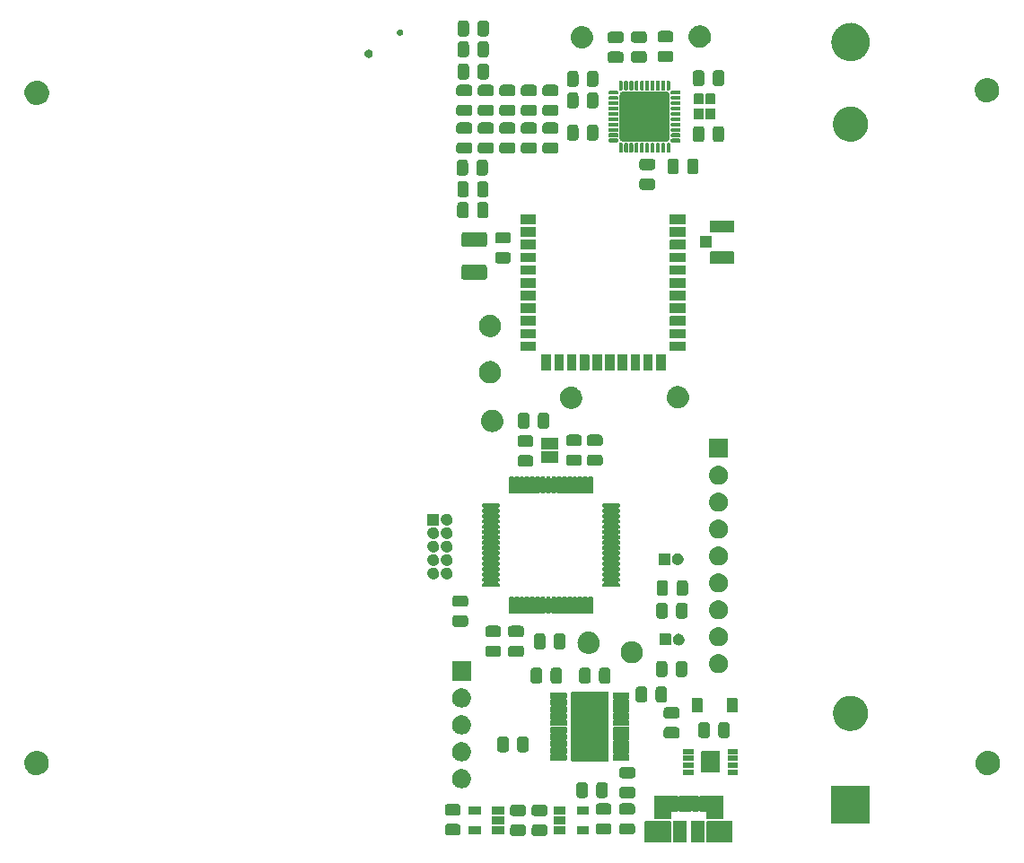
<source format=gbr>
G04 #@! TF.GenerationSoftware,KiCad,Pcbnew,(5.99.0-429-gffcf3b01f)*
G04 #@! TF.CreationDate,2019-12-13T14:25:27+01:00*
G04 #@! TF.ProjectId,smartlock,736d6172-746c-46f6-936b-2e6b69636164,rev?*
G04 #@! TF.SameCoordinates,Original*
G04 #@! TF.FileFunction,Soldermask,Top*
G04 #@! TF.FilePolarity,Negative*
%FSLAX46Y46*%
G04 Gerber Fmt 4.6, Leading zero omitted, Abs format (unit mm)*
G04 Created by KiCad (PCBNEW (5.99.0-429-gffcf3b01f)) date 2019-12-13 14:25:27*
%MOMM*%
%LPD*%
G04 APERTURE LIST*
G04 APERTURE END LIST*
G36*
X165966122Y-134542748D02*
G01*
X165982925Y-134553975D01*
X165994152Y-134570778D01*
X165999085Y-134595575D01*
X165999085Y-136485625D01*
X165994152Y-136510422D01*
X165982925Y-136527225D01*
X165966122Y-136538452D01*
X165941325Y-136543385D01*
X163576275Y-136543385D01*
X163551478Y-136538452D01*
X163534675Y-136527225D01*
X163523448Y-136510422D01*
X163518515Y-136485625D01*
X163518515Y-134595575D01*
X163523448Y-134570778D01*
X163534675Y-134553975D01*
X163551478Y-134542748D01*
X163576275Y-134537815D01*
X165941325Y-134537815D01*
X165966122Y-134542748D01*
G37*
G36*
X163296122Y-134542748D02*
G01*
X163312925Y-134553975D01*
X163324152Y-134570778D01*
X163329085Y-134595575D01*
X163329085Y-136485625D01*
X163324152Y-136510422D01*
X163312925Y-136527225D01*
X163296122Y-136538452D01*
X163271325Y-136543385D01*
X162106275Y-136543385D01*
X162081478Y-136538452D01*
X162064675Y-136527225D01*
X162053448Y-136510422D01*
X162048515Y-136485625D01*
X162048515Y-134595575D01*
X162053448Y-134570778D01*
X162064675Y-134553975D01*
X162081478Y-134542748D01*
X162106275Y-134537815D01*
X163271325Y-134537815D01*
X163296122Y-134542748D01*
G37*
G36*
X161616122Y-134542748D02*
G01*
X161632925Y-134553975D01*
X161644152Y-134570778D01*
X161649085Y-134595575D01*
X161649085Y-136485625D01*
X161644152Y-136510422D01*
X161632925Y-136527225D01*
X161616122Y-136538452D01*
X161591325Y-136543385D01*
X160426275Y-136543385D01*
X160401478Y-136538452D01*
X160384675Y-136527225D01*
X160373448Y-136510422D01*
X160368515Y-136485625D01*
X160368515Y-134595575D01*
X160373448Y-134570778D01*
X160384675Y-134553975D01*
X160401478Y-134542748D01*
X160426275Y-134537815D01*
X161591325Y-134537815D01*
X161616122Y-134542748D01*
G37*
G36*
X160146122Y-134542748D02*
G01*
X160162925Y-134553975D01*
X160174152Y-134570778D01*
X160179085Y-134595575D01*
X160179085Y-136485625D01*
X160174152Y-136510422D01*
X160162925Y-136527225D01*
X160146122Y-136538452D01*
X160121325Y-136543385D01*
X157756275Y-136543385D01*
X157731478Y-136538452D01*
X157714675Y-136527225D01*
X157703448Y-136510422D01*
X157698515Y-136485625D01*
X157698515Y-134595575D01*
X157703448Y-134570778D01*
X157714675Y-134553975D01*
X157731478Y-134542748D01*
X157756275Y-134537815D01*
X160121325Y-134537815D01*
X160146122Y-134542748D01*
G37*
G36*
X148326830Y-134869445D02*
G01*
X148332533Y-134872531D01*
X148337475Y-134873455D01*
X148359918Y-134887351D01*
X148413449Y-134916320D01*
X148422388Y-134926031D01*
X148431102Y-134931426D01*
X148448209Y-134954080D01*
X148480149Y-134988776D01*
X148488102Y-135006907D01*
X148497465Y-135019306D01*
X148502002Y-135038598D01*
X148520140Y-135079948D01*
X148529563Y-135155543D01*
X148529563Y-135628207D01*
X148512655Y-135729530D01*
X148509569Y-135735233D01*
X148508645Y-135740175D01*
X148494749Y-135762618D01*
X148465780Y-135816149D01*
X148456069Y-135825088D01*
X148450674Y-135833802D01*
X148428020Y-135850909D01*
X148393324Y-135882849D01*
X148375193Y-135890802D01*
X148362794Y-135900165D01*
X148343502Y-135904702D01*
X148302152Y-135922840D01*
X148226557Y-135932263D01*
X147328893Y-135932263D01*
X147227570Y-135915355D01*
X147221867Y-135912269D01*
X147216925Y-135911345D01*
X147194482Y-135897449D01*
X147140951Y-135868480D01*
X147132012Y-135858769D01*
X147123298Y-135853374D01*
X147106191Y-135830720D01*
X147074251Y-135796024D01*
X147066298Y-135777893D01*
X147056935Y-135765494D01*
X147052398Y-135746202D01*
X147034260Y-135704852D01*
X147024837Y-135629257D01*
X147024837Y-135156593D01*
X147041745Y-135055270D01*
X147044831Y-135049567D01*
X147045755Y-135044625D01*
X147059651Y-135022182D01*
X147088620Y-134968651D01*
X147098331Y-134959712D01*
X147103726Y-134950998D01*
X147126380Y-134933891D01*
X147161076Y-134901951D01*
X147179207Y-134893998D01*
X147191606Y-134884635D01*
X147210898Y-134880098D01*
X147252248Y-134861960D01*
X147327843Y-134852537D01*
X148225507Y-134852537D01*
X148326830Y-134869445D01*
G37*
G36*
X146294830Y-134869445D02*
G01*
X146300533Y-134872531D01*
X146305475Y-134873455D01*
X146327918Y-134887351D01*
X146381449Y-134916320D01*
X146390388Y-134926031D01*
X146399102Y-134931426D01*
X146416209Y-134954080D01*
X146448149Y-134988776D01*
X146456102Y-135006907D01*
X146465465Y-135019306D01*
X146470002Y-135038598D01*
X146488140Y-135079948D01*
X146497563Y-135155543D01*
X146497563Y-135628207D01*
X146480655Y-135729530D01*
X146477569Y-135735233D01*
X146476645Y-135740175D01*
X146462749Y-135762618D01*
X146433780Y-135816149D01*
X146424069Y-135825088D01*
X146418674Y-135833802D01*
X146396020Y-135850909D01*
X146361324Y-135882849D01*
X146343193Y-135890802D01*
X146330794Y-135900165D01*
X146311502Y-135904702D01*
X146270152Y-135922840D01*
X146194557Y-135932263D01*
X145296893Y-135932263D01*
X145195570Y-135915355D01*
X145189867Y-135912269D01*
X145184925Y-135911345D01*
X145162482Y-135897449D01*
X145108951Y-135868480D01*
X145100012Y-135858769D01*
X145091298Y-135853374D01*
X145074191Y-135830720D01*
X145042251Y-135796024D01*
X145034298Y-135777893D01*
X145024935Y-135765494D01*
X145020398Y-135746202D01*
X145002260Y-135704852D01*
X144992837Y-135629257D01*
X144992837Y-135156593D01*
X145009745Y-135055270D01*
X145012831Y-135049567D01*
X145013755Y-135044625D01*
X145027651Y-135022182D01*
X145056620Y-134968651D01*
X145066331Y-134959712D01*
X145071726Y-134950998D01*
X145094380Y-134933891D01*
X145129076Y-134901951D01*
X145147207Y-134893998D01*
X145159606Y-134884635D01*
X145178898Y-134880098D01*
X145220248Y-134861960D01*
X145295843Y-134852537D01*
X146193507Y-134852537D01*
X146294830Y-134869445D01*
G37*
G36*
X140135330Y-134805945D02*
G01*
X140141033Y-134809031D01*
X140145975Y-134809955D01*
X140168418Y-134823851D01*
X140221949Y-134852820D01*
X140230888Y-134862531D01*
X140239602Y-134867926D01*
X140256709Y-134890580D01*
X140288649Y-134925276D01*
X140296602Y-134943407D01*
X140305965Y-134955806D01*
X140310502Y-134975098D01*
X140328640Y-135016448D01*
X140338063Y-135092043D01*
X140338063Y-135564707D01*
X140321155Y-135666030D01*
X140318069Y-135671733D01*
X140317145Y-135676675D01*
X140303249Y-135699118D01*
X140274280Y-135752649D01*
X140264569Y-135761588D01*
X140259174Y-135770302D01*
X140236520Y-135787409D01*
X140201824Y-135819349D01*
X140183693Y-135827302D01*
X140171294Y-135836665D01*
X140152002Y-135841202D01*
X140110652Y-135859340D01*
X140035057Y-135868763D01*
X139137393Y-135868763D01*
X139036070Y-135851855D01*
X139030367Y-135848769D01*
X139025425Y-135847845D01*
X139002982Y-135833949D01*
X138949451Y-135804980D01*
X138940512Y-135795269D01*
X138931798Y-135789874D01*
X138914691Y-135767220D01*
X138882751Y-135732524D01*
X138874798Y-135714393D01*
X138865435Y-135701994D01*
X138860898Y-135682702D01*
X138842760Y-135641352D01*
X138833337Y-135565757D01*
X138833337Y-135093093D01*
X138850245Y-134991770D01*
X138853331Y-134986067D01*
X138854255Y-134981125D01*
X138868151Y-134958682D01*
X138897120Y-134905151D01*
X138906831Y-134896212D01*
X138912226Y-134887498D01*
X138934880Y-134870391D01*
X138969576Y-134838451D01*
X138987707Y-134830498D01*
X139000106Y-134821135D01*
X139019398Y-134816598D01*
X139060748Y-134798460D01*
X139136343Y-134789037D01*
X140034007Y-134789037D01*
X140135330Y-134805945D01*
G37*
G36*
X156581830Y-134742445D02*
G01*
X156587533Y-134745531D01*
X156592475Y-134746455D01*
X156614918Y-134760351D01*
X156668449Y-134789320D01*
X156677388Y-134799031D01*
X156686102Y-134804426D01*
X156703209Y-134827080D01*
X156735149Y-134861776D01*
X156743102Y-134879907D01*
X156752465Y-134892306D01*
X156757002Y-134911598D01*
X156775140Y-134952948D01*
X156784563Y-135028543D01*
X156784563Y-135501207D01*
X156767655Y-135602530D01*
X156764569Y-135608233D01*
X156763645Y-135613175D01*
X156749749Y-135635618D01*
X156720780Y-135689149D01*
X156711069Y-135698088D01*
X156705674Y-135706802D01*
X156683020Y-135723909D01*
X156648324Y-135755849D01*
X156630193Y-135763802D01*
X156617794Y-135773165D01*
X156598502Y-135777702D01*
X156557152Y-135795840D01*
X156481557Y-135805263D01*
X155583893Y-135805263D01*
X155482570Y-135788355D01*
X155476867Y-135785269D01*
X155471925Y-135784345D01*
X155449482Y-135770449D01*
X155395951Y-135741480D01*
X155387012Y-135731769D01*
X155378298Y-135726374D01*
X155361191Y-135703720D01*
X155329251Y-135669024D01*
X155321298Y-135650893D01*
X155311935Y-135638494D01*
X155307398Y-135619202D01*
X155289260Y-135577852D01*
X155279837Y-135502257D01*
X155279837Y-135029593D01*
X155296745Y-134928270D01*
X155299831Y-134922567D01*
X155300755Y-134917625D01*
X155314651Y-134895182D01*
X155343620Y-134841651D01*
X155353331Y-134832712D01*
X155358726Y-134823998D01*
X155381380Y-134806891D01*
X155416076Y-134774951D01*
X155434207Y-134766998D01*
X155446606Y-134757635D01*
X155465898Y-134753098D01*
X155507248Y-134734960D01*
X155582843Y-134725537D01*
X156480507Y-134725537D01*
X156581830Y-134742445D01*
G37*
G36*
X154359330Y-134742445D02*
G01*
X154365033Y-134745531D01*
X154369975Y-134746455D01*
X154392418Y-134760351D01*
X154445949Y-134789320D01*
X154454888Y-134799031D01*
X154463602Y-134804426D01*
X154480709Y-134827080D01*
X154512649Y-134861776D01*
X154520602Y-134879907D01*
X154529965Y-134892306D01*
X154534502Y-134911598D01*
X154552640Y-134952948D01*
X154562063Y-135028543D01*
X154562063Y-135501207D01*
X154545155Y-135602530D01*
X154542069Y-135608233D01*
X154541145Y-135613175D01*
X154527249Y-135635618D01*
X154498280Y-135689149D01*
X154488569Y-135698088D01*
X154483174Y-135706802D01*
X154460520Y-135723909D01*
X154425824Y-135755849D01*
X154407693Y-135763802D01*
X154395294Y-135773165D01*
X154376002Y-135777702D01*
X154334652Y-135795840D01*
X154259057Y-135805263D01*
X153361393Y-135805263D01*
X153260070Y-135788355D01*
X153254367Y-135785269D01*
X153249425Y-135784345D01*
X153226982Y-135770449D01*
X153173451Y-135741480D01*
X153164512Y-135731769D01*
X153155798Y-135726374D01*
X153138691Y-135703720D01*
X153106751Y-135669024D01*
X153098798Y-135650893D01*
X153089435Y-135638494D01*
X153084898Y-135619202D01*
X153066760Y-135577852D01*
X153057337Y-135502257D01*
X153057337Y-135029593D01*
X153074245Y-134928270D01*
X153077331Y-134922567D01*
X153078255Y-134917625D01*
X153092151Y-134895182D01*
X153121120Y-134841651D01*
X153130831Y-134832712D01*
X153136226Y-134823998D01*
X153158880Y-134806891D01*
X153193576Y-134774951D01*
X153211707Y-134766998D01*
X153224106Y-134757635D01*
X153243398Y-134753098D01*
X153284748Y-134734960D01*
X153360343Y-134725537D01*
X154258007Y-134725537D01*
X154359330Y-134742445D01*
G37*
G36*
X142210522Y-135032048D02*
G01*
X142227325Y-135043275D01*
X142238552Y-135060078D01*
X142243485Y-135084875D01*
X142243485Y-135724925D01*
X142238552Y-135749722D01*
X142227325Y-135766525D01*
X142210522Y-135777752D01*
X142185725Y-135782685D01*
X141135675Y-135782685D01*
X141110878Y-135777752D01*
X141094075Y-135766525D01*
X141082848Y-135749722D01*
X141077915Y-135724925D01*
X141077915Y-135084875D01*
X141082848Y-135060078D01*
X141094075Y-135043275D01*
X141110878Y-135032048D01*
X141135675Y-135027115D01*
X142185725Y-135027115D01*
X142210522Y-135032048D01*
G37*
G36*
X144410522Y-135032048D02*
G01*
X144427325Y-135043275D01*
X144438552Y-135060078D01*
X144443485Y-135084875D01*
X144443485Y-135724925D01*
X144438552Y-135749722D01*
X144427325Y-135766525D01*
X144410522Y-135777752D01*
X144385725Y-135782685D01*
X143335675Y-135782685D01*
X143310878Y-135777752D01*
X143294075Y-135766525D01*
X143282848Y-135749722D01*
X143277915Y-135724925D01*
X143277915Y-135084875D01*
X143282848Y-135060078D01*
X143294075Y-135043275D01*
X143310878Y-135032048D01*
X143335675Y-135027115D01*
X144385725Y-135027115D01*
X144410522Y-135032048D01*
G37*
G36*
X150211522Y-135032048D02*
G01*
X150228325Y-135043275D01*
X150239552Y-135060078D01*
X150244485Y-135084875D01*
X150244485Y-135724925D01*
X150239552Y-135749722D01*
X150228325Y-135766525D01*
X150211522Y-135777752D01*
X150186725Y-135782685D01*
X149136675Y-135782685D01*
X149111878Y-135777752D01*
X149095075Y-135766525D01*
X149083848Y-135749722D01*
X149078915Y-135724925D01*
X149078915Y-135084875D01*
X149083848Y-135060078D01*
X149095075Y-135043275D01*
X149111878Y-135032048D01*
X149136675Y-135027115D01*
X150186725Y-135027115D01*
X150211522Y-135032048D01*
G37*
G36*
X152411522Y-135032048D02*
G01*
X152428325Y-135043275D01*
X152439552Y-135060078D01*
X152444485Y-135084875D01*
X152444485Y-135724925D01*
X152439552Y-135749722D01*
X152428325Y-135766525D01*
X152411522Y-135777752D01*
X152386725Y-135782685D01*
X151336675Y-135782685D01*
X151311878Y-135777752D01*
X151295075Y-135766525D01*
X151283848Y-135749722D01*
X151278915Y-135724925D01*
X151278915Y-135084875D01*
X151283848Y-135060078D01*
X151295075Y-135043275D01*
X151311878Y-135032048D01*
X151336675Y-135027115D01*
X152386725Y-135027115D01*
X152411522Y-135032048D01*
G37*
G36*
X144410522Y-134082048D02*
G01*
X144427325Y-134093275D01*
X144438552Y-134110078D01*
X144443485Y-134134875D01*
X144443485Y-134774925D01*
X144438552Y-134799722D01*
X144427325Y-134816525D01*
X144410522Y-134827752D01*
X144385725Y-134832685D01*
X143335675Y-134832685D01*
X143310878Y-134827752D01*
X143294075Y-134816525D01*
X143282848Y-134799722D01*
X143277915Y-134774925D01*
X143277915Y-134134875D01*
X143282848Y-134110078D01*
X143294075Y-134093275D01*
X143310878Y-134082048D01*
X143335675Y-134077115D01*
X144385725Y-134077115D01*
X144410522Y-134082048D01*
G37*
G36*
X150211522Y-134082048D02*
G01*
X150228325Y-134093275D01*
X150239552Y-134110078D01*
X150244485Y-134134875D01*
X150244485Y-134774925D01*
X150239552Y-134799722D01*
X150228325Y-134816525D01*
X150211522Y-134827752D01*
X150186725Y-134832685D01*
X149136675Y-134832685D01*
X149111878Y-134827752D01*
X149095075Y-134816525D01*
X149083848Y-134799722D01*
X149078915Y-134774925D01*
X149078915Y-134134875D01*
X149083848Y-134110078D01*
X149095075Y-134093275D01*
X149111878Y-134082048D01*
X149136675Y-134077115D01*
X150186725Y-134077115D01*
X150211522Y-134082048D01*
G37*
G36*
X178884022Y-131196548D02*
G01*
X178900825Y-131207775D01*
X178912052Y-131224578D01*
X178916985Y-131249375D01*
X178916985Y-134739425D01*
X178912052Y-134764222D01*
X178900825Y-134781025D01*
X178884022Y-134792252D01*
X178859225Y-134797185D01*
X175369175Y-134797185D01*
X175344378Y-134792252D01*
X175327575Y-134781025D01*
X175316348Y-134764222D01*
X175311415Y-134739425D01*
X175311415Y-131249375D01*
X175316348Y-131224578D01*
X175327575Y-131207775D01*
X175344378Y-131196548D01*
X175369175Y-131191615D01*
X178859225Y-131191615D01*
X178884022Y-131196548D01*
G37*
G36*
X160143622Y-132142748D02*
G01*
X160160425Y-132153975D01*
X160171653Y-132170778D01*
X160174271Y-132183942D01*
X160200622Y-132218956D01*
X160244426Y-132220185D01*
X160273329Y-132183942D01*
X160275947Y-132170778D01*
X160287175Y-132153975D01*
X160303978Y-132142748D01*
X160328775Y-132137815D01*
X160768825Y-132137815D01*
X160793622Y-132142748D01*
X160810425Y-132153975D01*
X160821653Y-132170778D01*
X160824271Y-132183942D01*
X160850622Y-132218956D01*
X160894426Y-132220185D01*
X160923329Y-132183942D01*
X160925947Y-132170778D01*
X160937175Y-132153975D01*
X160953978Y-132142748D01*
X160978775Y-132137815D01*
X161418825Y-132137815D01*
X161443622Y-132142748D01*
X161460425Y-132153975D01*
X161471653Y-132170778D01*
X161474271Y-132183942D01*
X161500622Y-132218956D01*
X161544426Y-132220185D01*
X161573329Y-132183942D01*
X161575947Y-132170778D01*
X161587175Y-132153975D01*
X161603978Y-132142748D01*
X161628775Y-132137815D01*
X162068825Y-132137815D01*
X162093622Y-132142748D01*
X162110425Y-132153975D01*
X162121653Y-132170778D01*
X162124271Y-132183942D01*
X162150622Y-132218956D01*
X162194426Y-132220185D01*
X162223329Y-132183942D01*
X162225947Y-132170778D01*
X162237175Y-132153975D01*
X162253978Y-132142748D01*
X162278775Y-132137815D01*
X162718825Y-132137815D01*
X162743622Y-132142748D01*
X162760425Y-132153975D01*
X162771653Y-132170778D01*
X162774271Y-132183942D01*
X162800622Y-132218956D01*
X162844426Y-132220185D01*
X162873329Y-132183942D01*
X162875947Y-132170778D01*
X162887175Y-132153975D01*
X162903978Y-132142748D01*
X162928775Y-132137815D01*
X163368825Y-132137815D01*
X163393622Y-132142748D01*
X163410425Y-132153975D01*
X163421653Y-132170778D01*
X163424271Y-132183942D01*
X163450622Y-132218956D01*
X163494426Y-132220185D01*
X163523329Y-132183942D01*
X163525947Y-132170778D01*
X163537175Y-132153975D01*
X163553978Y-132142748D01*
X163578775Y-132137815D01*
X165043825Y-132137815D01*
X165068622Y-132142748D01*
X165085425Y-132153975D01*
X165096652Y-132170778D01*
X165101585Y-132195575D01*
X165101585Y-134285625D01*
X165096652Y-134310422D01*
X165085425Y-134327225D01*
X165068622Y-134338452D01*
X165043825Y-134343385D01*
X163578775Y-134343385D01*
X163553978Y-134338452D01*
X163537175Y-134327225D01*
X163525948Y-134310422D01*
X163521015Y-134285625D01*
X163521015Y-133603620D01*
X163502002Y-133564138D01*
X163459279Y-133554387D01*
X163430342Y-133584147D01*
X163427233Y-133582070D01*
X163410425Y-133607225D01*
X163393622Y-133618452D01*
X163368825Y-133623385D01*
X162928775Y-133623385D01*
X162903978Y-133618452D01*
X162887175Y-133607225D01*
X162875947Y-133590422D01*
X162873329Y-133577258D01*
X162846978Y-133542244D01*
X162803174Y-133541015D01*
X162774271Y-133577258D01*
X162771653Y-133590422D01*
X162760425Y-133607225D01*
X162743622Y-133618452D01*
X162718825Y-133623385D01*
X162278775Y-133623385D01*
X162253978Y-133618452D01*
X162237175Y-133607225D01*
X162225947Y-133590422D01*
X162223329Y-133577258D01*
X162196978Y-133542244D01*
X162153174Y-133541015D01*
X162124271Y-133577258D01*
X162121653Y-133590422D01*
X162110425Y-133607225D01*
X162093622Y-133618452D01*
X162068825Y-133623385D01*
X161628775Y-133623385D01*
X161603978Y-133618452D01*
X161587175Y-133607225D01*
X161575947Y-133590422D01*
X161573329Y-133577258D01*
X161546978Y-133542244D01*
X161503174Y-133541015D01*
X161474271Y-133577258D01*
X161471653Y-133590422D01*
X161460425Y-133607225D01*
X161443622Y-133618452D01*
X161418825Y-133623385D01*
X160978775Y-133623385D01*
X160953978Y-133618452D01*
X160937175Y-133607225D01*
X160925947Y-133590422D01*
X160923329Y-133577258D01*
X160896978Y-133542244D01*
X160853174Y-133541015D01*
X160824271Y-133577258D01*
X160821653Y-133590422D01*
X160810425Y-133607225D01*
X160793622Y-133618452D01*
X160768825Y-133623385D01*
X160328775Y-133623385D01*
X160303978Y-133618452D01*
X160287175Y-133607225D01*
X160270367Y-133582070D01*
X160268665Y-133583207D01*
X160250262Y-133558754D01*
X160206457Y-133557526D01*
X160176585Y-133603620D01*
X160176585Y-134285625D01*
X160171652Y-134310422D01*
X160160425Y-134327225D01*
X160143622Y-134338452D01*
X160118825Y-134343385D01*
X158653775Y-134343385D01*
X158628978Y-134338452D01*
X158612175Y-134327225D01*
X158600948Y-134310422D01*
X158596015Y-134285625D01*
X158596015Y-132195575D01*
X158600948Y-132170778D01*
X158612175Y-132153975D01*
X158628978Y-132142748D01*
X158653775Y-132137815D01*
X160118825Y-132137815D01*
X160143622Y-132142748D01*
G37*
G36*
X148326830Y-132994445D02*
G01*
X148332533Y-132997531D01*
X148337475Y-132998455D01*
X148359918Y-133012351D01*
X148413449Y-133041320D01*
X148422388Y-133051031D01*
X148431102Y-133056426D01*
X148448209Y-133079080D01*
X148480149Y-133113776D01*
X148488102Y-133131907D01*
X148497465Y-133144306D01*
X148502002Y-133163598D01*
X148520140Y-133204948D01*
X148529563Y-133280543D01*
X148529563Y-133753207D01*
X148512655Y-133854530D01*
X148509569Y-133860233D01*
X148508645Y-133865175D01*
X148494749Y-133887618D01*
X148465780Y-133941149D01*
X148456069Y-133950088D01*
X148450674Y-133958802D01*
X148428020Y-133975909D01*
X148393324Y-134007849D01*
X148375193Y-134015802D01*
X148362794Y-134025165D01*
X148343502Y-134029702D01*
X148302152Y-134047840D01*
X148226557Y-134057263D01*
X147328893Y-134057263D01*
X147227570Y-134040355D01*
X147221867Y-134037269D01*
X147216925Y-134036345D01*
X147194482Y-134022449D01*
X147140951Y-133993480D01*
X147132012Y-133983769D01*
X147123298Y-133978374D01*
X147106191Y-133955720D01*
X147074251Y-133921024D01*
X147066298Y-133902893D01*
X147056935Y-133890494D01*
X147052398Y-133871202D01*
X147034260Y-133829852D01*
X147024837Y-133754257D01*
X147024837Y-133281593D01*
X147041745Y-133180270D01*
X147044831Y-133174567D01*
X147045755Y-133169625D01*
X147059651Y-133147182D01*
X147088620Y-133093651D01*
X147098331Y-133084712D01*
X147103726Y-133075998D01*
X147126380Y-133058891D01*
X147161076Y-133026951D01*
X147179207Y-133018998D01*
X147191606Y-133009635D01*
X147210898Y-133005098D01*
X147252248Y-132986960D01*
X147327843Y-132977537D01*
X148225507Y-132977537D01*
X148326830Y-132994445D01*
G37*
G36*
X146294830Y-132994445D02*
G01*
X146300533Y-132997531D01*
X146305475Y-132998455D01*
X146327918Y-133012351D01*
X146381449Y-133041320D01*
X146390388Y-133051031D01*
X146399102Y-133056426D01*
X146416209Y-133079080D01*
X146448149Y-133113776D01*
X146456102Y-133131907D01*
X146465465Y-133144306D01*
X146470002Y-133163598D01*
X146488140Y-133204948D01*
X146497563Y-133280543D01*
X146497563Y-133753207D01*
X146480655Y-133854530D01*
X146477569Y-133860233D01*
X146476645Y-133865175D01*
X146462749Y-133887618D01*
X146433780Y-133941149D01*
X146424069Y-133950088D01*
X146418674Y-133958802D01*
X146396020Y-133975909D01*
X146361324Y-134007849D01*
X146343193Y-134015802D01*
X146330794Y-134025165D01*
X146311502Y-134029702D01*
X146270152Y-134047840D01*
X146194557Y-134057263D01*
X145296893Y-134057263D01*
X145195570Y-134040355D01*
X145189867Y-134037269D01*
X145184925Y-134036345D01*
X145162482Y-134022449D01*
X145108951Y-133993480D01*
X145100012Y-133983769D01*
X145091298Y-133978374D01*
X145074191Y-133955720D01*
X145042251Y-133921024D01*
X145034298Y-133902893D01*
X145024935Y-133890494D01*
X145020398Y-133871202D01*
X145002260Y-133829852D01*
X144992837Y-133754257D01*
X144992837Y-133281593D01*
X145009745Y-133180270D01*
X145012831Y-133174567D01*
X145013755Y-133169625D01*
X145027651Y-133147182D01*
X145056620Y-133093651D01*
X145066331Y-133084712D01*
X145071726Y-133075998D01*
X145094380Y-133058891D01*
X145129076Y-133026951D01*
X145147207Y-133018998D01*
X145159606Y-133009635D01*
X145178898Y-133005098D01*
X145220248Y-132986960D01*
X145295843Y-132977537D01*
X146193507Y-132977537D01*
X146294830Y-132994445D01*
G37*
G36*
X140135330Y-132930945D02*
G01*
X140141033Y-132934031D01*
X140145975Y-132934955D01*
X140168418Y-132948851D01*
X140221949Y-132977820D01*
X140230888Y-132987531D01*
X140239602Y-132992926D01*
X140256709Y-133015580D01*
X140288649Y-133050276D01*
X140296602Y-133068407D01*
X140305965Y-133080806D01*
X140310502Y-133100098D01*
X140328640Y-133141448D01*
X140338063Y-133217043D01*
X140338063Y-133689707D01*
X140321155Y-133791030D01*
X140318069Y-133796733D01*
X140317145Y-133801675D01*
X140303249Y-133824118D01*
X140274280Y-133877649D01*
X140264569Y-133886588D01*
X140259174Y-133895302D01*
X140236520Y-133912409D01*
X140201824Y-133944349D01*
X140183693Y-133952302D01*
X140171294Y-133961665D01*
X140152002Y-133966202D01*
X140110652Y-133984340D01*
X140035057Y-133993763D01*
X139137393Y-133993763D01*
X139036070Y-133976855D01*
X139030367Y-133973769D01*
X139025425Y-133972845D01*
X139002982Y-133958949D01*
X138949451Y-133929980D01*
X138940512Y-133920269D01*
X138931798Y-133914874D01*
X138914691Y-133892220D01*
X138882751Y-133857524D01*
X138874798Y-133839393D01*
X138865435Y-133826994D01*
X138860898Y-133807702D01*
X138842760Y-133766352D01*
X138833337Y-133690757D01*
X138833337Y-133218093D01*
X138850245Y-133116770D01*
X138853331Y-133111067D01*
X138854255Y-133106125D01*
X138868151Y-133083682D01*
X138897120Y-133030151D01*
X138906831Y-133021212D01*
X138912226Y-133012498D01*
X138934880Y-132995391D01*
X138969576Y-132963451D01*
X138987707Y-132955498D01*
X139000106Y-132946135D01*
X139019398Y-132941598D01*
X139060748Y-132923460D01*
X139136343Y-132914037D01*
X140034007Y-132914037D01*
X140135330Y-132930945D01*
G37*
G36*
X156581830Y-132867445D02*
G01*
X156587533Y-132870531D01*
X156592475Y-132871455D01*
X156614918Y-132885351D01*
X156668449Y-132914320D01*
X156677388Y-132924031D01*
X156686102Y-132929426D01*
X156703209Y-132952080D01*
X156735149Y-132986776D01*
X156743102Y-133004907D01*
X156752465Y-133017306D01*
X156757002Y-133036598D01*
X156775140Y-133077948D01*
X156784563Y-133153543D01*
X156784563Y-133626207D01*
X156767655Y-133727530D01*
X156764569Y-133733233D01*
X156763645Y-133738175D01*
X156749749Y-133760618D01*
X156720780Y-133814149D01*
X156711069Y-133823088D01*
X156705674Y-133831802D01*
X156683020Y-133848909D01*
X156648324Y-133880849D01*
X156630193Y-133888802D01*
X156617794Y-133898165D01*
X156598502Y-133902702D01*
X156557152Y-133920840D01*
X156481557Y-133930263D01*
X155583893Y-133930263D01*
X155482570Y-133913355D01*
X155476867Y-133910269D01*
X155471925Y-133909345D01*
X155449482Y-133895449D01*
X155395951Y-133866480D01*
X155387012Y-133856769D01*
X155378298Y-133851374D01*
X155361191Y-133828720D01*
X155329251Y-133794024D01*
X155321298Y-133775893D01*
X155311935Y-133763494D01*
X155307398Y-133744202D01*
X155289260Y-133702852D01*
X155279837Y-133627257D01*
X155279837Y-133154593D01*
X155296745Y-133053270D01*
X155299831Y-133047567D01*
X155300755Y-133042625D01*
X155314651Y-133020182D01*
X155343620Y-132966651D01*
X155353331Y-132957712D01*
X155358726Y-132948998D01*
X155381380Y-132931891D01*
X155416076Y-132899951D01*
X155434207Y-132891998D01*
X155446606Y-132882635D01*
X155465898Y-132878098D01*
X155507248Y-132859960D01*
X155582843Y-132850537D01*
X156480507Y-132850537D01*
X156581830Y-132867445D01*
G37*
G36*
X154359330Y-132867445D02*
G01*
X154365033Y-132870531D01*
X154369975Y-132871455D01*
X154392418Y-132885351D01*
X154445949Y-132914320D01*
X154454888Y-132924031D01*
X154463602Y-132929426D01*
X154480709Y-132952080D01*
X154512649Y-132986776D01*
X154520602Y-133004907D01*
X154529965Y-133017306D01*
X154534502Y-133036598D01*
X154552640Y-133077948D01*
X154562063Y-133153543D01*
X154562063Y-133626207D01*
X154545155Y-133727530D01*
X154542069Y-133733233D01*
X154541145Y-133738175D01*
X154527249Y-133760618D01*
X154498280Y-133814149D01*
X154488569Y-133823088D01*
X154483174Y-133831802D01*
X154460520Y-133848909D01*
X154425824Y-133880849D01*
X154407693Y-133888802D01*
X154395294Y-133898165D01*
X154376002Y-133902702D01*
X154334652Y-133920840D01*
X154259057Y-133930263D01*
X153361393Y-133930263D01*
X153260070Y-133913355D01*
X153254367Y-133910269D01*
X153249425Y-133909345D01*
X153226982Y-133895449D01*
X153173451Y-133866480D01*
X153164512Y-133856769D01*
X153155798Y-133851374D01*
X153138691Y-133828720D01*
X153106751Y-133794024D01*
X153098798Y-133775893D01*
X153089435Y-133763494D01*
X153084898Y-133744202D01*
X153066760Y-133702852D01*
X153057337Y-133627257D01*
X153057337Y-133154593D01*
X153074245Y-133053270D01*
X153077331Y-133047567D01*
X153078255Y-133042625D01*
X153092151Y-133020182D01*
X153121120Y-132966651D01*
X153130831Y-132957712D01*
X153136226Y-132948998D01*
X153158880Y-132931891D01*
X153193576Y-132899951D01*
X153211707Y-132891998D01*
X153224106Y-132882635D01*
X153243398Y-132878098D01*
X153284748Y-132859960D01*
X153360343Y-132850537D01*
X154258007Y-132850537D01*
X154359330Y-132867445D01*
G37*
G36*
X152411522Y-133132048D02*
G01*
X152428325Y-133143275D01*
X152439552Y-133160078D01*
X152444485Y-133184875D01*
X152444485Y-133824925D01*
X152439552Y-133849722D01*
X152428325Y-133866525D01*
X152411522Y-133877752D01*
X152386725Y-133882685D01*
X151336675Y-133882685D01*
X151311878Y-133877752D01*
X151295075Y-133866525D01*
X151283848Y-133849722D01*
X151278915Y-133824925D01*
X151278915Y-133184875D01*
X151283848Y-133160078D01*
X151295075Y-133143275D01*
X151311878Y-133132048D01*
X151336675Y-133127115D01*
X152386725Y-133127115D01*
X152411522Y-133132048D01*
G37*
G36*
X142210522Y-133132048D02*
G01*
X142227325Y-133143275D01*
X142238552Y-133160078D01*
X142243485Y-133184875D01*
X142243485Y-133824925D01*
X142238552Y-133849722D01*
X142227325Y-133866525D01*
X142210522Y-133877752D01*
X142185725Y-133882685D01*
X141135675Y-133882685D01*
X141110878Y-133877752D01*
X141094075Y-133866525D01*
X141082848Y-133849722D01*
X141077915Y-133824925D01*
X141077915Y-133184875D01*
X141082848Y-133160078D01*
X141094075Y-133143275D01*
X141110878Y-133132048D01*
X141135675Y-133127115D01*
X142185725Y-133127115D01*
X142210522Y-133132048D01*
G37*
G36*
X144410522Y-133132048D02*
G01*
X144427325Y-133143275D01*
X144438552Y-133160078D01*
X144443485Y-133184875D01*
X144443485Y-133824925D01*
X144438552Y-133849722D01*
X144427325Y-133866525D01*
X144410522Y-133877752D01*
X144385725Y-133882685D01*
X143335675Y-133882685D01*
X143310878Y-133877752D01*
X143294075Y-133866525D01*
X143282848Y-133849722D01*
X143277915Y-133824925D01*
X143277915Y-133184875D01*
X143282848Y-133160078D01*
X143294075Y-133143275D01*
X143310878Y-133132048D01*
X143335675Y-133127115D01*
X144385725Y-133127115D01*
X144410522Y-133132048D01*
G37*
G36*
X150211522Y-133132048D02*
G01*
X150228325Y-133143275D01*
X150239552Y-133160078D01*
X150244485Y-133184875D01*
X150244485Y-133824925D01*
X150239552Y-133849722D01*
X150228325Y-133866525D01*
X150211522Y-133877752D01*
X150186725Y-133882685D01*
X149136675Y-133882685D01*
X149111878Y-133877752D01*
X149095075Y-133866525D01*
X149083848Y-133849722D01*
X149078915Y-133824925D01*
X149078915Y-133184875D01*
X149083848Y-133160078D01*
X149095075Y-133143275D01*
X149111878Y-133132048D01*
X149136675Y-133127115D01*
X150186725Y-133127115D01*
X150211522Y-133132048D01*
G37*
G36*
X156607230Y-131300745D02*
G01*
X156612933Y-131303831D01*
X156617875Y-131304755D01*
X156640318Y-131318651D01*
X156693849Y-131347620D01*
X156702788Y-131357331D01*
X156711502Y-131362726D01*
X156728609Y-131385380D01*
X156760549Y-131420076D01*
X156768502Y-131438207D01*
X156777865Y-131450606D01*
X156782402Y-131469898D01*
X156800540Y-131511248D01*
X156809963Y-131586843D01*
X156809963Y-132059507D01*
X156793055Y-132160830D01*
X156789969Y-132166533D01*
X156789045Y-132171475D01*
X156775149Y-132193918D01*
X156746180Y-132247449D01*
X156736469Y-132256388D01*
X156731074Y-132265102D01*
X156708420Y-132282209D01*
X156673724Y-132314149D01*
X156655593Y-132322102D01*
X156643194Y-132331465D01*
X156623902Y-132336002D01*
X156582552Y-132354140D01*
X156506957Y-132363563D01*
X155609293Y-132363563D01*
X155507970Y-132346655D01*
X155502267Y-132343569D01*
X155497325Y-132342645D01*
X155474882Y-132328749D01*
X155421351Y-132299780D01*
X155412412Y-132290069D01*
X155403698Y-132284674D01*
X155386591Y-132262020D01*
X155354651Y-132227324D01*
X155346698Y-132209193D01*
X155337335Y-132196794D01*
X155332798Y-132177502D01*
X155314660Y-132136152D01*
X155305237Y-132060557D01*
X155305237Y-131587893D01*
X155322145Y-131486570D01*
X155325231Y-131480867D01*
X155326155Y-131475925D01*
X155340051Y-131453482D01*
X155369020Y-131399951D01*
X155378731Y-131391012D01*
X155384126Y-131382298D01*
X155406780Y-131365191D01*
X155441476Y-131333251D01*
X155459607Y-131325298D01*
X155472006Y-131315935D01*
X155491298Y-131311398D01*
X155532648Y-131293260D01*
X155608243Y-131283837D01*
X156505907Y-131283837D01*
X156607230Y-131300745D01*
G37*
G36*
X154004830Y-130861945D02*
G01*
X154010533Y-130865031D01*
X154015475Y-130865955D01*
X154037918Y-130879851D01*
X154091449Y-130908820D01*
X154100388Y-130918531D01*
X154109102Y-130923926D01*
X154126209Y-130946580D01*
X154158149Y-130981276D01*
X154166102Y-130999407D01*
X154175465Y-131011806D01*
X154180002Y-131031098D01*
X154198140Y-131072448D01*
X154207563Y-131148043D01*
X154207563Y-132045707D01*
X154190655Y-132147030D01*
X154187569Y-132152733D01*
X154186645Y-132157675D01*
X154172749Y-132180118D01*
X154143780Y-132233649D01*
X154134069Y-132242588D01*
X154128674Y-132251302D01*
X154106020Y-132268409D01*
X154071324Y-132300349D01*
X154053193Y-132308302D01*
X154040794Y-132317665D01*
X154021502Y-132322202D01*
X153980152Y-132340340D01*
X153904557Y-132349763D01*
X153431893Y-132349763D01*
X153330570Y-132332855D01*
X153324867Y-132329769D01*
X153319925Y-132328845D01*
X153297482Y-132314949D01*
X153243951Y-132285980D01*
X153235012Y-132276269D01*
X153226298Y-132270874D01*
X153209191Y-132248220D01*
X153177251Y-132213524D01*
X153169298Y-132195393D01*
X153159935Y-132182994D01*
X153155398Y-132163702D01*
X153137260Y-132122352D01*
X153127837Y-132046757D01*
X153127837Y-131149093D01*
X153144745Y-131047770D01*
X153147831Y-131042067D01*
X153148755Y-131037125D01*
X153162651Y-131014682D01*
X153191620Y-130961151D01*
X153201331Y-130952212D01*
X153206726Y-130943498D01*
X153229380Y-130926391D01*
X153264076Y-130894451D01*
X153282207Y-130886498D01*
X153294606Y-130877135D01*
X153313898Y-130872598D01*
X153355248Y-130854460D01*
X153430843Y-130845037D01*
X153903507Y-130845037D01*
X154004830Y-130861945D01*
G37*
G36*
X152129830Y-130861945D02*
G01*
X152135533Y-130865031D01*
X152140475Y-130865955D01*
X152162918Y-130879851D01*
X152216449Y-130908820D01*
X152225388Y-130918531D01*
X152234102Y-130923926D01*
X152251209Y-130946580D01*
X152283149Y-130981276D01*
X152291102Y-130999407D01*
X152300465Y-131011806D01*
X152305002Y-131031098D01*
X152323140Y-131072448D01*
X152332563Y-131148043D01*
X152332563Y-132045707D01*
X152315655Y-132147030D01*
X152312569Y-132152733D01*
X152311645Y-132157675D01*
X152297749Y-132180118D01*
X152268780Y-132233649D01*
X152259069Y-132242588D01*
X152253674Y-132251302D01*
X152231020Y-132268409D01*
X152196324Y-132300349D01*
X152178193Y-132308302D01*
X152165794Y-132317665D01*
X152146502Y-132322202D01*
X152105152Y-132340340D01*
X152029557Y-132349763D01*
X151556893Y-132349763D01*
X151455570Y-132332855D01*
X151449867Y-132329769D01*
X151444925Y-132328845D01*
X151422482Y-132314949D01*
X151368951Y-132285980D01*
X151360012Y-132276269D01*
X151351298Y-132270874D01*
X151334191Y-132248220D01*
X151302251Y-132213524D01*
X151294298Y-132195393D01*
X151284935Y-132182994D01*
X151280398Y-132163702D01*
X151262260Y-132122352D01*
X151252837Y-132046757D01*
X151252837Y-131149093D01*
X151269745Y-131047770D01*
X151272831Y-131042067D01*
X151273755Y-131037125D01*
X151287651Y-131014682D01*
X151316620Y-130961151D01*
X151326331Y-130952212D01*
X151331726Y-130943498D01*
X151354380Y-130926391D01*
X151389076Y-130894451D01*
X151407207Y-130886498D01*
X151419606Y-130877135D01*
X151438898Y-130872598D01*
X151480248Y-130854460D01*
X151555843Y-130845037D01*
X152028507Y-130845037D01*
X152129830Y-130861945D01*
G37*
G36*
X140436358Y-129614783D02*
G01*
X140458586Y-129613696D01*
X140527458Y-129624358D01*
X140599518Y-129631932D01*
X140620575Y-129638774D01*
X140639438Y-129641694D01*
X140707742Y-129667096D01*
X140779606Y-129690446D01*
X140796038Y-129699933D01*
X140810956Y-129705481D01*
X140875453Y-129745783D01*
X140943593Y-129785124D01*
X140955345Y-129795705D01*
X140966156Y-129802461D01*
X141023579Y-129857144D01*
X141084312Y-129911828D01*
X141091741Y-129922053D01*
X141098678Y-129928659D01*
X141145809Y-129996472D01*
X141195612Y-130065020D01*
X141199463Y-130073671D01*
X141203121Y-130078933D01*
X141236994Y-130157964D01*
X141272630Y-130238004D01*
X141273940Y-130244166D01*
X141275211Y-130247132D01*
X141293274Y-130335129D01*
X141311999Y-130423222D01*
X141311999Y-130612578D01*
X141311330Y-130615725D01*
X141311330Y-130615778D01*
X141273302Y-130794690D01*
X141273279Y-130794743D01*
X141272630Y-130797796D01*
X141236051Y-130879954D01*
X141200037Y-130962385D01*
X141198174Y-130965026D01*
X141195612Y-130970780D01*
X141144104Y-131041676D01*
X141094548Y-131111925D01*
X141089879Y-131116309D01*
X141084312Y-131123972D01*
X141021334Y-131180678D01*
X140961145Y-131237199D01*
X140952986Y-131242218D01*
X140943593Y-131250676D01*
X140872827Y-131291533D01*
X140805277Y-131333090D01*
X140793293Y-131337452D01*
X140779606Y-131345354D01*
X140704823Y-131369653D01*
X140633313Y-131395680D01*
X140617558Y-131398007D01*
X140599518Y-131403868D01*
X140524399Y-131411763D01*
X140452274Y-131422414D01*
X140433207Y-131421348D01*
X140411200Y-131423661D01*
X140339176Y-131416091D01*
X140269561Y-131412199D01*
X140248037Y-131406512D01*
X140222882Y-131403868D01*
X140156944Y-131382443D01*
X140092628Y-131365450D01*
X140069862Y-131354149D01*
X140042794Y-131345354D01*
X139985454Y-131312249D01*
X139928708Y-131284080D01*
X139906183Y-131266482D01*
X139878807Y-131250676D01*
X139831939Y-131208476D01*
X139784502Y-131171414D01*
X139763924Y-131147235D01*
X139738088Y-131123972D01*
X139702860Y-131075484D01*
X139665897Y-131032053D01*
X139649078Y-131001460D01*
X139626788Y-130970780D01*
X139603686Y-130918891D01*
X139577734Y-130871686D01*
X139566477Y-130835319D01*
X139549770Y-130797796D01*
X139538614Y-130745309D01*
X139523618Y-130696866D01*
X139519594Y-130655829D01*
X139510401Y-130612578D01*
X139510401Y-130562069D01*
X139505760Y-130514737D01*
X139510401Y-130470582D01*
X139510401Y-130423222D01*
X139520248Y-130376895D01*
X139524889Y-130332740D01*
X139539268Y-130287411D01*
X139549770Y-130238004D01*
X139567756Y-130197608D01*
X139580222Y-130158309D01*
X139604962Y-130114042D01*
X139626788Y-130065020D01*
X139650930Y-130031791D01*
X139669504Y-129998557D01*
X139704705Y-129957776D01*
X139738088Y-129911828D01*
X139766266Y-129886456D01*
X139789080Y-129860026D01*
X139834271Y-129825225D01*
X139878807Y-129785124D01*
X139908915Y-129767741D01*
X139934073Y-129748367D01*
X139988185Y-129721975D01*
X140042794Y-129690446D01*
X140072851Y-129680680D01*
X140098551Y-129668145D01*
X140159936Y-129652385D01*
X140222882Y-129631932D01*
X140251178Y-129628958D01*
X140275801Y-129622636D01*
X140342249Y-129619386D01*
X140411200Y-129612139D01*
X140436358Y-129614783D01*
G37*
G36*
X156607230Y-129425745D02*
G01*
X156612933Y-129428831D01*
X156617875Y-129429755D01*
X156640318Y-129443651D01*
X156693849Y-129472620D01*
X156702788Y-129482331D01*
X156711502Y-129487726D01*
X156728609Y-129510380D01*
X156760549Y-129545076D01*
X156768502Y-129563207D01*
X156777865Y-129575606D01*
X156782402Y-129594898D01*
X156800540Y-129636248D01*
X156809963Y-129711843D01*
X156809963Y-130184507D01*
X156793055Y-130285830D01*
X156789969Y-130291533D01*
X156789045Y-130296475D01*
X156775149Y-130318918D01*
X156746180Y-130372449D01*
X156736469Y-130381388D01*
X156731074Y-130390102D01*
X156708420Y-130407209D01*
X156673724Y-130439149D01*
X156655593Y-130447102D01*
X156643194Y-130456465D01*
X156623902Y-130461002D01*
X156582552Y-130479140D01*
X156506957Y-130488563D01*
X155609293Y-130488563D01*
X155507970Y-130471655D01*
X155502267Y-130468569D01*
X155497325Y-130467645D01*
X155474882Y-130453749D01*
X155421351Y-130424780D01*
X155412412Y-130415069D01*
X155403698Y-130409674D01*
X155386591Y-130387020D01*
X155354651Y-130352324D01*
X155346698Y-130334193D01*
X155337335Y-130321794D01*
X155332798Y-130302502D01*
X155314660Y-130261152D01*
X155305237Y-130185557D01*
X155305237Y-129712893D01*
X155322145Y-129611570D01*
X155325231Y-129605867D01*
X155326155Y-129600925D01*
X155340051Y-129578482D01*
X155369020Y-129524951D01*
X155378731Y-129516012D01*
X155384126Y-129507298D01*
X155406780Y-129490191D01*
X155441476Y-129458251D01*
X155459607Y-129450298D01*
X155472006Y-129440935D01*
X155491298Y-129436398D01*
X155532648Y-129418260D01*
X155608243Y-129408837D01*
X156505907Y-129408837D01*
X156607230Y-129425745D01*
G37*
G36*
X190294662Y-127898671D02*
G01*
X190497403Y-127958919D01*
X190685767Y-128055102D01*
X190853452Y-128184003D01*
X190994842Y-128341309D01*
X191105190Y-128521733D01*
X191180816Y-128719262D01*
X191219056Y-128926592D01*
X191219055Y-128926615D01*
X191219173Y-128927253D01*
X191211825Y-129198837D01*
X191211670Y-129199479D01*
X191211670Y-129199490D01*
X191162274Y-129404453D01*
X191076081Y-129597594D01*
X190956129Y-129771798D01*
X190806445Y-129921220D01*
X190632037Y-130040864D01*
X190438742Y-130126722D01*
X190233040Y-130175918D01*
X190021817Y-130186802D01*
X189812152Y-130159013D01*
X189611053Y-130093478D01*
X189425269Y-129992396D01*
X189261018Y-129859151D01*
X189123798Y-129698201D01*
X189018207Y-129514945D01*
X188947780Y-129315510D01*
X188914876Y-129106586D01*
X188920598Y-128895152D01*
X188964751Y-128688316D01*
X189045860Y-128492982D01*
X189161209Y-128315699D01*
X189306930Y-128162409D01*
X189478145Y-128038243D01*
X189669128Y-127947353D01*
X189873473Y-127892790D01*
X190084337Y-127876380D01*
X190294662Y-127898671D01*
G37*
G36*
X100556462Y-127896131D02*
G01*
X100759203Y-127956379D01*
X100947567Y-128052562D01*
X101115252Y-128181463D01*
X101256642Y-128338769D01*
X101366990Y-128519193D01*
X101442616Y-128716722D01*
X101480856Y-128924052D01*
X101480855Y-128924075D01*
X101480973Y-128924713D01*
X101473625Y-129196297D01*
X101473470Y-129196939D01*
X101473470Y-129196950D01*
X101424074Y-129401913D01*
X101337881Y-129595054D01*
X101217929Y-129769258D01*
X101068245Y-129918680D01*
X100893837Y-130038324D01*
X100700542Y-130124182D01*
X100494840Y-130173378D01*
X100283617Y-130184262D01*
X100073952Y-130156473D01*
X99872853Y-130090938D01*
X99687069Y-129989856D01*
X99522818Y-129856611D01*
X99385598Y-129695661D01*
X99280007Y-129512405D01*
X99209580Y-129312970D01*
X99176676Y-129104046D01*
X99182398Y-128892612D01*
X99226551Y-128685776D01*
X99307660Y-128490442D01*
X99423009Y-128313159D01*
X99568730Y-128159869D01*
X99739945Y-128035703D01*
X99930928Y-127944813D01*
X100135273Y-127890250D01*
X100346137Y-127873840D01*
X100556462Y-127896131D01*
G37*
G36*
X166476022Y-129647548D02*
G01*
X166492825Y-129658775D01*
X166504052Y-129675578D01*
X166508985Y-129700375D01*
X166508985Y-130110425D01*
X166504052Y-130135222D01*
X166492825Y-130152025D01*
X166476022Y-130163252D01*
X166451225Y-130168185D01*
X165571175Y-130168185D01*
X165546378Y-130163252D01*
X165529575Y-130152025D01*
X165518348Y-130135222D01*
X165513415Y-130110425D01*
X165513415Y-129700375D01*
X165518348Y-129675578D01*
X165529575Y-129658775D01*
X165546378Y-129647548D01*
X165571175Y-129642615D01*
X166451225Y-129642615D01*
X166476022Y-129647548D01*
G37*
G36*
X162266022Y-129647548D02*
G01*
X162282825Y-129658775D01*
X162294052Y-129675578D01*
X162298985Y-129700375D01*
X162298985Y-130110425D01*
X162294052Y-130135222D01*
X162282825Y-130152025D01*
X162266022Y-130163252D01*
X162241225Y-130168185D01*
X161361175Y-130168185D01*
X161336378Y-130163252D01*
X161319575Y-130152025D01*
X161308348Y-130135222D01*
X161303415Y-130110425D01*
X161303415Y-129700375D01*
X161308348Y-129675578D01*
X161319575Y-129658775D01*
X161336378Y-129647548D01*
X161361175Y-129642615D01*
X162241225Y-129642615D01*
X162266022Y-129647548D01*
G37*
G36*
X164766022Y-127942548D02*
G01*
X164782825Y-127953775D01*
X164794052Y-127970578D01*
X164798985Y-127995375D01*
X164798985Y-129865425D01*
X164794052Y-129890222D01*
X164782825Y-129907025D01*
X164766022Y-129918252D01*
X164741225Y-129923185D01*
X163071175Y-129923185D01*
X163046378Y-129918252D01*
X163029575Y-129907025D01*
X163018348Y-129890222D01*
X163013415Y-129865425D01*
X163013415Y-127995375D01*
X163018348Y-127970578D01*
X163029575Y-127953775D01*
X163046378Y-127942548D01*
X163071175Y-127937615D01*
X164741225Y-127937615D01*
X164766022Y-127942548D01*
G37*
G36*
X162266022Y-128997548D02*
G01*
X162282825Y-129008775D01*
X162294052Y-129025578D01*
X162298985Y-129050375D01*
X162298985Y-129460425D01*
X162294052Y-129485222D01*
X162282825Y-129502025D01*
X162266022Y-129513252D01*
X162241225Y-129518185D01*
X161361175Y-129518185D01*
X161336378Y-129513252D01*
X161319575Y-129502025D01*
X161308348Y-129485222D01*
X161303415Y-129460425D01*
X161303415Y-129050375D01*
X161308348Y-129025578D01*
X161319575Y-129008775D01*
X161336378Y-128997548D01*
X161361175Y-128992615D01*
X162241225Y-128992615D01*
X162266022Y-128997548D01*
G37*
G36*
X166476022Y-128997548D02*
G01*
X166492825Y-129008775D01*
X166504052Y-129025578D01*
X166508985Y-129050375D01*
X166508985Y-129460425D01*
X166504052Y-129485222D01*
X166492825Y-129502025D01*
X166476022Y-129513252D01*
X166451225Y-129518185D01*
X165571175Y-129518185D01*
X165546378Y-129513252D01*
X165529575Y-129502025D01*
X165518348Y-129485222D01*
X165513415Y-129460425D01*
X165513415Y-129050375D01*
X165518348Y-129025578D01*
X165529575Y-129008775D01*
X165546378Y-128997548D01*
X165571175Y-128992615D01*
X166451225Y-128992615D01*
X166476022Y-128997548D01*
G37*
G36*
X154235022Y-122306048D02*
G01*
X154251825Y-122317275D01*
X154263052Y-122334078D01*
X154267985Y-122358875D01*
X154267985Y-128848925D01*
X154263052Y-128873722D01*
X154251825Y-128890525D01*
X154235022Y-128901752D01*
X154210225Y-128906685D01*
X150820175Y-128906685D01*
X150795378Y-128901752D01*
X150778575Y-128890525D01*
X150767348Y-128873722D01*
X150762415Y-128848925D01*
X150762415Y-122358875D01*
X150767348Y-122334078D01*
X150778575Y-122317275D01*
X150795378Y-122306048D01*
X150820175Y-122301115D01*
X154210225Y-122301115D01*
X154235022Y-122306048D01*
G37*
G36*
X140436358Y-127074783D02*
G01*
X140458586Y-127073696D01*
X140527458Y-127084358D01*
X140599518Y-127091932D01*
X140620575Y-127098774D01*
X140639438Y-127101694D01*
X140707742Y-127127096D01*
X140779606Y-127150446D01*
X140796038Y-127159933D01*
X140810956Y-127165481D01*
X140875453Y-127205783D01*
X140943593Y-127245124D01*
X140955345Y-127255705D01*
X140966156Y-127262461D01*
X141023579Y-127317144D01*
X141084312Y-127371828D01*
X141091741Y-127382053D01*
X141098678Y-127388659D01*
X141145809Y-127456472D01*
X141195612Y-127525020D01*
X141199463Y-127533671D01*
X141203121Y-127538933D01*
X141236994Y-127617964D01*
X141272630Y-127698004D01*
X141273940Y-127704166D01*
X141275211Y-127707132D01*
X141293274Y-127795129D01*
X141311999Y-127883222D01*
X141311999Y-128072578D01*
X141311330Y-128075725D01*
X141311330Y-128075778D01*
X141273302Y-128254690D01*
X141273279Y-128254743D01*
X141272630Y-128257796D01*
X141236051Y-128339954D01*
X141200037Y-128422385D01*
X141198174Y-128425026D01*
X141195612Y-128430780D01*
X141144104Y-128501676D01*
X141094548Y-128571925D01*
X141089879Y-128576309D01*
X141084312Y-128583972D01*
X141021334Y-128640678D01*
X140961145Y-128697199D01*
X140952986Y-128702218D01*
X140943593Y-128710676D01*
X140872827Y-128751533D01*
X140805277Y-128793090D01*
X140793293Y-128797452D01*
X140779606Y-128805354D01*
X140704823Y-128829653D01*
X140633313Y-128855680D01*
X140617558Y-128858007D01*
X140599518Y-128863868D01*
X140524399Y-128871763D01*
X140452274Y-128882414D01*
X140433207Y-128881348D01*
X140411200Y-128883661D01*
X140339176Y-128876091D01*
X140269561Y-128872199D01*
X140248037Y-128866512D01*
X140222882Y-128863868D01*
X140156944Y-128842443D01*
X140092628Y-128825450D01*
X140069862Y-128814149D01*
X140042794Y-128805354D01*
X139985454Y-128772249D01*
X139928708Y-128744080D01*
X139906183Y-128726482D01*
X139878807Y-128710676D01*
X139831939Y-128668476D01*
X139784502Y-128631414D01*
X139763924Y-128607235D01*
X139738088Y-128583972D01*
X139702860Y-128535484D01*
X139665897Y-128492053D01*
X139649078Y-128461460D01*
X139626788Y-128430780D01*
X139603686Y-128378891D01*
X139577734Y-128331686D01*
X139566477Y-128295319D01*
X139549770Y-128257796D01*
X139538614Y-128205309D01*
X139523618Y-128156866D01*
X139519594Y-128115829D01*
X139510401Y-128072578D01*
X139510401Y-128022069D01*
X139505760Y-127974737D01*
X139510401Y-127930582D01*
X139510401Y-127883222D01*
X139520248Y-127836895D01*
X139524889Y-127792740D01*
X139539268Y-127747411D01*
X139549770Y-127698004D01*
X139567756Y-127657608D01*
X139580222Y-127618309D01*
X139604962Y-127574042D01*
X139626788Y-127525020D01*
X139650930Y-127491791D01*
X139669504Y-127458557D01*
X139704705Y-127417776D01*
X139738088Y-127371828D01*
X139766266Y-127346456D01*
X139789080Y-127320026D01*
X139834271Y-127285225D01*
X139878807Y-127245124D01*
X139908915Y-127227741D01*
X139934073Y-127208367D01*
X139988185Y-127181975D01*
X140042794Y-127150446D01*
X140072851Y-127140680D01*
X140098551Y-127128145D01*
X140159936Y-127112385D01*
X140222882Y-127091932D01*
X140251178Y-127088958D01*
X140275801Y-127082636D01*
X140342249Y-127079386D01*
X140411200Y-127072139D01*
X140436358Y-127074783D01*
G37*
G36*
X162266022Y-128347548D02*
G01*
X162282825Y-128358775D01*
X162294052Y-128375578D01*
X162298985Y-128400375D01*
X162298985Y-128810425D01*
X162294052Y-128835222D01*
X162282825Y-128852025D01*
X162266022Y-128863252D01*
X162241225Y-128868185D01*
X161361175Y-128868185D01*
X161336378Y-128863252D01*
X161319575Y-128852025D01*
X161308348Y-128835222D01*
X161303415Y-128810425D01*
X161303415Y-128400375D01*
X161308348Y-128375578D01*
X161319575Y-128358775D01*
X161336378Y-128347548D01*
X161361175Y-128342615D01*
X162241225Y-128342615D01*
X162266022Y-128347548D01*
G37*
G36*
X166476022Y-128347548D02*
G01*
X166492825Y-128358775D01*
X166504052Y-128375578D01*
X166508985Y-128400375D01*
X166508985Y-128810425D01*
X166504052Y-128835222D01*
X166492825Y-128852025D01*
X166476022Y-128863252D01*
X166451225Y-128868185D01*
X165571175Y-128868185D01*
X165546378Y-128863252D01*
X165529575Y-128852025D01*
X165518348Y-128835222D01*
X165513415Y-128810425D01*
X165513415Y-128400375D01*
X165518348Y-128375578D01*
X165529575Y-128358775D01*
X165546378Y-128347548D01*
X165571175Y-128342615D01*
X166451225Y-128342615D01*
X166476022Y-128347548D01*
G37*
G36*
X150310022Y-125661048D02*
G01*
X150326825Y-125672275D01*
X150338052Y-125689078D01*
X150342985Y-125713875D01*
X150342985Y-126153925D01*
X150338052Y-126178722D01*
X150326825Y-126195526D01*
X150302301Y-126211912D01*
X150280037Y-126249655D01*
X150302301Y-126295888D01*
X150326825Y-126312274D01*
X150338052Y-126329078D01*
X150342985Y-126353875D01*
X150342985Y-126793925D01*
X150338052Y-126818722D01*
X150326825Y-126835525D01*
X150310022Y-126846753D01*
X150296858Y-126849371D01*
X150261844Y-126875722D01*
X150260615Y-126919526D01*
X150296858Y-126948429D01*
X150310022Y-126951047D01*
X150326825Y-126962275D01*
X150338052Y-126979078D01*
X150342985Y-127003875D01*
X150342985Y-127443925D01*
X150338052Y-127468722D01*
X150326825Y-127485525D01*
X150310022Y-127496753D01*
X150296858Y-127499371D01*
X150261844Y-127525722D01*
X150260615Y-127569526D01*
X150296858Y-127598429D01*
X150310022Y-127601047D01*
X150326825Y-127612275D01*
X150338052Y-127629078D01*
X150342985Y-127653875D01*
X150342985Y-128093925D01*
X150338052Y-128118722D01*
X150326825Y-128135525D01*
X150310022Y-128146753D01*
X150296858Y-128149371D01*
X150261844Y-128175722D01*
X150260615Y-128219526D01*
X150296858Y-128248429D01*
X150310022Y-128251047D01*
X150326825Y-128262275D01*
X150338052Y-128279078D01*
X150342985Y-128303875D01*
X150342985Y-128743925D01*
X150338052Y-128768722D01*
X150326825Y-128785525D01*
X150310022Y-128796752D01*
X150285225Y-128801685D01*
X148845175Y-128801685D01*
X148820378Y-128796752D01*
X148803575Y-128785525D01*
X148792348Y-128768722D01*
X148787415Y-128743925D01*
X148787415Y-128303875D01*
X148792348Y-128279078D01*
X148803575Y-128262275D01*
X148820378Y-128251047D01*
X148833542Y-128248429D01*
X148868556Y-128222078D01*
X148869785Y-128178274D01*
X148833542Y-128149371D01*
X148820378Y-128146753D01*
X148803575Y-128135525D01*
X148792348Y-128118722D01*
X148787415Y-128093925D01*
X148787415Y-127653875D01*
X148792348Y-127629078D01*
X148803575Y-127612275D01*
X148820378Y-127601047D01*
X148833542Y-127598429D01*
X148868556Y-127572078D01*
X148869785Y-127528274D01*
X148833542Y-127499371D01*
X148820378Y-127496753D01*
X148803575Y-127485525D01*
X148792348Y-127468722D01*
X148787415Y-127443925D01*
X148787415Y-127003875D01*
X148792348Y-126979078D01*
X148803575Y-126962275D01*
X148820378Y-126951047D01*
X148833542Y-126948429D01*
X148868556Y-126922078D01*
X148869785Y-126878274D01*
X148833542Y-126849371D01*
X148820378Y-126846753D01*
X148803575Y-126835525D01*
X148792348Y-126818722D01*
X148787415Y-126793925D01*
X148787415Y-126353875D01*
X148792348Y-126329078D01*
X148803575Y-126312274D01*
X148828099Y-126295888D01*
X148850363Y-126258145D01*
X148828099Y-126211912D01*
X148803575Y-126195526D01*
X148792348Y-126178722D01*
X148787415Y-126153925D01*
X148787415Y-125713875D01*
X148792348Y-125689078D01*
X148803575Y-125672275D01*
X148820378Y-125661048D01*
X148845175Y-125656115D01*
X150285225Y-125656115D01*
X150310022Y-125661048D01*
G37*
G36*
X156210022Y-125661048D02*
G01*
X156226825Y-125672275D01*
X156238052Y-125689078D01*
X156242985Y-125713875D01*
X156242985Y-126153925D01*
X156238052Y-126178722D01*
X156226825Y-126195526D01*
X156202301Y-126211912D01*
X156180037Y-126249655D01*
X156202301Y-126295888D01*
X156226825Y-126312274D01*
X156238052Y-126329078D01*
X156242985Y-126353875D01*
X156242985Y-126793925D01*
X156238052Y-126818722D01*
X156226825Y-126835525D01*
X156210022Y-126846753D01*
X156196858Y-126849371D01*
X156161844Y-126875722D01*
X156160615Y-126919526D01*
X156196858Y-126948429D01*
X156210022Y-126951047D01*
X156226825Y-126962275D01*
X156238052Y-126979078D01*
X156242985Y-127003875D01*
X156242985Y-127443925D01*
X156238052Y-127468722D01*
X156226825Y-127485525D01*
X156210022Y-127496753D01*
X156196858Y-127499371D01*
X156161844Y-127525722D01*
X156160615Y-127569526D01*
X156196858Y-127598429D01*
X156210022Y-127601047D01*
X156226825Y-127612275D01*
X156238052Y-127629078D01*
X156242985Y-127653875D01*
X156242985Y-128093925D01*
X156238052Y-128118722D01*
X156226825Y-128135525D01*
X156210022Y-128146753D01*
X156196858Y-128149371D01*
X156161844Y-128175722D01*
X156160615Y-128219526D01*
X156196858Y-128248429D01*
X156210022Y-128251047D01*
X156226825Y-128262275D01*
X156238052Y-128279078D01*
X156242985Y-128303875D01*
X156242985Y-128743925D01*
X156238052Y-128768722D01*
X156226825Y-128785525D01*
X156210022Y-128796752D01*
X156185225Y-128801685D01*
X154745175Y-128801685D01*
X154720378Y-128796752D01*
X154703575Y-128785525D01*
X154692348Y-128768722D01*
X154687415Y-128743925D01*
X154687415Y-128303875D01*
X154692348Y-128279078D01*
X154703575Y-128262275D01*
X154720378Y-128251047D01*
X154733542Y-128248429D01*
X154768556Y-128222078D01*
X154769785Y-128178274D01*
X154733542Y-128149371D01*
X154720378Y-128146753D01*
X154703575Y-128135525D01*
X154692348Y-128118722D01*
X154687415Y-128093925D01*
X154687415Y-127653875D01*
X154692348Y-127629078D01*
X154703575Y-127612275D01*
X154720378Y-127601047D01*
X154733542Y-127598429D01*
X154768556Y-127572078D01*
X154769785Y-127528274D01*
X154733542Y-127499371D01*
X154720378Y-127496753D01*
X154703575Y-127485525D01*
X154692348Y-127468722D01*
X154687415Y-127443925D01*
X154687415Y-127003875D01*
X154692348Y-126979078D01*
X154703575Y-126962275D01*
X154720378Y-126951047D01*
X154733542Y-126948429D01*
X154768556Y-126922078D01*
X154769785Y-126878274D01*
X154733542Y-126849371D01*
X154720378Y-126846753D01*
X154703575Y-126835525D01*
X154692348Y-126818722D01*
X154687415Y-126793925D01*
X154687415Y-126353875D01*
X154692348Y-126329078D01*
X154703575Y-126312274D01*
X154728099Y-126295888D01*
X154750363Y-126258145D01*
X154728099Y-126211912D01*
X154703575Y-126195526D01*
X154692348Y-126178722D01*
X154687415Y-126153925D01*
X154687415Y-125713875D01*
X154692348Y-125689078D01*
X154703575Y-125672275D01*
X154720378Y-125661048D01*
X154745175Y-125656115D01*
X156185225Y-125656115D01*
X156210022Y-125661048D01*
G37*
G36*
X162266022Y-127697548D02*
G01*
X162282825Y-127708775D01*
X162294052Y-127725578D01*
X162298985Y-127750375D01*
X162298985Y-128160425D01*
X162294052Y-128185222D01*
X162282825Y-128202025D01*
X162266022Y-128213252D01*
X162241225Y-128218185D01*
X161361175Y-128218185D01*
X161336378Y-128213252D01*
X161319575Y-128202025D01*
X161308348Y-128185222D01*
X161303415Y-128160425D01*
X161303415Y-127750375D01*
X161308348Y-127725578D01*
X161319575Y-127708775D01*
X161336378Y-127697548D01*
X161361175Y-127692615D01*
X162241225Y-127692615D01*
X162266022Y-127697548D01*
G37*
G36*
X166476022Y-127697548D02*
G01*
X166492825Y-127708775D01*
X166504052Y-127725578D01*
X166508985Y-127750375D01*
X166508985Y-128160425D01*
X166504052Y-128185222D01*
X166492825Y-128202025D01*
X166476022Y-128213252D01*
X166451225Y-128218185D01*
X165571175Y-128218185D01*
X165546378Y-128213252D01*
X165529575Y-128202025D01*
X165518348Y-128185222D01*
X165513415Y-128160425D01*
X165513415Y-127750375D01*
X165518348Y-127725578D01*
X165529575Y-127708775D01*
X165546378Y-127697548D01*
X165571175Y-127692615D01*
X166451225Y-127692615D01*
X166476022Y-127697548D01*
G37*
G36*
X144662230Y-126543945D02*
G01*
X144667933Y-126547031D01*
X144672875Y-126547955D01*
X144695318Y-126561851D01*
X144748849Y-126590820D01*
X144757788Y-126600531D01*
X144766502Y-126605926D01*
X144783609Y-126628580D01*
X144815549Y-126663276D01*
X144823502Y-126681407D01*
X144832865Y-126693806D01*
X144837402Y-126713098D01*
X144855540Y-126754448D01*
X144864963Y-126830043D01*
X144864963Y-127727707D01*
X144848055Y-127829030D01*
X144844969Y-127834733D01*
X144844045Y-127839675D01*
X144830149Y-127862118D01*
X144801180Y-127915649D01*
X144791469Y-127924588D01*
X144786074Y-127933302D01*
X144763420Y-127950409D01*
X144728724Y-127982349D01*
X144710593Y-127990302D01*
X144698194Y-127999665D01*
X144678902Y-128004202D01*
X144637552Y-128022340D01*
X144561957Y-128031763D01*
X144089293Y-128031763D01*
X143987970Y-128014855D01*
X143982267Y-128011769D01*
X143977325Y-128010845D01*
X143954882Y-127996949D01*
X143901351Y-127967980D01*
X143892412Y-127958269D01*
X143883698Y-127952874D01*
X143866591Y-127930220D01*
X143834651Y-127895524D01*
X143826698Y-127877393D01*
X143817335Y-127864994D01*
X143812798Y-127845702D01*
X143794660Y-127804352D01*
X143785237Y-127728757D01*
X143785237Y-126831093D01*
X143802145Y-126729770D01*
X143805231Y-126724067D01*
X143806155Y-126719125D01*
X143820051Y-126696682D01*
X143849020Y-126643151D01*
X143858731Y-126634212D01*
X143864126Y-126625498D01*
X143886780Y-126608391D01*
X143921476Y-126576451D01*
X143939607Y-126568498D01*
X143952006Y-126559135D01*
X143971298Y-126554598D01*
X144012648Y-126536460D01*
X144088243Y-126527037D01*
X144560907Y-126527037D01*
X144662230Y-126543945D01*
G37*
G36*
X146537230Y-126543945D02*
G01*
X146542933Y-126547031D01*
X146547875Y-126547955D01*
X146570318Y-126561851D01*
X146623849Y-126590820D01*
X146632788Y-126600531D01*
X146641502Y-126605926D01*
X146658609Y-126628580D01*
X146690549Y-126663276D01*
X146698502Y-126681407D01*
X146707865Y-126693806D01*
X146712402Y-126713098D01*
X146730540Y-126754448D01*
X146739963Y-126830043D01*
X146739963Y-127727707D01*
X146723055Y-127829030D01*
X146719969Y-127834733D01*
X146719045Y-127839675D01*
X146705149Y-127862118D01*
X146676180Y-127915649D01*
X146666469Y-127924588D01*
X146661074Y-127933302D01*
X146638420Y-127950409D01*
X146603724Y-127982349D01*
X146585593Y-127990302D01*
X146573194Y-127999665D01*
X146553902Y-128004202D01*
X146512552Y-128022340D01*
X146436957Y-128031763D01*
X145964293Y-128031763D01*
X145862970Y-128014855D01*
X145857267Y-128011769D01*
X145852325Y-128010845D01*
X145829882Y-127996949D01*
X145776351Y-127967980D01*
X145767412Y-127958269D01*
X145758698Y-127952874D01*
X145741591Y-127930220D01*
X145709651Y-127895524D01*
X145701698Y-127877393D01*
X145692335Y-127864994D01*
X145687798Y-127845702D01*
X145669660Y-127804352D01*
X145660237Y-127728757D01*
X145660237Y-126831093D01*
X145677145Y-126729770D01*
X145680231Y-126724067D01*
X145681155Y-126719125D01*
X145695051Y-126696682D01*
X145724020Y-126643151D01*
X145733731Y-126634212D01*
X145739126Y-126625498D01*
X145761780Y-126608391D01*
X145796476Y-126576451D01*
X145814607Y-126568498D01*
X145827006Y-126559135D01*
X145846298Y-126554598D01*
X145887648Y-126536460D01*
X145963243Y-126527037D01*
X146435907Y-126527037D01*
X146537230Y-126543945D01*
G37*
G36*
X160772830Y-125661945D02*
G01*
X160778533Y-125665031D01*
X160783475Y-125665955D01*
X160805918Y-125679851D01*
X160859449Y-125708820D01*
X160868388Y-125718531D01*
X160877102Y-125723926D01*
X160894209Y-125746580D01*
X160926149Y-125781276D01*
X160934102Y-125799407D01*
X160943465Y-125811806D01*
X160948002Y-125831098D01*
X160966140Y-125872448D01*
X160975563Y-125948043D01*
X160975563Y-126420707D01*
X160958655Y-126522030D01*
X160955569Y-126527733D01*
X160954645Y-126532675D01*
X160940749Y-126555118D01*
X160911780Y-126608649D01*
X160902069Y-126617588D01*
X160896674Y-126626302D01*
X160874020Y-126643409D01*
X160839324Y-126675349D01*
X160821193Y-126683302D01*
X160808794Y-126692665D01*
X160789502Y-126697202D01*
X160748152Y-126715340D01*
X160672557Y-126724763D01*
X159774893Y-126724763D01*
X159673570Y-126707855D01*
X159667867Y-126704769D01*
X159662925Y-126703845D01*
X159640482Y-126689949D01*
X159586951Y-126660980D01*
X159578012Y-126651269D01*
X159569298Y-126645874D01*
X159552191Y-126623220D01*
X159520251Y-126588524D01*
X159512298Y-126570393D01*
X159502935Y-126557994D01*
X159498398Y-126538702D01*
X159480260Y-126497352D01*
X159470837Y-126421757D01*
X159470837Y-125949093D01*
X159487745Y-125847770D01*
X159490831Y-125842067D01*
X159491755Y-125837125D01*
X159505651Y-125814682D01*
X159534620Y-125761151D01*
X159544331Y-125752212D01*
X159549726Y-125743498D01*
X159572380Y-125726391D01*
X159607076Y-125694451D01*
X159625207Y-125686498D01*
X159637606Y-125677135D01*
X159656898Y-125672598D01*
X159698248Y-125654460D01*
X159773843Y-125645037D01*
X160671507Y-125645037D01*
X160772830Y-125661945D01*
G37*
G36*
X165511030Y-125197745D02*
G01*
X165516733Y-125200831D01*
X165521675Y-125201755D01*
X165544118Y-125215651D01*
X165597649Y-125244620D01*
X165606588Y-125254331D01*
X165615302Y-125259726D01*
X165632409Y-125282380D01*
X165664349Y-125317076D01*
X165672302Y-125335207D01*
X165681665Y-125347606D01*
X165686202Y-125366898D01*
X165704340Y-125408248D01*
X165713763Y-125483843D01*
X165713763Y-126381507D01*
X165696855Y-126482830D01*
X165693769Y-126488533D01*
X165692845Y-126493475D01*
X165678949Y-126515918D01*
X165649980Y-126569449D01*
X165640269Y-126578388D01*
X165634874Y-126587102D01*
X165612220Y-126604209D01*
X165577524Y-126636149D01*
X165559393Y-126644102D01*
X165546994Y-126653465D01*
X165527702Y-126658002D01*
X165486352Y-126676140D01*
X165410757Y-126685563D01*
X164938093Y-126685563D01*
X164836770Y-126668655D01*
X164831067Y-126665569D01*
X164826125Y-126664645D01*
X164803682Y-126650749D01*
X164750151Y-126621780D01*
X164741212Y-126612069D01*
X164732498Y-126606674D01*
X164715391Y-126584020D01*
X164683451Y-126549324D01*
X164675498Y-126531193D01*
X164666135Y-126518794D01*
X164661598Y-126499502D01*
X164643460Y-126458152D01*
X164634037Y-126382557D01*
X164634037Y-125484893D01*
X164650945Y-125383570D01*
X164654031Y-125377867D01*
X164654955Y-125372925D01*
X164668851Y-125350482D01*
X164697820Y-125296951D01*
X164707531Y-125288012D01*
X164712926Y-125279298D01*
X164735580Y-125262191D01*
X164770276Y-125230251D01*
X164788407Y-125222298D01*
X164800806Y-125212935D01*
X164820098Y-125208398D01*
X164861448Y-125190260D01*
X164937043Y-125180837D01*
X165409707Y-125180837D01*
X165511030Y-125197745D01*
G37*
G36*
X163636030Y-125197745D02*
G01*
X163641733Y-125200831D01*
X163646675Y-125201755D01*
X163669118Y-125215651D01*
X163722649Y-125244620D01*
X163731588Y-125254331D01*
X163740302Y-125259726D01*
X163757409Y-125282380D01*
X163789349Y-125317076D01*
X163797302Y-125335207D01*
X163806665Y-125347606D01*
X163811202Y-125366898D01*
X163829340Y-125408248D01*
X163838763Y-125483843D01*
X163838763Y-126381507D01*
X163821855Y-126482830D01*
X163818769Y-126488533D01*
X163817845Y-126493475D01*
X163803949Y-126515918D01*
X163774980Y-126569449D01*
X163765269Y-126578388D01*
X163759874Y-126587102D01*
X163737220Y-126604209D01*
X163702524Y-126636149D01*
X163684393Y-126644102D01*
X163671994Y-126653465D01*
X163652702Y-126658002D01*
X163611352Y-126676140D01*
X163535757Y-126685563D01*
X163063093Y-126685563D01*
X162961770Y-126668655D01*
X162956067Y-126665569D01*
X162951125Y-126664645D01*
X162928682Y-126650749D01*
X162875151Y-126621780D01*
X162866212Y-126612069D01*
X162857498Y-126606674D01*
X162840391Y-126584020D01*
X162808451Y-126549324D01*
X162800498Y-126531193D01*
X162791135Y-126518794D01*
X162786598Y-126499502D01*
X162768460Y-126458152D01*
X162759037Y-126382557D01*
X162759037Y-125484893D01*
X162775945Y-125383570D01*
X162779031Y-125377867D01*
X162779955Y-125372925D01*
X162793851Y-125350482D01*
X162822820Y-125296951D01*
X162832531Y-125288012D01*
X162837926Y-125279298D01*
X162860580Y-125262191D01*
X162895276Y-125230251D01*
X162913407Y-125222298D01*
X162925806Y-125212935D01*
X162945098Y-125208398D01*
X162986448Y-125190260D01*
X163062043Y-125180837D01*
X163534707Y-125180837D01*
X163636030Y-125197745D01*
G37*
G36*
X140436358Y-124534783D02*
G01*
X140458586Y-124533696D01*
X140527458Y-124544358D01*
X140599518Y-124551932D01*
X140620575Y-124558774D01*
X140639438Y-124561694D01*
X140707742Y-124587096D01*
X140779606Y-124610446D01*
X140796038Y-124619933D01*
X140810956Y-124625481D01*
X140875453Y-124665783D01*
X140943593Y-124705124D01*
X140955345Y-124715705D01*
X140966156Y-124722461D01*
X141023579Y-124777144D01*
X141084312Y-124831828D01*
X141091741Y-124842053D01*
X141098678Y-124848659D01*
X141145809Y-124916472D01*
X141195612Y-124985020D01*
X141199463Y-124993671D01*
X141203121Y-124998933D01*
X141236994Y-125077964D01*
X141272630Y-125158004D01*
X141273940Y-125164166D01*
X141275211Y-125167132D01*
X141293274Y-125255129D01*
X141311999Y-125343222D01*
X141311999Y-125532578D01*
X141311330Y-125535725D01*
X141311330Y-125535778D01*
X141273302Y-125714690D01*
X141273279Y-125714743D01*
X141272630Y-125717796D01*
X141236051Y-125799954D01*
X141200037Y-125882385D01*
X141198174Y-125885026D01*
X141195612Y-125890780D01*
X141144104Y-125961676D01*
X141094548Y-126031925D01*
X141089879Y-126036309D01*
X141084312Y-126043972D01*
X141021334Y-126100678D01*
X140961145Y-126157199D01*
X140952986Y-126162218D01*
X140943593Y-126170676D01*
X140872827Y-126211533D01*
X140805277Y-126253090D01*
X140793293Y-126257452D01*
X140779606Y-126265354D01*
X140704823Y-126289653D01*
X140633313Y-126315680D01*
X140617558Y-126318007D01*
X140599518Y-126323868D01*
X140524399Y-126331763D01*
X140452274Y-126342414D01*
X140433207Y-126341348D01*
X140411200Y-126343661D01*
X140339176Y-126336091D01*
X140269561Y-126332199D01*
X140248037Y-126326512D01*
X140222882Y-126323868D01*
X140156944Y-126302443D01*
X140092628Y-126285450D01*
X140069862Y-126274149D01*
X140042794Y-126265354D01*
X139985454Y-126232249D01*
X139928708Y-126204080D01*
X139906183Y-126186482D01*
X139878807Y-126170676D01*
X139831939Y-126128476D01*
X139784502Y-126091414D01*
X139763924Y-126067235D01*
X139738088Y-126043972D01*
X139702860Y-125995484D01*
X139665897Y-125952053D01*
X139649078Y-125921460D01*
X139626788Y-125890780D01*
X139603686Y-125838891D01*
X139577734Y-125791686D01*
X139566477Y-125755319D01*
X139549770Y-125717796D01*
X139538614Y-125665309D01*
X139523618Y-125616866D01*
X139519594Y-125575829D01*
X139510401Y-125532578D01*
X139510401Y-125482069D01*
X139505760Y-125434737D01*
X139510401Y-125390582D01*
X139510401Y-125343222D01*
X139520248Y-125296895D01*
X139524889Y-125252740D01*
X139539268Y-125207411D01*
X139549770Y-125158004D01*
X139567756Y-125117608D01*
X139580222Y-125078309D01*
X139604962Y-125034042D01*
X139626788Y-124985020D01*
X139650930Y-124951791D01*
X139669504Y-124918557D01*
X139704705Y-124877776D01*
X139738088Y-124831828D01*
X139766266Y-124806456D01*
X139789080Y-124780026D01*
X139834271Y-124745225D01*
X139878807Y-124705124D01*
X139908915Y-124687741D01*
X139934073Y-124668367D01*
X139988185Y-124641975D01*
X140042794Y-124610446D01*
X140072851Y-124600680D01*
X140098551Y-124588145D01*
X140159936Y-124572385D01*
X140222882Y-124551932D01*
X140251178Y-124548958D01*
X140275801Y-124542636D01*
X140342249Y-124539386D01*
X140411200Y-124532139D01*
X140436358Y-124534783D01*
G37*
G36*
X177159878Y-122698601D02*
G01*
X177244121Y-122698601D01*
X177286829Y-122705365D01*
X177327438Y-122707529D01*
X177413454Y-122725421D01*
X177500763Y-122739249D01*
X177537818Y-122751289D01*
X177573342Y-122758678D01*
X177659918Y-122790961D01*
X177747887Y-122819544D01*
X177778772Y-122835281D01*
X177808669Y-122846429D01*
X177893417Y-122893696D01*
X177979407Y-122937510D01*
X178003961Y-122955350D01*
X178028020Y-122968768D01*
X178108378Y-123031212D01*
X178189624Y-123090241D01*
X178208044Y-123108661D01*
X178226342Y-123122880D01*
X178299673Y-123200290D01*
X178373359Y-123273976D01*
X178386137Y-123291564D01*
X178399071Y-123305217D01*
X178462782Y-123397056D01*
X178526090Y-123484193D01*
X178534001Y-123499719D01*
X178542227Y-123511577D01*
X178593785Y-123617052D01*
X178644056Y-123715713D01*
X178648106Y-123728178D01*
X178652530Y-123737228D01*
X178689613Y-123855924D01*
X178724351Y-123962837D01*
X178725725Y-123971511D01*
X178727425Y-123976953D01*
X178747802Y-124110904D01*
X178764999Y-124219479D01*
X178764999Y-124223945D01*
X178765089Y-124224537D01*
X178764999Y-124227570D01*
X178764999Y-124479321D01*
X178755805Y-124537367D01*
X178754779Y-124571953D01*
X178737530Y-124652757D01*
X178724351Y-124735963D01*
X178710987Y-124777094D01*
X178702497Y-124816864D01*
X178671369Y-124899026D01*
X178644056Y-124983087D01*
X178626373Y-125017791D01*
X178613517Y-125051725D01*
X178568076Y-125132205D01*
X178526090Y-125214607D01*
X178505719Y-125242645D01*
X178490025Y-125270441D01*
X178430075Y-125346761D01*
X178373359Y-125424824D01*
X178351897Y-125446286D01*
X178334882Y-125467947D01*
X178260646Y-125537537D01*
X178189624Y-125608559D01*
X178168546Y-125623873D01*
X178151642Y-125639719D01*
X178063723Y-125700031D01*
X177979407Y-125761290D01*
X177960035Y-125771160D01*
X177944530Y-125781797D01*
X177843885Y-125830342D01*
X177747887Y-125879256D01*
X177731309Y-125884643D01*
X177718317Y-125890909D01*
X177606130Y-125925315D01*
X177500763Y-125959551D01*
X177487811Y-125961602D01*
X177478190Y-125964553D01*
X177355226Y-125982602D01*
X177244121Y-126000199D01*
X177235338Y-126000199D01*
X177229690Y-126001028D01*
X177094139Y-126000199D01*
X176984279Y-126000199D01*
X176979867Y-125999500D01*
X176978536Y-125999492D01*
X176751160Y-125963277D01*
X176727637Y-125959551D01*
X176627355Y-125926968D01*
X176491302Y-125883416D01*
X176487510Y-125881529D01*
X176480513Y-125879256D01*
X176380259Y-125828174D01*
X176266429Y-125771545D01*
X176259384Y-125766585D01*
X176248993Y-125761290D01*
X176158809Y-125695768D01*
X176061073Y-125626950D01*
X176051712Y-125617958D01*
X176038776Y-125608559D01*
X175961832Y-125531615D01*
X175879944Y-125452950D01*
X175869397Y-125439180D01*
X175855041Y-125424824D01*
X175793090Y-125339555D01*
X175727223Y-125253561D01*
X175716774Y-125234516D01*
X175702310Y-125214607D01*
X175656136Y-125123986D01*
X175606416Y-125033358D01*
X175597473Y-125008854D01*
X175584344Y-124983087D01*
X175554118Y-124890060D01*
X175520309Y-124797423D01*
X175514314Y-124767555D01*
X175504049Y-124735963D01*
X175489371Y-124643289D01*
X175470882Y-124551177D01*
X175469272Y-124516387D01*
X175463401Y-124479321D01*
X175463401Y-124389554D01*
X175459269Y-124300284D01*
X175463401Y-124261297D01*
X175463401Y-124219479D01*
X175476797Y-124134897D01*
X175485740Y-124050521D01*
X175496837Y-124008371D01*
X175504049Y-123962837D01*
X175529225Y-123885353D01*
X175549686Y-123807636D01*
X175568775Y-123763629D01*
X175584344Y-123715713D01*
X175619428Y-123646857D01*
X175649635Y-123577220D01*
X175677499Y-123532887D01*
X175702310Y-123484193D01*
X175745255Y-123425085D01*
X175783284Y-123364578D01*
X175820404Y-123321650D01*
X175855041Y-123273976D01*
X175903723Y-123225294D01*
X175947566Y-123174591D01*
X175994097Y-123134920D01*
X176038776Y-123090241D01*
X176091039Y-123052270D01*
X176138690Y-123011644D01*
X176194442Y-122977144D01*
X176248993Y-122937510D01*
X176302758Y-122910115D01*
X176352267Y-122879478D01*
X176416665Y-122852076D01*
X176480513Y-122819544D01*
X176533848Y-122802214D01*
X176583374Y-122781141D01*
X176655474Y-122762696D01*
X176727637Y-122739249D01*
X176778806Y-122731145D01*
X176826693Y-122718894D01*
X176905178Y-122711129D01*
X176984279Y-122698601D01*
X177031813Y-122698601D01*
X177076642Y-122694166D01*
X177159878Y-122698601D01*
G37*
G36*
X156210022Y-122411048D02*
G01*
X156226825Y-122422275D01*
X156238052Y-122439078D01*
X156242985Y-122463875D01*
X156242985Y-122903925D01*
X156238052Y-122928722D01*
X156226825Y-122945525D01*
X156210022Y-122956753D01*
X156196858Y-122959371D01*
X156161844Y-122985722D01*
X156160615Y-123029526D01*
X156196858Y-123058429D01*
X156210022Y-123061047D01*
X156226825Y-123072275D01*
X156238052Y-123089078D01*
X156242985Y-123113875D01*
X156242985Y-123553925D01*
X156238052Y-123578722D01*
X156226825Y-123595525D01*
X156210022Y-123606753D01*
X156196858Y-123609371D01*
X156161844Y-123635722D01*
X156160615Y-123679526D01*
X156196858Y-123708429D01*
X156210022Y-123711047D01*
X156226825Y-123722275D01*
X156238052Y-123739078D01*
X156242985Y-123763875D01*
X156242985Y-124203925D01*
X156238052Y-124228722D01*
X156226825Y-124245525D01*
X156210022Y-124256753D01*
X156196858Y-124259371D01*
X156161844Y-124285722D01*
X156160615Y-124329526D01*
X156196858Y-124358429D01*
X156210022Y-124361047D01*
X156226825Y-124372275D01*
X156238052Y-124389078D01*
X156242985Y-124413875D01*
X156242985Y-124853925D01*
X156238052Y-124878722D01*
X156226825Y-124895526D01*
X156202301Y-124911912D01*
X156180037Y-124949655D01*
X156202301Y-124995888D01*
X156226825Y-125012274D01*
X156238052Y-125029078D01*
X156242985Y-125053875D01*
X156242985Y-125493925D01*
X156238052Y-125518722D01*
X156226825Y-125535525D01*
X156210022Y-125546752D01*
X156185225Y-125551685D01*
X154745175Y-125551685D01*
X154720378Y-125546752D01*
X154703575Y-125535525D01*
X154692348Y-125518722D01*
X154687415Y-125493925D01*
X154687415Y-125053875D01*
X154692348Y-125029078D01*
X154703575Y-125012274D01*
X154728099Y-124995888D01*
X154750363Y-124958145D01*
X154728099Y-124911912D01*
X154703575Y-124895526D01*
X154692348Y-124878722D01*
X154687415Y-124853925D01*
X154687415Y-124413875D01*
X154692348Y-124389078D01*
X154703575Y-124372275D01*
X154720378Y-124361047D01*
X154733542Y-124358429D01*
X154768556Y-124332078D01*
X154769785Y-124288274D01*
X154733542Y-124259371D01*
X154720378Y-124256753D01*
X154703575Y-124245525D01*
X154692348Y-124228722D01*
X154687415Y-124203925D01*
X154687415Y-123763875D01*
X154692348Y-123739078D01*
X154703575Y-123722275D01*
X154720378Y-123711047D01*
X154733542Y-123708429D01*
X154768556Y-123682078D01*
X154769785Y-123638274D01*
X154733542Y-123609371D01*
X154720378Y-123606753D01*
X154703575Y-123595525D01*
X154692348Y-123578722D01*
X154687415Y-123553925D01*
X154687415Y-123113875D01*
X154692348Y-123089078D01*
X154703575Y-123072275D01*
X154720378Y-123061047D01*
X154733542Y-123058429D01*
X154768556Y-123032078D01*
X154769785Y-122988274D01*
X154733542Y-122959371D01*
X154720378Y-122956753D01*
X154703575Y-122945525D01*
X154692348Y-122928722D01*
X154687415Y-122903925D01*
X154687415Y-122463875D01*
X154692348Y-122439078D01*
X154703575Y-122422275D01*
X154720378Y-122411048D01*
X154745175Y-122406115D01*
X156185225Y-122406115D01*
X156210022Y-122411048D01*
G37*
G36*
X150310022Y-122411048D02*
G01*
X150326825Y-122422275D01*
X150338052Y-122439078D01*
X150342985Y-122463875D01*
X150342985Y-122903925D01*
X150338052Y-122928722D01*
X150326825Y-122945525D01*
X150310022Y-122956753D01*
X150296858Y-122959371D01*
X150261844Y-122985722D01*
X150260615Y-123029526D01*
X150296858Y-123058429D01*
X150310022Y-123061047D01*
X150326825Y-123072275D01*
X150338052Y-123089078D01*
X150342985Y-123113875D01*
X150342985Y-123553925D01*
X150338052Y-123578722D01*
X150326825Y-123595525D01*
X150310022Y-123606753D01*
X150296858Y-123609371D01*
X150261844Y-123635722D01*
X150260615Y-123679526D01*
X150296858Y-123708429D01*
X150310022Y-123711047D01*
X150326825Y-123722275D01*
X150338052Y-123739078D01*
X150342985Y-123763875D01*
X150342985Y-124203925D01*
X150338052Y-124228722D01*
X150326825Y-124245525D01*
X150310022Y-124256753D01*
X150296858Y-124259371D01*
X150261844Y-124285722D01*
X150260615Y-124329526D01*
X150296858Y-124358429D01*
X150310022Y-124361047D01*
X150326825Y-124372275D01*
X150338052Y-124389078D01*
X150342985Y-124413875D01*
X150342985Y-124853925D01*
X150338052Y-124878722D01*
X150326825Y-124895526D01*
X150302301Y-124911912D01*
X150280037Y-124949655D01*
X150302301Y-124995888D01*
X150326825Y-125012274D01*
X150338052Y-125029078D01*
X150342985Y-125053875D01*
X150342985Y-125493925D01*
X150338052Y-125518722D01*
X150326825Y-125535525D01*
X150310022Y-125546752D01*
X150285225Y-125551685D01*
X148845175Y-125551685D01*
X148820378Y-125546752D01*
X148803575Y-125535525D01*
X148792348Y-125518722D01*
X148787415Y-125493925D01*
X148787415Y-125053875D01*
X148792348Y-125029078D01*
X148803575Y-125012274D01*
X148828099Y-124995888D01*
X148850363Y-124958145D01*
X148828099Y-124911912D01*
X148803575Y-124895526D01*
X148792348Y-124878722D01*
X148787415Y-124853925D01*
X148787415Y-124413875D01*
X148792348Y-124389078D01*
X148803575Y-124372275D01*
X148820378Y-124361047D01*
X148833542Y-124358429D01*
X148868556Y-124332078D01*
X148869785Y-124288274D01*
X148833542Y-124259371D01*
X148820378Y-124256753D01*
X148803575Y-124245525D01*
X148792348Y-124228722D01*
X148787415Y-124203925D01*
X148787415Y-123763875D01*
X148792348Y-123739078D01*
X148803575Y-123722275D01*
X148820378Y-123711047D01*
X148833542Y-123708429D01*
X148868556Y-123682078D01*
X148869785Y-123638274D01*
X148833542Y-123609371D01*
X148820378Y-123606753D01*
X148803575Y-123595525D01*
X148792348Y-123578722D01*
X148787415Y-123553925D01*
X148787415Y-123113875D01*
X148792348Y-123089078D01*
X148803575Y-123072275D01*
X148820378Y-123061047D01*
X148833542Y-123058429D01*
X148868556Y-123032078D01*
X148869785Y-122988274D01*
X148833542Y-122959371D01*
X148820378Y-122956753D01*
X148803575Y-122945525D01*
X148792348Y-122928722D01*
X148787415Y-122903925D01*
X148787415Y-122463875D01*
X148792348Y-122439078D01*
X148803575Y-122422275D01*
X148820378Y-122411048D01*
X148845175Y-122406115D01*
X150285225Y-122406115D01*
X150310022Y-122411048D01*
G37*
G36*
X160772830Y-123786945D02*
G01*
X160778533Y-123790031D01*
X160783475Y-123790955D01*
X160805918Y-123804851D01*
X160859449Y-123833820D01*
X160868388Y-123843531D01*
X160877102Y-123848926D01*
X160894209Y-123871580D01*
X160926149Y-123906276D01*
X160934102Y-123924407D01*
X160943465Y-123936806D01*
X160948002Y-123956098D01*
X160966140Y-123997448D01*
X160975563Y-124073043D01*
X160975563Y-124545707D01*
X160958655Y-124647030D01*
X160955569Y-124652733D01*
X160954645Y-124657675D01*
X160940749Y-124680118D01*
X160911780Y-124733649D01*
X160902069Y-124742588D01*
X160896674Y-124751302D01*
X160874020Y-124768409D01*
X160839324Y-124800349D01*
X160821193Y-124808302D01*
X160808794Y-124817665D01*
X160789502Y-124822202D01*
X160748152Y-124840340D01*
X160672557Y-124849763D01*
X159774893Y-124849763D01*
X159673570Y-124832855D01*
X159667867Y-124829769D01*
X159662925Y-124828845D01*
X159640482Y-124814949D01*
X159586951Y-124785980D01*
X159578012Y-124776269D01*
X159569298Y-124770874D01*
X159552191Y-124748220D01*
X159520251Y-124713524D01*
X159512298Y-124695393D01*
X159502935Y-124682994D01*
X159498398Y-124663702D01*
X159480260Y-124622352D01*
X159470837Y-124546757D01*
X159470837Y-124074093D01*
X159487745Y-123972770D01*
X159490831Y-123967067D01*
X159491755Y-123962125D01*
X159505651Y-123939682D01*
X159534620Y-123886151D01*
X159544331Y-123877212D01*
X159549726Y-123868498D01*
X159572380Y-123851391D01*
X159607076Y-123819451D01*
X159625207Y-123811498D01*
X159637606Y-123802135D01*
X159656898Y-123797598D01*
X159698248Y-123779460D01*
X159773843Y-123770037D01*
X160671507Y-123770037D01*
X160772830Y-123786945D01*
G37*
G36*
X166407022Y-122948548D02*
G01*
X166423825Y-122959775D01*
X166435052Y-122976578D01*
X166439985Y-123001375D01*
X166439985Y-124191425D01*
X166435052Y-124216222D01*
X166423825Y-124233025D01*
X166407022Y-124244252D01*
X166382225Y-124249185D01*
X165492175Y-124249185D01*
X165467378Y-124244252D01*
X165450575Y-124233025D01*
X165439348Y-124216222D01*
X165434415Y-124191425D01*
X165434415Y-123001375D01*
X165439348Y-122976578D01*
X165450575Y-122959775D01*
X165467378Y-122948548D01*
X165492175Y-122943615D01*
X166382225Y-122943615D01*
X166407022Y-122948548D01*
G37*
G36*
X163107022Y-122948548D02*
G01*
X163123825Y-122959775D01*
X163135052Y-122976578D01*
X163139985Y-123001375D01*
X163139985Y-124191425D01*
X163135052Y-124216222D01*
X163123825Y-124233025D01*
X163107022Y-124244252D01*
X163082225Y-124249185D01*
X162192175Y-124249185D01*
X162167378Y-124244252D01*
X162150575Y-124233025D01*
X162139348Y-124216222D01*
X162134415Y-124191425D01*
X162134415Y-123001375D01*
X162139348Y-122976578D01*
X162150575Y-122959775D01*
X162167378Y-122948548D01*
X162192175Y-122943615D01*
X163082225Y-122943615D01*
X163107022Y-122948548D01*
G37*
G36*
X140436358Y-121994783D02*
G01*
X140458586Y-121993696D01*
X140527458Y-122004358D01*
X140599518Y-122011932D01*
X140620575Y-122018774D01*
X140639438Y-122021694D01*
X140707742Y-122047096D01*
X140779606Y-122070446D01*
X140796038Y-122079933D01*
X140810956Y-122085481D01*
X140875453Y-122125783D01*
X140943593Y-122165124D01*
X140955345Y-122175705D01*
X140966156Y-122182461D01*
X141023579Y-122237144D01*
X141084312Y-122291828D01*
X141091741Y-122302053D01*
X141098678Y-122308659D01*
X141145809Y-122376472D01*
X141195612Y-122445020D01*
X141199463Y-122453671D01*
X141203121Y-122458933D01*
X141236994Y-122537964D01*
X141272630Y-122618004D01*
X141273940Y-122624166D01*
X141275211Y-122627132D01*
X141293274Y-122715129D01*
X141311999Y-122803222D01*
X141311999Y-122992578D01*
X141311330Y-122995725D01*
X141311330Y-122995778D01*
X141273302Y-123174690D01*
X141273279Y-123174743D01*
X141272630Y-123177796D01*
X141236051Y-123259954D01*
X141200037Y-123342385D01*
X141198174Y-123345026D01*
X141195612Y-123350780D01*
X141144104Y-123421676D01*
X141094548Y-123491925D01*
X141089879Y-123496309D01*
X141084312Y-123503972D01*
X141021334Y-123560678D01*
X140961145Y-123617199D01*
X140952986Y-123622218D01*
X140943593Y-123630676D01*
X140872827Y-123671533D01*
X140805277Y-123713090D01*
X140793293Y-123717452D01*
X140779606Y-123725354D01*
X140704823Y-123749653D01*
X140633313Y-123775680D01*
X140617558Y-123778007D01*
X140599518Y-123783868D01*
X140524399Y-123791763D01*
X140452274Y-123802414D01*
X140433207Y-123801348D01*
X140411200Y-123803661D01*
X140339176Y-123796091D01*
X140269561Y-123792199D01*
X140248037Y-123786512D01*
X140222882Y-123783868D01*
X140156944Y-123762443D01*
X140092628Y-123745450D01*
X140069862Y-123734149D01*
X140042794Y-123725354D01*
X139985454Y-123692249D01*
X139928708Y-123664080D01*
X139906183Y-123646482D01*
X139878807Y-123630676D01*
X139831939Y-123588476D01*
X139784502Y-123551414D01*
X139763924Y-123527235D01*
X139738088Y-123503972D01*
X139702860Y-123455484D01*
X139665897Y-123412053D01*
X139649078Y-123381460D01*
X139626788Y-123350780D01*
X139603686Y-123298891D01*
X139577734Y-123251686D01*
X139566477Y-123215319D01*
X139549770Y-123177796D01*
X139538614Y-123125309D01*
X139523618Y-123076866D01*
X139519594Y-123035829D01*
X139510401Y-122992578D01*
X139510401Y-122942069D01*
X139505760Y-122894737D01*
X139510401Y-122850582D01*
X139510401Y-122803222D01*
X139520248Y-122756895D01*
X139524889Y-122712740D01*
X139539268Y-122667411D01*
X139549770Y-122618004D01*
X139567756Y-122577608D01*
X139580222Y-122538309D01*
X139604962Y-122494042D01*
X139626788Y-122445020D01*
X139650930Y-122411791D01*
X139669504Y-122378557D01*
X139704705Y-122337776D01*
X139738088Y-122291828D01*
X139766266Y-122266456D01*
X139789080Y-122240026D01*
X139834271Y-122205225D01*
X139878807Y-122165124D01*
X139908915Y-122147741D01*
X139934073Y-122128367D01*
X139988185Y-122101975D01*
X140042794Y-122070446D01*
X140072851Y-122060680D01*
X140098551Y-122048145D01*
X140159936Y-122032385D01*
X140222882Y-122011932D01*
X140251178Y-122008958D01*
X140275801Y-122002636D01*
X140342249Y-121999386D01*
X140411200Y-121992139D01*
X140436358Y-121994783D01*
G37*
G36*
X157717830Y-121844945D02*
G01*
X157723533Y-121848031D01*
X157728475Y-121848955D01*
X157750918Y-121862851D01*
X157804449Y-121891820D01*
X157813388Y-121901531D01*
X157822102Y-121906926D01*
X157839209Y-121929580D01*
X157871149Y-121964276D01*
X157879102Y-121982407D01*
X157888465Y-121994806D01*
X157893002Y-122014098D01*
X157911140Y-122055448D01*
X157920563Y-122131043D01*
X157920563Y-123028707D01*
X157903655Y-123130030D01*
X157900569Y-123135733D01*
X157899645Y-123140675D01*
X157885749Y-123163118D01*
X157856780Y-123216649D01*
X157847069Y-123225588D01*
X157841674Y-123234302D01*
X157819020Y-123251409D01*
X157784324Y-123283349D01*
X157766193Y-123291302D01*
X157753794Y-123300665D01*
X157734502Y-123305202D01*
X157693152Y-123323340D01*
X157617557Y-123332763D01*
X157144893Y-123332763D01*
X157043570Y-123315855D01*
X157037867Y-123312769D01*
X157032925Y-123311845D01*
X157010482Y-123297949D01*
X156956951Y-123268980D01*
X156948012Y-123259269D01*
X156939298Y-123253874D01*
X156922191Y-123231220D01*
X156890251Y-123196524D01*
X156882298Y-123178393D01*
X156872935Y-123165994D01*
X156868398Y-123146702D01*
X156850260Y-123105352D01*
X156840837Y-123029757D01*
X156840837Y-122132093D01*
X156857745Y-122030770D01*
X156860831Y-122025067D01*
X156861755Y-122020125D01*
X156875651Y-121997682D01*
X156904620Y-121944151D01*
X156914331Y-121935212D01*
X156919726Y-121926498D01*
X156942380Y-121909391D01*
X156977076Y-121877451D01*
X156995207Y-121869498D01*
X157007606Y-121860135D01*
X157026898Y-121855598D01*
X157068248Y-121837460D01*
X157143843Y-121828037D01*
X157616507Y-121828037D01*
X157717830Y-121844945D01*
G37*
G36*
X159592830Y-121844945D02*
G01*
X159598533Y-121848031D01*
X159603475Y-121848955D01*
X159625918Y-121862851D01*
X159679449Y-121891820D01*
X159688388Y-121901531D01*
X159697102Y-121906926D01*
X159714209Y-121929580D01*
X159746149Y-121964276D01*
X159754102Y-121982407D01*
X159763465Y-121994806D01*
X159768002Y-122014098D01*
X159786140Y-122055448D01*
X159795563Y-122131043D01*
X159795563Y-123028707D01*
X159778655Y-123130030D01*
X159775569Y-123135733D01*
X159774645Y-123140675D01*
X159760749Y-123163118D01*
X159731780Y-123216649D01*
X159722069Y-123225588D01*
X159716674Y-123234302D01*
X159694020Y-123251409D01*
X159659324Y-123283349D01*
X159641193Y-123291302D01*
X159628794Y-123300665D01*
X159609502Y-123305202D01*
X159568152Y-123323340D01*
X159492557Y-123332763D01*
X159019893Y-123332763D01*
X158918570Y-123315855D01*
X158912867Y-123312769D01*
X158907925Y-123311845D01*
X158885482Y-123297949D01*
X158831951Y-123268980D01*
X158823012Y-123259269D01*
X158814298Y-123253874D01*
X158797191Y-123231220D01*
X158765251Y-123196524D01*
X158757298Y-123178393D01*
X158747935Y-123165994D01*
X158743398Y-123146702D01*
X158725260Y-123105352D01*
X158715837Y-123029757D01*
X158715837Y-122132093D01*
X158732745Y-122030770D01*
X158735831Y-122025067D01*
X158736755Y-122020125D01*
X158750651Y-121997682D01*
X158779620Y-121944151D01*
X158789331Y-121935212D01*
X158794726Y-121926498D01*
X158817380Y-121909391D01*
X158852076Y-121877451D01*
X158870207Y-121869498D01*
X158882606Y-121860135D01*
X158901898Y-121855598D01*
X158943248Y-121837460D01*
X159018843Y-121828037D01*
X159491507Y-121828037D01*
X159592830Y-121844945D01*
G37*
G36*
X152383830Y-120066945D02*
G01*
X152389533Y-120070031D01*
X152394475Y-120070955D01*
X152416918Y-120084851D01*
X152470449Y-120113820D01*
X152479388Y-120123531D01*
X152488102Y-120128926D01*
X152505209Y-120151580D01*
X152537149Y-120186276D01*
X152545102Y-120204407D01*
X152554465Y-120216806D01*
X152559002Y-120236098D01*
X152577140Y-120277448D01*
X152586563Y-120353043D01*
X152586563Y-121250707D01*
X152569655Y-121352030D01*
X152566569Y-121357733D01*
X152565645Y-121362675D01*
X152551749Y-121385118D01*
X152522780Y-121438649D01*
X152513069Y-121447588D01*
X152507674Y-121456302D01*
X152485020Y-121473409D01*
X152450324Y-121505349D01*
X152432193Y-121513302D01*
X152419794Y-121522665D01*
X152400502Y-121527202D01*
X152359152Y-121545340D01*
X152283557Y-121554763D01*
X151810893Y-121554763D01*
X151709570Y-121537855D01*
X151703867Y-121534769D01*
X151698925Y-121533845D01*
X151676482Y-121519949D01*
X151622951Y-121490980D01*
X151614012Y-121481269D01*
X151605298Y-121475874D01*
X151588191Y-121453220D01*
X151556251Y-121418524D01*
X151548298Y-121400393D01*
X151538935Y-121387994D01*
X151534398Y-121368702D01*
X151516260Y-121327352D01*
X151506837Y-121251757D01*
X151506837Y-120354093D01*
X151523745Y-120252770D01*
X151526831Y-120247067D01*
X151527755Y-120242125D01*
X151541651Y-120219682D01*
X151570620Y-120166151D01*
X151580331Y-120157212D01*
X151585726Y-120148498D01*
X151608380Y-120131391D01*
X151643076Y-120099451D01*
X151661207Y-120091498D01*
X151673606Y-120082135D01*
X151692898Y-120077598D01*
X151734248Y-120059460D01*
X151809843Y-120050037D01*
X152282507Y-120050037D01*
X152383830Y-120066945D01*
G37*
G36*
X149686830Y-120066945D02*
G01*
X149692533Y-120070031D01*
X149697475Y-120070955D01*
X149719918Y-120084851D01*
X149773449Y-120113820D01*
X149782388Y-120123531D01*
X149791102Y-120128926D01*
X149808209Y-120151580D01*
X149840149Y-120186276D01*
X149848102Y-120204407D01*
X149857465Y-120216806D01*
X149862002Y-120236098D01*
X149880140Y-120277448D01*
X149889563Y-120353043D01*
X149889563Y-121250707D01*
X149872655Y-121352030D01*
X149869569Y-121357733D01*
X149868645Y-121362675D01*
X149854749Y-121385118D01*
X149825780Y-121438649D01*
X149816069Y-121447588D01*
X149810674Y-121456302D01*
X149788020Y-121473409D01*
X149753324Y-121505349D01*
X149735193Y-121513302D01*
X149722794Y-121522665D01*
X149703502Y-121527202D01*
X149662152Y-121545340D01*
X149586557Y-121554763D01*
X149113893Y-121554763D01*
X149012570Y-121537855D01*
X149006867Y-121534769D01*
X149001925Y-121533845D01*
X148979482Y-121519949D01*
X148925951Y-121490980D01*
X148917012Y-121481269D01*
X148908298Y-121475874D01*
X148891191Y-121453220D01*
X148859251Y-121418524D01*
X148851298Y-121400393D01*
X148841935Y-121387994D01*
X148837398Y-121368702D01*
X148819260Y-121327352D01*
X148809837Y-121251757D01*
X148809837Y-120354093D01*
X148826745Y-120252770D01*
X148829831Y-120247067D01*
X148830755Y-120242125D01*
X148844651Y-120219682D01*
X148873620Y-120166151D01*
X148883331Y-120157212D01*
X148888726Y-120148498D01*
X148911380Y-120131391D01*
X148946076Y-120099451D01*
X148964207Y-120091498D01*
X148976606Y-120082135D01*
X148995898Y-120077598D01*
X149037248Y-120059460D01*
X149112843Y-120050037D01*
X149585507Y-120050037D01*
X149686830Y-120066945D01*
G37*
G36*
X147811830Y-120066945D02*
G01*
X147817533Y-120070031D01*
X147822475Y-120070955D01*
X147844918Y-120084851D01*
X147898449Y-120113820D01*
X147907388Y-120123531D01*
X147916102Y-120128926D01*
X147933209Y-120151580D01*
X147965149Y-120186276D01*
X147973102Y-120204407D01*
X147982465Y-120216806D01*
X147987002Y-120236098D01*
X148005140Y-120277448D01*
X148014563Y-120353043D01*
X148014563Y-121250707D01*
X147997655Y-121352030D01*
X147994569Y-121357733D01*
X147993645Y-121362675D01*
X147979749Y-121385118D01*
X147950780Y-121438649D01*
X147941069Y-121447588D01*
X147935674Y-121456302D01*
X147913020Y-121473409D01*
X147878324Y-121505349D01*
X147860193Y-121513302D01*
X147847794Y-121522665D01*
X147828502Y-121527202D01*
X147787152Y-121545340D01*
X147711557Y-121554763D01*
X147238893Y-121554763D01*
X147137570Y-121537855D01*
X147131867Y-121534769D01*
X147126925Y-121533845D01*
X147104482Y-121519949D01*
X147050951Y-121490980D01*
X147042012Y-121481269D01*
X147033298Y-121475874D01*
X147016191Y-121453220D01*
X146984251Y-121418524D01*
X146976298Y-121400393D01*
X146966935Y-121387994D01*
X146962398Y-121368702D01*
X146944260Y-121327352D01*
X146934837Y-121251757D01*
X146934837Y-120354093D01*
X146951745Y-120252770D01*
X146954831Y-120247067D01*
X146955755Y-120242125D01*
X146969651Y-120219682D01*
X146998620Y-120166151D01*
X147008331Y-120157212D01*
X147013726Y-120148498D01*
X147036380Y-120131391D01*
X147071076Y-120099451D01*
X147089207Y-120091498D01*
X147101606Y-120082135D01*
X147120898Y-120077598D01*
X147162248Y-120059460D01*
X147237843Y-120050037D01*
X147710507Y-120050037D01*
X147811830Y-120066945D01*
G37*
G36*
X154258830Y-120066945D02*
G01*
X154264533Y-120070031D01*
X154269475Y-120070955D01*
X154291918Y-120084851D01*
X154345449Y-120113820D01*
X154354388Y-120123531D01*
X154363102Y-120128926D01*
X154380209Y-120151580D01*
X154412149Y-120186276D01*
X154420102Y-120204407D01*
X154429465Y-120216806D01*
X154434002Y-120236098D01*
X154452140Y-120277448D01*
X154461563Y-120353043D01*
X154461563Y-121250707D01*
X154444655Y-121352030D01*
X154441569Y-121357733D01*
X154440645Y-121362675D01*
X154426749Y-121385118D01*
X154397780Y-121438649D01*
X154388069Y-121447588D01*
X154382674Y-121456302D01*
X154360020Y-121473409D01*
X154325324Y-121505349D01*
X154307193Y-121513302D01*
X154294794Y-121522665D01*
X154275502Y-121527202D01*
X154234152Y-121545340D01*
X154158557Y-121554763D01*
X153685893Y-121554763D01*
X153584570Y-121537855D01*
X153578867Y-121534769D01*
X153573925Y-121533845D01*
X153551482Y-121519949D01*
X153497951Y-121490980D01*
X153489012Y-121481269D01*
X153480298Y-121475874D01*
X153463191Y-121453220D01*
X153431251Y-121418524D01*
X153423298Y-121400393D01*
X153413935Y-121387994D01*
X153409398Y-121368702D01*
X153391260Y-121327352D01*
X153381837Y-121251757D01*
X153381837Y-120354093D01*
X153398745Y-120252770D01*
X153401831Y-120247067D01*
X153402755Y-120242125D01*
X153416651Y-120219682D01*
X153445620Y-120166151D01*
X153455331Y-120157212D01*
X153460726Y-120148498D01*
X153483380Y-120131391D01*
X153518076Y-120099451D01*
X153536207Y-120091498D01*
X153548606Y-120082135D01*
X153567898Y-120077598D01*
X153609248Y-120059460D01*
X153684843Y-120050037D01*
X154157507Y-120050037D01*
X154258830Y-120066945D01*
G37*
G36*
X141281022Y-119460048D02*
G01*
X141297825Y-119471275D01*
X141309052Y-119488078D01*
X141313985Y-119512875D01*
X141313985Y-121202925D01*
X141309052Y-121227722D01*
X141297825Y-121244525D01*
X141281022Y-121255752D01*
X141256225Y-121260685D01*
X139566175Y-121260685D01*
X139541378Y-121255752D01*
X139524575Y-121244525D01*
X139513348Y-121227722D01*
X139508415Y-121202925D01*
X139508415Y-119512875D01*
X139513348Y-119488078D01*
X139524575Y-119471275D01*
X139541378Y-119460048D01*
X139566175Y-119455115D01*
X141256225Y-119455115D01*
X141281022Y-119460048D01*
G37*
G36*
X159622830Y-119431945D02*
G01*
X159628533Y-119435031D01*
X159633475Y-119435955D01*
X159655918Y-119449851D01*
X159709449Y-119478820D01*
X159718388Y-119488531D01*
X159727102Y-119493926D01*
X159744209Y-119516580D01*
X159776149Y-119551276D01*
X159784102Y-119569407D01*
X159793465Y-119581806D01*
X159798002Y-119601098D01*
X159816140Y-119642448D01*
X159825563Y-119718043D01*
X159825563Y-120615707D01*
X159808655Y-120717030D01*
X159805569Y-120722733D01*
X159804645Y-120727675D01*
X159790749Y-120750118D01*
X159761780Y-120803649D01*
X159752069Y-120812588D01*
X159746674Y-120821302D01*
X159724020Y-120838409D01*
X159689324Y-120870349D01*
X159671193Y-120878302D01*
X159658794Y-120887665D01*
X159639502Y-120892202D01*
X159598152Y-120910340D01*
X159522557Y-120919763D01*
X159049893Y-120919763D01*
X158948570Y-120902855D01*
X158942867Y-120899769D01*
X158937925Y-120898845D01*
X158915482Y-120884949D01*
X158861951Y-120855980D01*
X158853012Y-120846269D01*
X158844298Y-120840874D01*
X158827191Y-120818220D01*
X158795251Y-120783524D01*
X158787298Y-120765393D01*
X158777935Y-120752994D01*
X158773398Y-120733702D01*
X158755260Y-120692352D01*
X158745837Y-120616757D01*
X158745837Y-119719093D01*
X158762745Y-119617770D01*
X158765831Y-119612067D01*
X158766755Y-119607125D01*
X158780651Y-119584682D01*
X158809620Y-119531151D01*
X158819331Y-119522212D01*
X158824726Y-119513498D01*
X158847380Y-119496391D01*
X158882076Y-119464451D01*
X158900207Y-119456498D01*
X158912606Y-119447135D01*
X158931898Y-119442598D01*
X158973248Y-119424460D01*
X159048843Y-119415037D01*
X159521507Y-119415037D01*
X159622830Y-119431945D01*
G37*
G36*
X161497830Y-119431945D02*
G01*
X161503533Y-119435031D01*
X161508475Y-119435955D01*
X161530918Y-119449851D01*
X161584449Y-119478820D01*
X161593388Y-119488531D01*
X161602102Y-119493926D01*
X161619209Y-119516580D01*
X161651149Y-119551276D01*
X161659102Y-119569407D01*
X161668465Y-119581806D01*
X161673002Y-119601098D01*
X161691140Y-119642448D01*
X161700563Y-119718043D01*
X161700563Y-120615707D01*
X161683655Y-120717030D01*
X161680569Y-120722733D01*
X161679645Y-120727675D01*
X161665749Y-120750118D01*
X161636780Y-120803649D01*
X161627069Y-120812588D01*
X161621674Y-120821302D01*
X161599020Y-120838409D01*
X161564324Y-120870349D01*
X161546193Y-120878302D01*
X161533794Y-120887665D01*
X161514502Y-120892202D01*
X161473152Y-120910340D01*
X161397557Y-120919763D01*
X160924893Y-120919763D01*
X160823570Y-120902855D01*
X160817867Y-120899769D01*
X160812925Y-120898845D01*
X160790482Y-120884949D01*
X160736951Y-120855980D01*
X160728012Y-120846269D01*
X160719298Y-120840874D01*
X160702191Y-120818220D01*
X160670251Y-120783524D01*
X160662298Y-120765393D01*
X160652935Y-120752994D01*
X160648398Y-120733702D01*
X160630260Y-120692352D01*
X160620837Y-120616757D01*
X160620837Y-119719093D01*
X160637745Y-119617770D01*
X160640831Y-119612067D01*
X160641755Y-119607125D01*
X160655651Y-119584682D01*
X160684620Y-119531151D01*
X160694331Y-119522212D01*
X160699726Y-119513498D01*
X160722380Y-119496391D01*
X160757076Y-119464451D01*
X160775207Y-119456498D01*
X160787606Y-119447135D01*
X160806898Y-119442598D01*
X160848248Y-119424460D01*
X160923843Y-119415037D01*
X161396507Y-119415037D01*
X161497830Y-119431945D01*
G37*
G36*
X164693358Y-118756283D02*
G01*
X164715586Y-118755196D01*
X164784458Y-118765858D01*
X164856518Y-118773432D01*
X164877575Y-118780274D01*
X164896438Y-118783194D01*
X164964742Y-118808596D01*
X165036606Y-118831946D01*
X165053038Y-118841433D01*
X165067956Y-118846981D01*
X165132453Y-118887283D01*
X165200593Y-118926624D01*
X165212345Y-118937205D01*
X165223156Y-118943961D01*
X165280579Y-118998644D01*
X165341312Y-119053328D01*
X165348741Y-119063553D01*
X165355678Y-119070159D01*
X165402809Y-119137972D01*
X165452612Y-119206520D01*
X165456463Y-119215171D01*
X165460121Y-119220433D01*
X165493994Y-119299464D01*
X165529630Y-119379504D01*
X165530940Y-119385666D01*
X165532211Y-119388632D01*
X165550274Y-119476629D01*
X165568999Y-119564722D01*
X165568999Y-119754078D01*
X165568330Y-119757225D01*
X165568330Y-119757278D01*
X165530302Y-119936190D01*
X165530279Y-119936243D01*
X165529630Y-119939296D01*
X165493051Y-120021454D01*
X165457037Y-120103885D01*
X165455174Y-120106526D01*
X165452612Y-120112280D01*
X165401104Y-120183176D01*
X165351548Y-120253425D01*
X165346879Y-120257809D01*
X165341312Y-120265472D01*
X165278334Y-120322178D01*
X165218145Y-120378699D01*
X165209986Y-120383718D01*
X165200593Y-120392176D01*
X165129827Y-120433033D01*
X165062277Y-120474590D01*
X165050293Y-120478952D01*
X165036606Y-120486854D01*
X164961823Y-120511153D01*
X164890313Y-120537180D01*
X164874558Y-120539507D01*
X164856518Y-120545368D01*
X164781399Y-120553263D01*
X164709274Y-120563914D01*
X164690207Y-120562848D01*
X164668200Y-120565161D01*
X164596176Y-120557591D01*
X164526561Y-120553699D01*
X164505037Y-120548012D01*
X164479882Y-120545368D01*
X164413944Y-120523943D01*
X164349628Y-120506950D01*
X164326862Y-120495649D01*
X164299794Y-120486854D01*
X164242454Y-120453749D01*
X164185708Y-120425580D01*
X164163183Y-120407982D01*
X164135807Y-120392176D01*
X164088939Y-120349976D01*
X164041502Y-120312914D01*
X164020924Y-120288735D01*
X163995088Y-120265472D01*
X163959860Y-120216984D01*
X163922897Y-120173553D01*
X163906078Y-120142960D01*
X163883788Y-120112280D01*
X163860686Y-120060391D01*
X163834734Y-120013186D01*
X163823477Y-119976819D01*
X163806770Y-119939296D01*
X163795614Y-119886809D01*
X163780618Y-119838366D01*
X163776594Y-119797329D01*
X163767401Y-119754078D01*
X163767401Y-119703569D01*
X163762760Y-119656237D01*
X163767401Y-119612082D01*
X163767401Y-119564722D01*
X163777248Y-119518395D01*
X163781889Y-119474240D01*
X163796268Y-119428911D01*
X163806770Y-119379504D01*
X163824756Y-119339108D01*
X163837222Y-119299809D01*
X163861962Y-119255542D01*
X163883788Y-119206520D01*
X163907930Y-119173291D01*
X163926504Y-119140057D01*
X163961705Y-119099276D01*
X163995088Y-119053328D01*
X164023266Y-119027956D01*
X164046080Y-119001526D01*
X164091271Y-118966725D01*
X164135807Y-118926624D01*
X164165915Y-118909241D01*
X164191073Y-118889867D01*
X164245185Y-118863475D01*
X164299794Y-118831946D01*
X164329851Y-118822180D01*
X164355551Y-118809645D01*
X164416936Y-118793885D01*
X164479882Y-118773432D01*
X164508178Y-118770458D01*
X164532801Y-118764136D01*
X164599249Y-118760886D01*
X164668200Y-118753639D01*
X164693358Y-118756283D01*
G37*
G36*
X156505631Y-117529232D02*
G01*
X156587070Y-117529800D01*
X156609493Y-117534403D01*
X156629080Y-117535378D01*
X156706339Y-117554283D01*
X156788933Y-117571237D01*
X156807467Y-117579028D01*
X156823847Y-117583036D01*
X156898516Y-117617301D01*
X156978904Y-117651093D01*
X156993271Y-117660784D01*
X157006085Y-117666664D01*
X157074976Y-117715894D01*
X157149746Y-117766327D01*
X157160001Y-117776654D01*
X157169223Y-117783244D01*
X157229256Y-117846394D01*
X157294951Y-117912550D01*
X157301462Y-117922350D01*
X157307374Y-117928569D01*
X157355590Y-118003819D01*
X157408990Y-118084192D01*
X157412418Y-118092509D01*
X157415548Y-118097394D01*
X157449277Y-118181936D01*
X157487518Y-118274716D01*
X157488725Y-118280814D01*
X157489851Y-118283635D01*
X157506985Y-118373029D01*
X157527545Y-118476864D01*
X157527500Y-118480067D01*
X157527582Y-118480493D01*
X157526862Y-118686638D01*
X157524446Y-118698785D01*
X157524258Y-118712237D01*
X157504273Y-118800201D01*
X157487757Y-118883234D01*
X157482442Y-118896289D01*
X157478603Y-118913189D01*
X157443131Y-118992860D01*
X157412159Y-119068945D01*
X157402964Y-119083077D01*
X157394786Y-119101445D01*
X157346196Y-119170326D01*
X157302806Y-119237013D01*
X157289188Y-119251140D01*
X157275999Y-119269836D01*
X157217031Y-119325991D01*
X157163641Y-119381374D01*
X157145344Y-119394257D01*
X157126767Y-119411948D01*
X157060430Y-119454047D01*
X156999698Y-119496809D01*
X156976777Y-119507134D01*
X156952774Y-119522367D01*
X156882155Y-119549758D01*
X156816875Y-119579165D01*
X156789736Y-119585605D01*
X156760648Y-119596888D01*
X156688837Y-119609550D01*
X156621787Y-119625462D01*
X156591166Y-119626772D01*
X156557706Y-119632672D01*
X156487595Y-119631203D01*
X156421455Y-119634033D01*
X156388424Y-119629126D01*
X156351679Y-119628356D01*
X156285911Y-119613896D01*
X156223117Y-119604567D01*
X156189021Y-119592593D01*
X156150414Y-119584105D01*
X156091270Y-119558266D01*
X156033938Y-119538132D01*
X156000344Y-119518541D01*
X155961577Y-119501604D01*
X155910874Y-119466364D01*
X155860725Y-119437119D01*
X155829371Y-119409718D01*
X155792361Y-119383996D01*
X155751399Y-119341578D01*
X155709745Y-119305177D01*
X155682456Y-119270186D01*
X155649211Y-119235760D01*
X155618773Y-119188530D01*
X155586432Y-119147061D01*
X155565005Y-119105098D01*
X155537579Y-119062542D01*
X155517919Y-119012886D01*
X155495246Y-118968484D01*
X155481379Y-118920596D01*
X155461719Y-118870941D01*
X155452579Y-118821143D01*
X155439474Y-118775886D01*
X155434662Y-118723520D01*
X155424519Y-118668254D01*
X155425187Y-118620404D01*
X155421127Y-118576218D01*
X155426573Y-118521174D01*
X155427396Y-118462202D01*
X155436770Y-118418103D01*
X155440868Y-118376676D01*
X155457401Y-118321040D01*
X155470241Y-118260632D01*
X155486906Y-118221749D01*
X155497984Y-118184471D01*
X155525999Y-118130540D01*
X155551422Y-118071224D01*
X155573752Y-118038612D01*
X155590413Y-118006538D01*
X155629806Y-117956747D01*
X155667846Y-117901191D01*
X155694104Y-117875477D01*
X155714825Y-117849287D01*
X155764980Y-117806070D01*
X155815079Y-117757010D01*
X155843506Y-117738408D01*
X155866726Y-117718400D01*
X155926498Y-117684099D01*
X155987513Y-117644172D01*
X156016441Y-117632484D01*
X156040634Y-117618601D01*
X156108354Y-117595349D01*
X156178580Y-117566976D01*
X156206502Y-117561650D01*
X156230281Y-117553485D01*
X156303838Y-117543082D01*
X156381003Y-117528362D01*
X156406653Y-117528541D01*
X156428812Y-117525407D01*
X156505631Y-117529232D01*
G37*
G36*
X146104330Y-117978445D02*
G01*
X146110033Y-117981531D01*
X146114975Y-117982455D01*
X146137418Y-117996351D01*
X146190949Y-118025320D01*
X146199888Y-118035031D01*
X146208602Y-118040426D01*
X146225709Y-118063080D01*
X146257649Y-118097776D01*
X146265602Y-118115907D01*
X146274965Y-118128306D01*
X146279502Y-118147598D01*
X146297640Y-118188948D01*
X146307063Y-118264543D01*
X146307063Y-118737207D01*
X146290155Y-118838530D01*
X146287069Y-118844233D01*
X146286145Y-118849175D01*
X146272249Y-118871618D01*
X146243280Y-118925149D01*
X146233569Y-118934088D01*
X146228174Y-118942802D01*
X146205520Y-118959909D01*
X146170824Y-118991849D01*
X146152693Y-118999802D01*
X146140294Y-119009165D01*
X146121002Y-119013702D01*
X146079652Y-119031840D01*
X146004057Y-119041263D01*
X145106393Y-119041263D01*
X145005070Y-119024355D01*
X144999367Y-119021269D01*
X144994425Y-119020345D01*
X144971982Y-119006449D01*
X144918451Y-118977480D01*
X144909512Y-118967769D01*
X144900798Y-118962374D01*
X144883691Y-118939720D01*
X144851751Y-118905024D01*
X144843798Y-118886893D01*
X144834435Y-118874494D01*
X144829898Y-118855202D01*
X144811760Y-118813852D01*
X144802337Y-118738257D01*
X144802337Y-118265593D01*
X144819245Y-118164270D01*
X144822331Y-118158567D01*
X144823255Y-118153625D01*
X144837151Y-118131182D01*
X144866120Y-118077651D01*
X144875831Y-118068712D01*
X144881226Y-118059998D01*
X144903880Y-118042891D01*
X144938576Y-118010951D01*
X144956707Y-118002998D01*
X144969106Y-117993635D01*
X144988398Y-117989098D01*
X145029748Y-117970960D01*
X145105343Y-117961537D01*
X146003007Y-117961537D01*
X146104330Y-117978445D01*
G37*
G36*
X143945330Y-117978445D02*
G01*
X143951033Y-117981531D01*
X143955975Y-117982455D01*
X143978418Y-117996351D01*
X144031949Y-118025320D01*
X144040888Y-118035031D01*
X144049602Y-118040426D01*
X144066709Y-118063080D01*
X144098649Y-118097776D01*
X144106602Y-118115907D01*
X144115965Y-118128306D01*
X144120502Y-118147598D01*
X144138640Y-118188948D01*
X144148063Y-118264543D01*
X144148063Y-118737207D01*
X144131155Y-118838530D01*
X144128069Y-118844233D01*
X144127145Y-118849175D01*
X144113249Y-118871618D01*
X144084280Y-118925149D01*
X144074569Y-118934088D01*
X144069174Y-118942802D01*
X144046520Y-118959909D01*
X144011824Y-118991849D01*
X143993693Y-118999802D01*
X143981294Y-119009165D01*
X143962002Y-119013702D01*
X143920652Y-119031840D01*
X143845057Y-119041263D01*
X142947393Y-119041263D01*
X142846070Y-119024355D01*
X142840367Y-119021269D01*
X142835425Y-119020345D01*
X142812982Y-119006449D01*
X142759451Y-118977480D01*
X142750512Y-118967769D01*
X142741798Y-118962374D01*
X142724691Y-118939720D01*
X142692751Y-118905024D01*
X142684798Y-118886893D01*
X142675435Y-118874494D01*
X142670898Y-118855202D01*
X142652760Y-118813852D01*
X142643337Y-118738257D01*
X142643337Y-118265593D01*
X142660245Y-118164270D01*
X142663331Y-118158567D01*
X142664255Y-118153625D01*
X142678151Y-118131182D01*
X142707120Y-118077651D01*
X142716831Y-118068712D01*
X142722226Y-118059998D01*
X142744880Y-118042891D01*
X142779576Y-118010951D01*
X142797707Y-118002998D01*
X142810106Y-117993635D01*
X142829398Y-117989098D01*
X142870748Y-117970960D01*
X142946343Y-117961537D01*
X143844007Y-117961537D01*
X143945330Y-117978445D01*
G37*
G36*
X152441631Y-116640232D02*
G01*
X152523070Y-116640800D01*
X152545493Y-116645403D01*
X152565080Y-116646378D01*
X152642339Y-116665283D01*
X152724933Y-116682237D01*
X152743467Y-116690028D01*
X152759847Y-116694036D01*
X152834516Y-116728301D01*
X152914904Y-116762093D01*
X152929271Y-116771784D01*
X152942085Y-116777664D01*
X153010976Y-116826894D01*
X153085746Y-116877327D01*
X153096001Y-116887654D01*
X153105223Y-116894244D01*
X153165256Y-116957394D01*
X153230951Y-117023550D01*
X153237462Y-117033350D01*
X153243374Y-117039569D01*
X153291590Y-117114819D01*
X153344990Y-117195192D01*
X153348418Y-117203509D01*
X153351548Y-117208394D01*
X153385277Y-117292936D01*
X153423518Y-117385716D01*
X153424725Y-117391814D01*
X153425851Y-117394635D01*
X153442985Y-117484029D01*
X153463545Y-117587864D01*
X153463500Y-117591067D01*
X153463582Y-117591493D01*
X153462862Y-117797638D01*
X153460446Y-117809785D01*
X153460258Y-117823237D01*
X153440273Y-117911201D01*
X153423757Y-117994234D01*
X153418442Y-118007289D01*
X153414603Y-118024189D01*
X153379131Y-118103860D01*
X153348159Y-118179945D01*
X153338964Y-118194077D01*
X153330786Y-118212445D01*
X153282196Y-118281326D01*
X153238806Y-118348013D01*
X153225188Y-118362140D01*
X153211999Y-118380836D01*
X153153031Y-118436991D01*
X153099641Y-118492374D01*
X153081344Y-118505257D01*
X153062767Y-118522948D01*
X152996430Y-118565047D01*
X152935698Y-118607809D01*
X152912777Y-118618134D01*
X152888774Y-118633367D01*
X152818155Y-118660758D01*
X152752875Y-118690165D01*
X152725736Y-118696605D01*
X152696648Y-118707888D01*
X152624837Y-118720550D01*
X152557787Y-118736462D01*
X152527166Y-118737772D01*
X152493706Y-118743672D01*
X152423595Y-118742203D01*
X152357455Y-118745033D01*
X152324424Y-118740126D01*
X152287679Y-118739356D01*
X152221911Y-118724896D01*
X152159117Y-118715567D01*
X152125021Y-118703593D01*
X152086414Y-118695105D01*
X152027270Y-118669266D01*
X151969938Y-118649132D01*
X151936344Y-118629541D01*
X151897577Y-118612604D01*
X151846874Y-118577364D01*
X151796725Y-118548119D01*
X151765371Y-118520718D01*
X151728361Y-118494996D01*
X151687399Y-118452578D01*
X151645745Y-118416177D01*
X151618456Y-118381186D01*
X151585211Y-118346760D01*
X151554773Y-118299530D01*
X151522432Y-118258061D01*
X151501005Y-118216098D01*
X151473579Y-118173542D01*
X151453919Y-118123886D01*
X151431246Y-118079484D01*
X151417379Y-118031596D01*
X151397719Y-117981941D01*
X151388579Y-117932143D01*
X151375474Y-117886886D01*
X151370662Y-117834520D01*
X151360519Y-117779254D01*
X151361187Y-117731404D01*
X151357127Y-117687218D01*
X151362573Y-117632174D01*
X151363396Y-117573202D01*
X151372770Y-117529103D01*
X151376868Y-117487676D01*
X151393401Y-117432040D01*
X151406241Y-117371632D01*
X151422906Y-117332749D01*
X151433984Y-117295471D01*
X151461999Y-117241540D01*
X151487422Y-117182224D01*
X151509752Y-117149612D01*
X151526413Y-117117538D01*
X151565806Y-117067747D01*
X151603846Y-117012191D01*
X151630104Y-116986477D01*
X151650825Y-116960287D01*
X151700980Y-116917070D01*
X151751079Y-116868010D01*
X151779506Y-116849408D01*
X151802726Y-116829400D01*
X151862498Y-116795099D01*
X151923513Y-116755172D01*
X151952441Y-116743484D01*
X151976634Y-116729601D01*
X152044354Y-116706349D01*
X152114580Y-116677976D01*
X152142502Y-116672650D01*
X152166281Y-116664485D01*
X152239838Y-116654082D01*
X152317003Y-116639362D01*
X152342653Y-116639541D01*
X152364812Y-116636407D01*
X152441631Y-116640232D01*
G37*
G36*
X150004330Y-116828445D02*
G01*
X150010033Y-116831531D01*
X150014975Y-116832455D01*
X150037418Y-116846351D01*
X150090949Y-116875320D01*
X150099888Y-116885031D01*
X150108602Y-116890426D01*
X150125709Y-116913080D01*
X150157649Y-116947776D01*
X150165602Y-116965907D01*
X150174965Y-116978306D01*
X150179502Y-116997598D01*
X150197640Y-117038948D01*
X150207063Y-117114543D01*
X150207063Y-118012207D01*
X150190155Y-118113530D01*
X150187069Y-118119233D01*
X150186145Y-118124175D01*
X150172249Y-118146618D01*
X150143280Y-118200149D01*
X150133569Y-118209088D01*
X150128174Y-118217802D01*
X150105520Y-118234909D01*
X150070824Y-118266849D01*
X150052693Y-118274802D01*
X150040294Y-118284165D01*
X150021002Y-118288702D01*
X149979652Y-118306840D01*
X149904057Y-118316263D01*
X149431393Y-118316263D01*
X149330070Y-118299355D01*
X149324367Y-118296269D01*
X149319425Y-118295345D01*
X149296982Y-118281449D01*
X149243451Y-118252480D01*
X149234512Y-118242769D01*
X149225798Y-118237374D01*
X149208691Y-118214720D01*
X149176751Y-118180024D01*
X149168798Y-118161893D01*
X149159435Y-118149494D01*
X149154898Y-118130202D01*
X149136760Y-118088852D01*
X149127337Y-118013257D01*
X149127337Y-117115593D01*
X149144245Y-117014270D01*
X149147331Y-117008567D01*
X149148255Y-117003625D01*
X149162151Y-116981182D01*
X149191120Y-116927651D01*
X149200831Y-116918712D01*
X149206226Y-116909998D01*
X149228880Y-116892891D01*
X149263576Y-116860951D01*
X149281707Y-116852998D01*
X149294106Y-116843635D01*
X149313398Y-116839098D01*
X149354748Y-116820960D01*
X149430343Y-116811537D01*
X149903007Y-116811537D01*
X150004330Y-116828445D01*
G37*
G36*
X148129330Y-116828445D02*
G01*
X148135033Y-116831531D01*
X148139975Y-116832455D01*
X148162418Y-116846351D01*
X148215949Y-116875320D01*
X148224888Y-116885031D01*
X148233602Y-116890426D01*
X148250709Y-116913080D01*
X148282649Y-116947776D01*
X148290602Y-116965907D01*
X148299965Y-116978306D01*
X148304502Y-116997598D01*
X148322640Y-117038948D01*
X148332063Y-117114543D01*
X148332063Y-118012207D01*
X148315155Y-118113530D01*
X148312069Y-118119233D01*
X148311145Y-118124175D01*
X148297249Y-118146618D01*
X148268280Y-118200149D01*
X148258569Y-118209088D01*
X148253174Y-118217802D01*
X148230520Y-118234909D01*
X148195824Y-118266849D01*
X148177693Y-118274802D01*
X148165294Y-118284165D01*
X148146002Y-118288702D01*
X148104652Y-118306840D01*
X148029057Y-118316263D01*
X147556393Y-118316263D01*
X147455070Y-118299355D01*
X147449367Y-118296269D01*
X147444425Y-118295345D01*
X147421982Y-118281449D01*
X147368451Y-118252480D01*
X147359512Y-118242769D01*
X147350798Y-118237374D01*
X147333691Y-118214720D01*
X147301751Y-118180024D01*
X147293798Y-118161893D01*
X147284435Y-118149494D01*
X147279898Y-118130202D01*
X147261760Y-118088852D01*
X147252337Y-118013257D01*
X147252337Y-117115593D01*
X147269245Y-117014270D01*
X147272331Y-117008567D01*
X147273255Y-117003625D01*
X147287151Y-116981182D01*
X147316120Y-116927651D01*
X147325831Y-116918712D01*
X147331226Y-116909998D01*
X147353880Y-116892891D01*
X147388576Y-116860951D01*
X147406707Y-116852998D01*
X147419106Y-116843635D01*
X147438398Y-116839098D01*
X147479748Y-116820960D01*
X147555343Y-116811537D01*
X148028007Y-116811537D01*
X148129330Y-116828445D01*
G37*
G36*
X164693358Y-116216283D02*
G01*
X164715586Y-116215196D01*
X164784458Y-116225858D01*
X164856518Y-116233432D01*
X164877575Y-116240274D01*
X164896438Y-116243194D01*
X164964742Y-116268596D01*
X165036606Y-116291946D01*
X165053038Y-116301433D01*
X165067956Y-116306981D01*
X165132453Y-116347283D01*
X165200593Y-116386624D01*
X165212345Y-116397205D01*
X165223156Y-116403961D01*
X165280579Y-116458644D01*
X165341312Y-116513328D01*
X165348741Y-116523553D01*
X165355678Y-116530159D01*
X165402809Y-116597972D01*
X165452612Y-116666520D01*
X165456463Y-116675171D01*
X165460121Y-116680433D01*
X165493994Y-116759464D01*
X165529630Y-116839504D01*
X165530940Y-116845666D01*
X165532211Y-116848632D01*
X165550274Y-116936629D01*
X165568999Y-117024722D01*
X165568999Y-117214078D01*
X165568330Y-117217225D01*
X165568330Y-117217278D01*
X165530302Y-117396190D01*
X165530279Y-117396243D01*
X165529630Y-117399296D01*
X165493051Y-117481454D01*
X165457037Y-117563885D01*
X165455174Y-117566526D01*
X165452612Y-117572280D01*
X165401104Y-117643176D01*
X165351548Y-117713425D01*
X165346879Y-117717809D01*
X165341312Y-117725472D01*
X165278334Y-117782178D01*
X165218145Y-117838699D01*
X165209986Y-117843718D01*
X165200593Y-117852176D01*
X165129827Y-117893033D01*
X165062277Y-117934590D01*
X165050293Y-117938952D01*
X165036606Y-117946854D01*
X164961823Y-117971153D01*
X164890313Y-117997180D01*
X164874558Y-117999507D01*
X164856518Y-118005368D01*
X164781399Y-118013263D01*
X164709274Y-118023914D01*
X164690207Y-118022848D01*
X164668200Y-118025161D01*
X164596176Y-118017591D01*
X164526561Y-118013699D01*
X164505037Y-118008012D01*
X164479882Y-118005368D01*
X164413944Y-117983943D01*
X164349628Y-117966950D01*
X164326862Y-117955649D01*
X164299794Y-117946854D01*
X164242454Y-117913749D01*
X164185708Y-117885580D01*
X164163183Y-117867982D01*
X164135807Y-117852176D01*
X164088939Y-117809976D01*
X164041502Y-117772914D01*
X164020924Y-117748735D01*
X163995088Y-117725472D01*
X163959860Y-117676984D01*
X163922897Y-117633553D01*
X163906078Y-117602960D01*
X163883788Y-117572280D01*
X163860686Y-117520391D01*
X163834734Y-117473186D01*
X163823477Y-117436819D01*
X163806770Y-117399296D01*
X163795614Y-117346809D01*
X163780618Y-117298366D01*
X163776594Y-117257329D01*
X163767401Y-117214078D01*
X163767401Y-117163569D01*
X163762760Y-117116237D01*
X163767401Y-117072082D01*
X163767401Y-117024722D01*
X163777248Y-116978395D01*
X163781889Y-116934240D01*
X163796268Y-116888911D01*
X163806770Y-116839504D01*
X163824756Y-116799108D01*
X163837222Y-116759809D01*
X163861962Y-116715542D01*
X163883788Y-116666520D01*
X163907930Y-116633291D01*
X163926504Y-116600057D01*
X163961705Y-116559276D01*
X163995088Y-116513328D01*
X164023266Y-116487956D01*
X164046080Y-116461526D01*
X164091271Y-116426725D01*
X164135807Y-116386624D01*
X164165915Y-116369241D01*
X164191073Y-116349867D01*
X164245185Y-116323475D01*
X164299794Y-116291946D01*
X164329851Y-116282180D01*
X164355551Y-116269645D01*
X164416936Y-116253885D01*
X164479882Y-116233432D01*
X164508178Y-116230458D01*
X164532801Y-116224136D01*
X164599249Y-116220886D01*
X164668200Y-116213639D01*
X164693358Y-116216283D01*
G37*
G36*
X160954360Y-116848001D02*
G01*
X160968815Y-116848001D01*
X161024289Y-116862865D01*
X161084631Y-116875691D01*
X161097745Y-116882547D01*
X161108901Y-116885536D01*
X161160999Y-116915615D01*
X161218368Y-116945607D01*
X161227023Y-116953735D01*
X161234499Y-116958051D01*
X161278878Y-117002430D01*
X161328376Y-117048912D01*
X161333007Y-117056559D01*
X161337049Y-117060601D01*
X161369613Y-117117003D01*
X161406551Y-117177995D01*
X161408165Y-117183776D01*
X161409564Y-117186199D01*
X161426744Y-117250317D01*
X161447134Y-117323345D01*
X161447099Y-117326687D01*
X161447099Y-117471315D01*
X161445523Y-117477198D01*
X161445433Y-117485774D01*
X161425811Y-117550765D01*
X161409564Y-117611401D01*
X161405245Y-117618881D01*
X161401815Y-117630243D01*
X161367129Y-117684899D01*
X161337049Y-117736999D01*
X161328884Y-117745164D01*
X161320954Y-117757660D01*
X161275107Y-117798941D01*
X161234499Y-117839549D01*
X161221980Y-117846777D01*
X161208806Y-117858639D01*
X161156238Y-117884734D01*
X161108901Y-117912064D01*
X161092126Y-117916559D01*
X161073634Y-117925738D01*
X161018898Y-117936180D01*
X160968815Y-117949599D01*
X160948552Y-117949599D01*
X160925398Y-117954016D01*
X160872798Y-117949599D01*
X160823785Y-117949599D01*
X160801413Y-117943605D01*
X160775017Y-117941388D01*
X160728304Y-117924016D01*
X160683699Y-117912064D01*
X160661131Y-117899034D01*
X160633572Y-117888785D01*
X160595617Y-117861209D01*
X160558101Y-117839549D01*
X160537634Y-117819082D01*
X160511484Y-117800083D01*
X160484156Y-117765604D01*
X160455551Y-117736999D01*
X160439637Y-117709435D01*
X160417746Y-117681816D01*
X160401829Y-117643951D01*
X160383036Y-117611401D01*
X160374053Y-117577874D01*
X160359266Y-117542698D01*
X160354483Y-117504838D01*
X160345501Y-117471315D01*
X160345501Y-117433737D01*
X160340352Y-117392978D01*
X160345501Y-117358110D01*
X160345501Y-117326285D01*
X160355971Y-117287210D01*
X160362398Y-117243687D01*
X160375544Y-117214160D01*
X160383036Y-117186199D01*
X160404696Y-117148683D01*
X160423778Y-117105824D01*
X160442524Y-117083164D01*
X160455551Y-117060601D01*
X160488198Y-117027954D01*
X160519972Y-116989546D01*
X160541724Y-116974428D01*
X160558101Y-116958051D01*
X160600551Y-116933542D01*
X160643891Y-116903420D01*
X160666147Y-116895670D01*
X160683699Y-116885536D01*
X160733785Y-116872116D01*
X160786407Y-116853791D01*
X160807015Y-116852494D01*
X160823785Y-116848001D01*
X160878434Y-116848001D01*
X160937019Y-116844315D01*
X160954360Y-116848001D01*
G37*
G36*
X160146122Y-116850948D02*
G01*
X160162925Y-116862175D01*
X160174152Y-116878978D01*
X160179085Y-116903775D01*
X160179085Y-117893825D01*
X160174152Y-117918622D01*
X160162925Y-117935425D01*
X160146122Y-117946652D01*
X160121325Y-117951585D01*
X159131275Y-117951585D01*
X159106478Y-117946652D01*
X159089675Y-117935425D01*
X159078448Y-117918622D01*
X159073515Y-117893825D01*
X159073515Y-116903775D01*
X159078448Y-116878978D01*
X159089675Y-116862175D01*
X159106478Y-116850948D01*
X159131275Y-116846015D01*
X160121325Y-116846015D01*
X160146122Y-116850948D01*
G37*
G36*
X143945330Y-116103445D02*
G01*
X143951033Y-116106531D01*
X143955975Y-116107455D01*
X143978418Y-116121351D01*
X144031949Y-116150320D01*
X144040888Y-116160031D01*
X144049602Y-116165426D01*
X144066709Y-116188080D01*
X144098649Y-116222776D01*
X144106602Y-116240907D01*
X144115965Y-116253306D01*
X144120502Y-116272598D01*
X144138640Y-116313948D01*
X144148063Y-116389543D01*
X144148063Y-116862207D01*
X144131155Y-116963530D01*
X144128069Y-116969233D01*
X144127145Y-116974175D01*
X144113249Y-116996618D01*
X144084280Y-117050149D01*
X144074569Y-117059088D01*
X144069174Y-117067802D01*
X144046520Y-117084909D01*
X144011824Y-117116849D01*
X143993693Y-117124802D01*
X143981294Y-117134165D01*
X143962002Y-117138702D01*
X143920652Y-117156840D01*
X143845057Y-117166263D01*
X142947393Y-117166263D01*
X142846070Y-117149355D01*
X142840367Y-117146269D01*
X142835425Y-117145345D01*
X142812982Y-117131449D01*
X142759451Y-117102480D01*
X142750512Y-117092769D01*
X142741798Y-117087374D01*
X142724691Y-117064720D01*
X142692751Y-117030024D01*
X142684798Y-117011893D01*
X142675435Y-116999494D01*
X142670898Y-116980202D01*
X142652760Y-116938852D01*
X142643337Y-116863257D01*
X142643337Y-116390593D01*
X142660245Y-116289270D01*
X142663331Y-116283567D01*
X142664255Y-116278625D01*
X142678151Y-116256182D01*
X142707120Y-116202651D01*
X142716831Y-116193712D01*
X142722226Y-116184998D01*
X142744880Y-116167891D01*
X142779576Y-116135951D01*
X142797707Y-116127998D01*
X142810106Y-116118635D01*
X142829398Y-116114098D01*
X142870748Y-116095960D01*
X142946343Y-116086537D01*
X143844007Y-116086537D01*
X143945330Y-116103445D01*
G37*
G36*
X146104330Y-116103445D02*
G01*
X146110033Y-116106531D01*
X146114975Y-116107455D01*
X146137418Y-116121351D01*
X146190949Y-116150320D01*
X146199888Y-116160031D01*
X146208602Y-116165426D01*
X146225709Y-116188080D01*
X146257649Y-116222776D01*
X146265602Y-116240907D01*
X146274965Y-116253306D01*
X146279502Y-116272598D01*
X146297640Y-116313948D01*
X146307063Y-116389543D01*
X146307063Y-116862207D01*
X146290155Y-116963530D01*
X146287069Y-116969233D01*
X146286145Y-116974175D01*
X146272249Y-116996618D01*
X146243280Y-117050149D01*
X146233569Y-117059088D01*
X146228174Y-117067802D01*
X146205520Y-117084909D01*
X146170824Y-117116849D01*
X146152693Y-117124802D01*
X146140294Y-117134165D01*
X146121002Y-117138702D01*
X146079652Y-117156840D01*
X146004057Y-117166263D01*
X145106393Y-117166263D01*
X145005070Y-117149355D01*
X144999367Y-117146269D01*
X144994425Y-117145345D01*
X144971982Y-117131449D01*
X144918451Y-117102480D01*
X144909512Y-117092769D01*
X144900798Y-117087374D01*
X144883691Y-117064720D01*
X144851751Y-117030024D01*
X144843798Y-117011893D01*
X144834435Y-116999494D01*
X144829898Y-116980202D01*
X144811760Y-116938852D01*
X144802337Y-116863257D01*
X144802337Y-116390593D01*
X144819245Y-116289270D01*
X144822331Y-116283567D01*
X144823255Y-116278625D01*
X144837151Y-116256182D01*
X144866120Y-116202651D01*
X144875831Y-116193712D01*
X144881226Y-116184998D01*
X144903880Y-116167891D01*
X144938576Y-116135951D01*
X144956707Y-116127998D01*
X144969106Y-116118635D01*
X144988398Y-116114098D01*
X145029748Y-116095960D01*
X145105343Y-116086537D01*
X146003007Y-116086537D01*
X146104330Y-116103445D01*
G37*
G36*
X140833830Y-115120945D02*
G01*
X140839533Y-115124031D01*
X140844475Y-115124955D01*
X140866918Y-115138851D01*
X140920449Y-115167820D01*
X140929388Y-115177531D01*
X140938102Y-115182926D01*
X140955209Y-115205580D01*
X140987149Y-115240276D01*
X140995102Y-115258407D01*
X141004465Y-115270806D01*
X141009002Y-115290098D01*
X141027140Y-115331448D01*
X141036563Y-115407043D01*
X141036563Y-115879707D01*
X141019655Y-115981030D01*
X141016569Y-115986733D01*
X141015645Y-115991675D01*
X141001749Y-116014118D01*
X140972780Y-116067649D01*
X140963069Y-116076588D01*
X140957674Y-116085302D01*
X140935020Y-116102409D01*
X140900324Y-116134349D01*
X140882193Y-116142302D01*
X140869794Y-116151665D01*
X140850502Y-116156202D01*
X140809152Y-116174340D01*
X140733557Y-116183763D01*
X139835893Y-116183763D01*
X139734570Y-116166855D01*
X139728867Y-116163769D01*
X139723925Y-116162845D01*
X139701482Y-116148949D01*
X139647951Y-116119980D01*
X139639012Y-116110269D01*
X139630298Y-116104874D01*
X139613191Y-116082220D01*
X139581251Y-116047524D01*
X139573298Y-116029393D01*
X139563935Y-116016994D01*
X139559398Y-115997702D01*
X139541260Y-115956352D01*
X139531837Y-115880757D01*
X139531837Y-115408093D01*
X139548745Y-115306770D01*
X139551831Y-115301067D01*
X139552755Y-115296125D01*
X139566651Y-115273682D01*
X139595620Y-115220151D01*
X139605331Y-115211212D01*
X139610726Y-115202498D01*
X139633380Y-115185391D01*
X139668076Y-115153451D01*
X139686207Y-115145498D01*
X139698606Y-115136135D01*
X139717898Y-115131598D01*
X139759248Y-115113460D01*
X139834843Y-115104037D01*
X140732507Y-115104037D01*
X140833830Y-115120945D01*
G37*
G36*
X164693358Y-113676283D02*
G01*
X164715586Y-113675196D01*
X164784458Y-113685858D01*
X164856518Y-113693432D01*
X164877575Y-113700274D01*
X164896438Y-113703194D01*
X164964742Y-113728596D01*
X165036606Y-113751946D01*
X165053038Y-113761433D01*
X165067956Y-113766981D01*
X165132453Y-113807283D01*
X165200593Y-113846624D01*
X165212345Y-113857205D01*
X165223156Y-113863961D01*
X165280579Y-113918644D01*
X165341312Y-113973328D01*
X165348741Y-113983553D01*
X165355678Y-113990159D01*
X165402809Y-114057972D01*
X165452612Y-114126520D01*
X165456463Y-114135171D01*
X165460121Y-114140433D01*
X165493994Y-114219464D01*
X165529630Y-114299504D01*
X165530940Y-114305666D01*
X165532211Y-114308632D01*
X165550274Y-114396629D01*
X165568999Y-114484722D01*
X165568999Y-114674078D01*
X165568330Y-114677225D01*
X165568330Y-114677278D01*
X165530302Y-114856190D01*
X165530279Y-114856243D01*
X165529630Y-114859296D01*
X165493051Y-114941454D01*
X165457037Y-115023885D01*
X165455174Y-115026526D01*
X165452612Y-115032280D01*
X165401104Y-115103176D01*
X165351548Y-115173425D01*
X165346879Y-115177809D01*
X165341312Y-115185472D01*
X165278334Y-115242178D01*
X165218145Y-115298699D01*
X165209986Y-115303718D01*
X165200593Y-115312176D01*
X165129827Y-115353033D01*
X165062277Y-115394590D01*
X165050293Y-115398952D01*
X165036606Y-115406854D01*
X164961823Y-115431153D01*
X164890313Y-115457180D01*
X164874558Y-115459507D01*
X164856518Y-115465368D01*
X164781399Y-115473263D01*
X164709274Y-115483914D01*
X164690207Y-115482848D01*
X164668200Y-115485161D01*
X164596176Y-115477591D01*
X164526561Y-115473699D01*
X164505037Y-115468012D01*
X164479882Y-115465368D01*
X164413944Y-115443943D01*
X164349628Y-115426950D01*
X164326862Y-115415649D01*
X164299794Y-115406854D01*
X164242454Y-115373749D01*
X164185708Y-115345580D01*
X164163183Y-115327982D01*
X164135807Y-115312176D01*
X164088939Y-115269976D01*
X164041502Y-115232914D01*
X164020924Y-115208735D01*
X163995088Y-115185472D01*
X163959860Y-115136984D01*
X163922897Y-115093553D01*
X163906078Y-115062960D01*
X163883788Y-115032280D01*
X163860686Y-114980391D01*
X163834734Y-114933186D01*
X163823477Y-114896819D01*
X163806770Y-114859296D01*
X163795614Y-114806809D01*
X163780618Y-114758366D01*
X163776594Y-114717329D01*
X163767401Y-114674078D01*
X163767401Y-114623569D01*
X163762760Y-114576237D01*
X163767401Y-114532082D01*
X163767401Y-114484722D01*
X163777248Y-114438395D01*
X163781889Y-114394240D01*
X163796268Y-114348911D01*
X163806770Y-114299504D01*
X163824756Y-114259108D01*
X163837222Y-114219809D01*
X163861962Y-114175542D01*
X163883788Y-114126520D01*
X163907930Y-114093291D01*
X163926504Y-114060057D01*
X163961705Y-114019276D01*
X163995088Y-113973328D01*
X164023266Y-113947956D01*
X164046080Y-113921526D01*
X164091271Y-113886725D01*
X164135807Y-113846624D01*
X164165915Y-113829241D01*
X164191073Y-113809867D01*
X164245185Y-113783475D01*
X164299794Y-113751946D01*
X164329851Y-113742180D01*
X164355551Y-113729645D01*
X164416936Y-113713885D01*
X164479882Y-113693432D01*
X164508178Y-113690458D01*
X164532801Y-113684136D01*
X164599249Y-113680886D01*
X164668200Y-113673639D01*
X164693358Y-113676283D01*
G37*
G36*
X161535930Y-113932845D02*
G01*
X161541633Y-113935931D01*
X161546575Y-113936855D01*
X161569018Y-113950751D01*
X161622549Y-113979720D01*
X161631488Y-113989431D01*
X161640202Y-113994826D01*
X161657309Y-114017480D01*
X161689249Y-114052176D01*
X161697202Y-114070307D01*
X161706565Y-114082706D01*
X161711102Y-114101998D01*
X161729240Y-114143348D01*
X161738663Y-114218943D01*
X161738663Y-115116607D01*
X161721755Y-115217930D01*
X161718669Y-115223633D01*
X161717745Y-115228575D01*
X161703849Y-115251018D01*
X161674880Y-115304549D01*
X161665169Y-115313488D01*
X161659774Y-115322202D01*
X161637120Y-115339309D01*
X161602424Y-115371249D01*
X161584293Y-115379202D01*
X161571894Y-115388565D01*
X161552602Y-115393102D01*
X161511252Y-115411240D01*
X161435657Y-115420663D01*
X160962993Y-115420663D01*
X160861670Y-115403755D01*
X160855967Y-115400669D01*
X160851025Y-115399745D01*
X160828582Y-115385849D01*
X160775051Y-115356880D01*
X160766112Y-115347169D01*
X160757398Y-115341774D01*
X160740291Y-115319120D01*
X160708351Y-115284424D01*
X160700398Y-115266293D01*
X160691035Y-115253894D01*
X160686498Y-115234602D01*
X160668360Y-115193252D01*
X160658937Y-115117657D01*
X160658937Y-114219993D01*
X160675845Y-114118670D01*
X160678931Y-114112967D01*
X160679855Y-114108025D01*
X160693751Y-114085582D01*
X160722720Y-114032051D01*
X160732431Y-114023112D01*
X160737826Y-114014398D01*
X160760480Y-113997291D01*
X160795176Y-113965351D01*
X160813307Y-113957398D01*
X160825706Y-113948035D01*
X160844998Y-113943498D01*
X160886348Y-113925360D01*
X160961943Y-113915937D01*
X161434607Y-113915937D01*
X161535930Y-113932845D01*
G37*
G36*
X159660930Y-113932845D02*
G01*
X159666633Y-113935931D01*
X159671575Y-113936855D01*
X159694018Y-113950751D01*
X159747549Y-113979720D01*
X159756488Y-113989431D01*
X159765202Y-113994826D01*
X159782309Y-114017480D01*
X159814249Y-114052176D01*
X159822202Y-114070307D01*
X159831565Y-114082706D01*
X159836102Y-114101998D01*
X159854240Y-114143348D01*
X159863663Y-114218943D01*
X159863663Y-115116607D01*
X159846755Y-115217930D01*
X159843669Y-115223633D01*
X159842745Y-115228575D01*
X159828849Y-115251018D01*
X159799880Y-115304549D01*
X159790169Y-115313488D01*
X159784774Y-115322202D01*
X159762120Y-115339309D01*
X159727424Y-115371249D01*
X159709293Y-115379202D01*
X159696894Y-115388565D01*
X159677602Y-115393102D01*
X159636252Y-115411240D01*
X159560657Y-115420663D01*
X159087993Y-115420663D01*
X158986670Y-115403755D01*
X158980967Y-115400669D01*
X158976025Y-115399745D01*
X158953582Y-115385849D01*
X158900051Y-115356880D01*
X158891112Y-115347169D01*
X158882398Y-115341774D01*
X158865291Y-115319120D01*
X158833351Y-115284424D01*
X158825398Y-115266293D01*
X158816035Y-115253894D01*
X158811498Y-115234602D01*
X158793360Y-115193252D01*
X158783937Y-115117657D01*
X158783937Y-114219993D01*
X158800845Y-114118670D01*
X158803931Y-114112967D01*
X158804855Y-114108025D01*
X158818751Y-114085582D01*
X158847720Y-114032051D01*
X158857431Y-114023112D01*
X158862826Y-114014398D01*
X158885480Y-113997291D01*
X158920176Y-113965351D01*
X158938307Y-113957398D01*
X158950706Y-113948035D01*
X158969998Y-113943498D01*
X159011348Y-113925360D01*
X159086943Y-113915937D01*
X159559607Y-113915937D01*
X159660930Y-113932845D01*
G37*
G36*
X145229316Y-113341368D02*
G01*
X145270928Y-113369172D01*
X145298732Y-113410784D01*
X145307171Y-113453211D01*
X145333522Y-113488225D01*
X145377326Y-113489454D01*
X145406229Y-113453211D01*
X145414668Y-113410784D01*
X145442472Y-113369172D01*
X145484084Y-113341368D01*
X145538145Y-113330615D01*
X145675255Y-113330615D01*
X145729316Y-113341368D01*
X145770928Y-113369172D01*
X145798732Y-113410784D01*
X145807171Y-113453211D01*
X145833522Y-113488225D01*
X145877326Y-113489454D01*
X145906229Y-113453211D01*
X145914668Y-113410784D01*
X145942472Y-113369172D01*
X145984084Y-113341368D01*
X146038145Y-113330615D01*
X146175255Y-113330615D01*
X146229316Y-113341368D01*
X146270928Y-113369172D01*
X146298732Y-113410784D01*
X146307171Y-113453211D01*
X146333522Y-113488225D01*
X146377326Y-113489454D01*
X146406229Y-113453211D01*
X146414668Y-113410784D01*
X146442472Y-113369172D01*
X146484084Y-113341368D01*
X146538145Y-113330615D01*
X146675255Y-113330615D01*
X146729316Y-113341368D01*
X146770928Y-113369172D01*
X146798732Y-113410784D01*
X146807171Y-113453211D01*
X146833522Y-113488225D01*
X146877326Y-113489454D01*
X146906229Y-113453211D01*
X146914668Y-113410784D01*
X146942472Y-113369172D01*
X146984084Y-113341368D01*
X147038145Y-113330615D01*
X147175255Y-113330615D01*
X147229316Y-113341368D01*
X147270928Y-113369172D01*
X147298732Y-113410784D01*
X147307171Y-113453211D01*
X147333522Y-113488225D01*
X147377326Y-113489454D01*
X147406229Y-113453211D01*
X147414668Y-113410784D01*
X147442472Y-113369172D01*
X147484084Y-113341368D01*
X147538145Y-113330615D01*
X147675255Y-113330615D01*
X147729316Y-113341368D01*
X147770928Y-113369172D01*
X147798732Y-113410784D01*
X147807171Y-113453211D01*
X147833522Y-113488225D01*
X147877326Y-113489454D01*
X147906229Y-113453211D01*
X147914668Y-113410784D01*
X147942472Y-113369172D01*
X147984084Y-113341368D01*
X148038145Y-113330615D01*
X148175255Y-113330615D01*
X148229316Y-113341368D01*
X148270928Y-113369172D01*
X148298732Y-113410784D01*
X148307171Y-113453211D01*
X148333522Y-113488225D01*
X148377326Y-113489454D01*
X148406229Y-113453211D01*
X148414668Y-113410784D01*
X148442472Y-113369172D01*
X148484084Y-113341368D01*
X148538145Y-113330615D01*
X148675255Y-113330615D01*
X148729316Y-113341368D01*
X148770928Y-113369172D01*
X148798732Y-113410784D01*
X148807171Y-113453211D01*
X148833522Y-113488225D01*
X148877326Y-113489454D01*
X148906229Y-113453211D01*
X148914668Y-113410784D01*
X148942472Y-113369172D01*
X148984084Y-113341368D01*
X149038145Y-113330615D01*
X149175255Y-113330615D01*
X149229316Y-113341368D01*
X149270928Y-113369172D01*
X149298732Y-113410784D01*
X149307171Y-113453211D01*
X149333522Y-113488225D01*
X149377326Y-113489454D01*
X149406229Y-113453211D01*
X149414668Y-113410784D01*
X149442472Y-113369172D01*
X149484084Y-113341368D01*
X149538145Y-113330615D01*
X149675255Y-113330615D01*
X149729316Y-113341368D01*
X149770928Y-113369172D01*
X149798732Y-113410784D01*
X149807171Y-113453211D01*
X149833522Y-113488225D01*
X149877326Y-113489454D01*
X149906229Y-113453211D01*
X149914668Y-113410784D01*
X149942472Y-113369172D01*
X149984084Y-113341368D01*
X150038145Y-113330615D01*
X150175255Y-113330615D01*
X150229316Y-113341368D01*
X150270928Y-113369172D01*
X150298732Y-113410784D01*
X150307171Y-113453211D01*
X150333522Y-113488225D01*
X150377326Y-113489454D01*
X150406229Y-113453211D01*
X150414668Y-113410784D01*
X150442472Y-113369172D01*
X150484084Y-113341368D01*
X150538145Y-113330615D01*
X150675255Y-113330615D01*
X150729316Y-113341368D01*
X150770928Y-113369172D01*
X150798732Y-113410784D01*
X150807171Y-113453211D01*
X150833522Y-113488225D01*
X150877326Y-113489454D01*
X150906229Y-113453211D01*
X150914668Y-113410784D01*
X150942472Y-113369172D01*
X150984084Y-113341368D01*
X151038145Y-113330615D01*
X151175255Y-113330615D01*
X151229316Y-113341368D01*
X151270928Y-113369172D01*
X151298732Y-113410784D01*
X151307171Y-113453211D01*
X151333522Y-113488225D01*
X151377326Y-113489454D01*
X151406229Y-113453211D01*
X151414668Y-113410784D01*
X151442472Y-113369172D01*
X151484084Y-113341368D01*
X151538145Y-113330615D01*
X151675255Y-113330615D01*
X151729316Y-113341368D01*
X151770928Y-113369172D01*
X151798732Y-113410784D01*
X151807171Y-113453211D01*
X151833522Y-113488225D01*
X151877326Y-113489454D01*
X151906229Y-113453211D01*
X151914668Y-113410784D01*
X151942472Y-113369172D01*
X151984084Y-113341368D01*
X152038145Y-113330615D01*
X152175255Y-113330615D01*
X152229316Y-113341368D01*
X152270928Y-113369172D01*
X152298732Y-113410784D01*
X152307171Y-113453211D01*
X152333522Y-113488225D01*
X152377326Y-113489454D01*
X152406229Y-113453211D01*
X152414668Y-113410784D01*
X152442472Y-113369172D01*
X152484084Y-113341368D01*
X152538145Y-113330615D01*
X152675255Y-113330615D01*
X152729316Y-113341368D01*
X152770928Y-113369172D01*
X152798732Y-113410784D01*
X152809485Y-113464845D01*
X152809485Y-114851955D01*
X152798732Y-114906016D01*
X152770928Y-114947628D01*
X152729316Y-114975432D01*
X152675255Y-114986185D01*
X152538145Y-114986185D01*
X152484084Y-114975432D01*
X152442472Y-114947628D01*
X152414668Y-114906016D01*
X152406229Y-114863589D01*
X152379878Y-114828575D01*
X152336074Y-114827346D01*
X152307171Y-114863589D01*
X152298732Y-114906016D01*
X152270928Y-114947628D01*
X152229316Y-114975432D01*
X152175255Y-114986185D01*
X152038145Y-114986185D01*
X151984084Y-114975432D01*
X151942472Y-114947628D01*
X151914668Y-114906016D01*
X151906229Y-114863589D01*
X151879878Y-114828575D01*
X151836074Y-114827346D01*
X151807171Y-114863589D01*
X151798732Y-114906016D01*
X151770928Y-114947628D01*
X151729316Y-114975432D01*
X151675255Y-114986185D01*
X151538145Y-114986185D01*
X151484084Y-114975432D01*
X151442472Y-114947628D01*
X151414668Y-114906016D01*
X151406229Y-114863589D01*
X151379878Y-114828575D01*
X151336074Y-114827346D01*
X151307171Y-114863589D01*
X151298732Y-114906016D01*
X151270928Y-114947628D01*
X151229316Y-114975432D01*
X151175255Y-114986185D01*
X151038145Y-114986185D01*
X150984084Y-114975432D01*
X150942472Y-114947628D01*
X150914668Y-114906016D01*
X150906229Y-114863589D01*
X150879878Y-114828575D01*
X150836074Y-114827346D01*
X150807171Y-114863589D01*
X150798732Y-114906016D01*
X150770928Y-114947628D01*
X150729316Y-114975432D01*
X150675255Y-114986185D01*
X150538145Y-114986185D01*
X150484084Y-114975432D01*
X150442472Y-114947628D01*
X150414668Y-114906016D01*
X150406229Y-114863589D01*
X150379878Y-114828575D01*
X150336074Y-114827346D01*
X150307171Y-114863589D01*
X150298732Y-114906016D01*
X150270928Y-114947628D01*
X150229316Y-114975432D01*
X150175255Y-114986185D01*
X150038145Y-114986185D01*
X149984084Y-114975432D01*
X149942472Y-114947628D01*
X149914668Y-114906016D01*
X149906229Y-114863589D01*
X149879878Y-114828575D01*
X149836074Y-114827346D01*
X149807171Y-114863589D01*
X149798732Y-114906016D01*
X149770928Y-114947628D01*
X149729316Y-114975432D01*
X149675255Y-114986185D01*
X149538145Y-114986185D01*
X149484084Y-114975432D01*
X149442472Y-114947628D01*
X149414668Y-114906016D01*
X149406229Y-114863589D01*
X149379878Y-114828575D01*
X149336074Y-114827346D01*
X149307171Y-114863589D01*
X149298732Y-114906016D01*
X149270928Y-114947628D01*
X149229316Y-114975432D01*
X149175255Y-114986185D01*
X149038145Y-114986185D01*
X148984084Y-114975432D01*
X148942472Y-114947628D01*
X148914668Y-114906016D01*
X148906229Y-114863589D01*
X148879878Y-114828575D01*
X148836074Y-114827346D01*
X148807171Y-114863589D01*
X148798732Y-114906016D01*
X148770928Y-114947628D01*
X148729316Y-114975432D01*
X148675255Y-114986185D01*
X148538145Y-114986185D01*
X148484084Y-114975432D01*
X148442472Y-114947628D01*
X148414668Y-114906016D01*
X148406229Y-114863589D01*
X148379878Y-114828575D01*
X148336074Y-114827346D01*
X148307171Y-114863589D01*
X148298732Y-114906016D01*
X148270928Y-114947628D01*
X148229316Y-114975432D01*
X148175255Y-114986185D01*
X148038145Y-114986185D01*
X147984084Y-114975432D01*
X147942472Y-114947628D01*
X147914668Y-114906016D01*
X147906229Y-114863589D01*
X147879878Y-114828575D01*
X147836074Y-114827346D01*
X147807171Y-114863589D01*
X147798732Y-114906016D01*
X147770928Y-114947628D01*
X147729316Y-114975432D01*
X147675255Y-114986185D01*
X147538145Y-114986185D01*
X147484084Y-114975432D01*
X147442472Y-114947628D01*
X147414668Y-114906016D01*
X147406229Y-114863589D01*
X147379878Y-114828575D01*
X147336074Y-114827346D01*
X147307171Y-114863589D01*
X147298732Y-114906016D01*
X147270928Y-114947628D01*
X147229316Y-114975432D01*
X147175255Y-114986185D01*
X147038145Y-114986185D01*
X146984084Y-114975432D01*
X146942472Y-114947628D01*
X146914668Y-114906016D01*
X146906229Y-114863589D01*
X146879878Y-114828575D01*
X146836074Y-114827346D01*
X146807171Y-114863589D01*
X146798732Y-114906016D01*
X146770928Y-114947628D01*
X146729316Y-114975432D01*
X146675255Y-114986185D01*
X146538145Y-114986185D01*
X146484084Y-114975432D01*
X146442472Y-114947628D01*
X146414668Y-114906016D01*
X146406229Y-114863589D01*
X146379878Y-114828575D01*
X146336074Y-114827346D01*
X146307171Y-114863589D01*
X146298732Y-114906016D01*
X146270928Y-114947628D01*
X146229316Y-114975432D01*
X146175255Y-114986185D01*
X146038145Y-114986185D01*
X145984084Y-114975432D01*
X145942472Y-114947628D01*
X145914668Y-114906016D01*
X145906229Y-114863589D01*
X145879878Y-114828575D01*
X145836074Y-114827346D01*
X145807171Y-114863589D01*
X145798732Y-114906016D01*
X145770928Y-114947628D01*
X145729316Y-114975432D01*
X145675255Y-114986185D01*
X145538145Y-114986185D01*
X145484084Y-114975432D01*
X145442472Y-114947628D01*
X145414668Y-114906016D01*
X145406229Y-114863589D01*
X145379878Y-114828575D01*
X145336074Y-114827346D01*
X145307171Y-114863589D01*
X145298732Y-114906016D01*
X145270928Y-114947628D01*
X145229316Y-114975432D01*
X145175255Y-114986185D01*
X145038145Y-114986185D01*
X144984084Y-114975432D01*
X144942472Y-114947628D01*
X144914668Y-114906016D01*
X144903915Y-114851955D01*
X144903915Y-113464845D01*
X144914668Y-113410784D01*
X144942472Y-113369172D01*
X144984084Y-113341368D01*
X145038145Y-113330615D01*
X145175255Y-113330615D01*
X145229316Y-113341368D01*
G37*
G36*
X140833830Y-113245945D02*
G01*
X140839533Y-113249031D01*
X140844475Y-113249955D01*
X140866918Y-113263851D01*
X140920449Y-113292820D01*
X140929388Y-113302531D01*
X140938102Y-113307926D01*
X140955209Y-113330580D01*
X140987149Y-113365276D01*
X140995102Y-113383407D01*
X141004465Y-113395806D01*
X141009002Y-113415098D01*
X141027140Y-113456448D01*
X141036563Y-113532043D01*
X141036563Y-114004707D01*
X141019655Y-114106030D01*
X141016569Y-114111733D01*
X141015645Y-114116675D01*
X141001749Y-114139118D01*
X140972780Y-114192649D01*
X140963069Y-114201588D01*
X140957674Y-114210302D01*
X140935020Y-114227409D01*
X140900324Y-114259349D01*
X140882193Y-114267302D01*
X140869794Y-114276665D01*
X140850502Y-114281202D01*
X140809152Y-114299340D01*
X140733557Y-114308763D01*
X139835893Y-114308763D01*
X139734570Y-114291855D01*
X139728867Y-114288769D01*
X139723925Y-114287845D01*
X139701482Y-114273949D01*
X139647951Y-114244980D01*
X139639012Y-114235269D01*
X139630298Y-114229874D01*
X139613191Y-114207220D01*
X139581251Y-114172524D01*
X139573298Y-114154393D01*
X139563935Y-114141994D01*
X139559398Y-114122702D01*
X139541260Y-114081352D01*
X139531837Y-114005757D01*
X139531837Y-113533093D01*
X139548745Y-113431770D01*
X139551831Y-113426067D01*
X139552755Y-113421125D01*
X139566651Y-113398682D01*
X139595620Y-113345151D01*
X139605331Y-113336212D01*
X139610726Y-113327498D01*
X139633380Y-113310391D01*
X139668076Y-113278451D01*
X139686207Y-113270498D01*
X139698606Y-113261135D01*
X139717898Y-113256598D01*
X139759248Y-113238460D01*
X139834843Y-113229037D01*
X140732507Y-113229037D01*
X140833830Y-113245945D01*
G37*
G36*
X161574030Y-111799245D02*
G01*
X161579733Y-111802331D01*
X161584675Y-111803255D01*
X161607118Y-111817151D01*
X161660649Y-111846120D01*
X161669588Y-111855831D01*
X161678302Y-111861226D01*
X161695409Y-111883880D01*
X161727349Y-111918576D01*
X161735302Y-111936707D01*
X161744665Y-111949106D01*
X161749202Y-111968398D01*
X161767340Y-112009748D01*
X161776763Y-112085343D01*
X161776763Y-112983007D01*
X161759855Y-113084330D01*
X161756769Y-113090033D01*
X161755845Y-113094975D01*
X161741949Y-113117418D01*
X161712980Y-113170949D01*
X161703269Y-113179888D01*
X161697874Y-113188602D01*
X161675220Y-113205709D01*
X161640524Y-113237649D01*
X161622393Y-113245602D01*
X161609994Y-113254965D01*
X161590702Y-113259502D01*
X161549352Y-113277640D01*
X161473757Y-113287063D01*
X161001093Y-113287063D01*
X160899770Y-113270155D01*
X160894067Y-113267069D01*
X160889125Y-113266145D01*
X160866682Y-113252249D01*
X160813151Y-113223280D01*
X160804212Y-113213569D01*
X160795498Y-113208174D01*
X160778391Y-113185520D01*
X160746451Y-113150824D01*
X160738498Y-113132693D01*
X160729135Y-113120294D01*
X160724598Y-113101002D01*
X160706460Y-113059652D01*
X160697037Y-112984057D01*
X160697037Y-112086393D01*
X160713945Y-111985070D01*
X160717031Y-111979367D01*
X160717955Y-111974425D01*
X160731851Y-111951982D01*
X160760820Y-111898451D01*
X160770531Y-111889512D01*
X160775926Y-111880798D01*
X160798580Y-111863691D01*
X160833276Y-111831751D01*
X160851407Y-111823798D01*
X160863806Y-111814435D01*
X160883098Y-111809898D01*
X160924448Y-111791760D01*
X161000043Y-111782337D01*
X161472707Y-111782337D01*
X161574030Y-111799245D01*
G37*
G36*
X159699030Y-111799245D02*
G01*
X159704733Y-111802331D01*
X159709675Y-111803255D01*
X159732118Y-111817151D01*
X159785649Y-111846120D01*
X159794588Y-111855831D01*
X159803302Y-111861226D01*
X159820409Y-111883880D01*
X159852349Y-111918576D01*
X159860302Y-111936707D01*
X159869665Y-111949106D01*
X159874202Y-111968398D01*
X159892340Y-112009748D01*
X159901763Y-112085343D01*
X159901763Y-112983007D01*
X159884855Y-113084330D01*
X159881769Y-113090033D01*
X159880845Y-113094975D01*
X159866949Y-113117418D01*
X159837980Y-113170949D01*
X159828269Y-113179888D01*
X159822874Y-113188602D01*
X159800220Y-113205709D01*
X159765524Y-113237649D01*
X159747393Y-113245602D01*
X159734994Y-113254965D01*
X159715702Y-113259502D01*
X159674352Y-113277640D01*
X159598757Y-113287063D01*
X159126093Y-113287063D01*
X159024770Y-113270155D01*
X159019067Y-113267069D01*
X159014125Y-113266145D01*
X158991682Y-113252249D01*
X158938151Y-113223280D01*
X158929212Y-113213569D01*
X158920498Y-113208174D01*
X158903391Y-113185520D01*
X158871451Y-113150824D01*
X158863498Y-113132693D01*
X158854135Y-113120294D01*
X158849598Y-113101002D01*
X158831460Y-113059652D01*
X158822037Y-112984057D01*
X158822037Y-112086393D01*
X158838945Y-111985070D01*
X158842031Y-111979367D01*
X158842955Y-111974425D01*
X158856851Y-111951982D01*
X158885820Y-111898451D01*
X158895531Y-111889512D01*
X158900926Y-111880798D01*
X158923580Y-111863691D01*
X158958276Y-111831751D01*
X158976407Y-111823798D01*
X158988806Y-111814435D01*
X159008098Y-111809898D01*
X159049448Y-111791760D01*
X159125043Y-111782337D01*
X159597707Y-111782337D01*
X159699030Y-111799245D01*
G37*
G36*
X164693358Y-111136283D02*
G01*
X164715586Y-111135196D01*
X164784458Y-111145858D01*
X164856518Y-111153432D01*
X164877575Y-111160274D01*
X164896438Y-111163194D01*
X164964742Y-111188596D01*
X165036606Y-111211946D01*
X165053038Y-111221433D01*
X165067956Y-111226981D01*
X165132453Y-111267283D01*
X165200593Y-111306624D01*
X165212345Y-111317205D01*
X165223156Y-111323961D01*
X165280579Y-111378644D01*
X165341312Y-111433328D01*
X165348741Y-111443553D01*
X165355678Y-111450159D01*
X165402809Y-111517972D01*
X165452612Y-111586520D01*
X165456463Y-111595171D01*
X165460121Y-111600433D01*
X165493994Y-111679464D01*
X165529630Y-111759504D01*
X165530940Y-111765666D01*
X165532211Y-111768632D01*
X165550274Y-111856629D01*
X165568999Y-111944722D01*
X165568999Y-112134078D01*
X165568330Y-112137225D01*
X165568330Y-112137278D01*
X165530302Y-112316190D01*
X165530279Y-112316243D01*
X165529630Y-112319296D01*
X165493051Y-112401454D01*
X165457037Y-112483885D01*
X165455174Y-112486526D01*
X165452612Y-112492280D01*
X165401104Y-112563176D01*
X165351548Y-112633425D01*
X165346879Y-112637809D01*
X165341312Y-112645472D01*
X165278334Y-112702178D01*
X165218145Y-112758699D01*
X165209986Y-112763718D01*
X165200593Y-112772176D01*
X165129827Y-112813033D01*
X165062277Y-112854590D01*
X165050293Y-112858952D01*
X165036606Y-112866854D01*
X164961823Y-112891153D01*
X164890313Y-112917180D01*
X164874558Y-112919507D01*
X164856518Y-112925368D01*
X164781399Y-112933263D01*
X164709274Y-112943914D01*
X164690207Y-112942848D01*
X164668200Y-112945161D01*
X164596176Y-112937591D01*
X164526561Y-112933699D01*
X164505037Y-112928012D01*
X164479882Y-112925368D01*
X164413944Y-112903943D01*
X164349628Y-112886950D01*
X164326862Y-112875649D01*
X164299794Y-112866854D01*
X164242454Y-112833749D01*
X164185708Y-112805580D01*
X164163183Y-112787982D01*
X164135807Y-112772176D01*
X164088939Y-112729976D01*
X164041502Y-112692914D01*
X164020924Y-112668735D01*
X163995088Y-112645472D01*
X163959860Y-112596984D01*
X163922897Y-112553553D01*
X163906078Y-112522960D01*
X163883788Y-112492280D01*
X163860686Y-112440391D01*
X163834734Y-112393186D01*
X163823477Y-112356819D01*
X163806770Y-112319296D01*
X163795614Y-112266809D01*
X163780618Y-112218366D01*
X163776594Y-112177329D01*
X163767401Y-112134078D01*
X163767401Y-112083569D01*
X163762760Y-112036237D01*
X163767401Y-111992082D01*
X163767401Y-111944722D01*
X163777248Y-111898395D01*
X163781889Y-111854240D01*
X163796268Y-111808911D01*
X163806770Y-111759504D01*
X163824756Y-111719108D01*
X163837222Y-111679809D01*
X163861962Y-111635542D01*
X163883788Y-111586520D01*
X163907930Y-111553291D01*
X163926504Y-111520057D01*
X163961705Y-111479276D01*
X163995088Y-111433328D01*
X164023266Y-111407956D01*
X164046080Y-111381526D01*
X164091271Y-111346725D01*
X164135807Y-111306624D01*
X164165915Y-111289241D01*
X164191073Y-111269867D01*
X164245185Y-111243475D01*
X164299794Y-111211946D01*
X164329851Y-111202180D01*
X164355551Y-111189645D01*
X164416936Y-111173885D01*
X164479882Y-111153432D01*
X164508178Y-111150458D01*
X164532801Y-111144136D01*
X164599249Y-111140886D01*
X164668200Y-111133639D01*
X164693358Y-111136283D01*
G37*
G36*
X143929316Y-104541368D02*
G01*
X143970928Y-104569172D01*
X143998732Y-104610784D01*
X144009485Y-104664845D01*
X144009485Y-104801955D01*
X143998732Y-104856016D01*
X143970928Y-104897628D01*
X143929316Y-104925432D01*
X143886889Y-104933871D01*
X143851875Y-104960222D01*
X143850646Y-105004026D01*
X143886889Y-105032929D01*
X143929316Y-105041368D01*
X143970928Y-105069172D01*
X143998732Y-105110784D01*
X144009485Y-105164845D01*
X144009485Y-105301955D01*
X143998732Y-105356016D01*
X143970928Y-105397628D01*
X143929316Y-105425432D01*
X143886889Y-105433871D01*
X143851875Y-105460222D01*
X143850646Y-105504026D01*
X143886889Y-105532929D01*
X143929316Y-105541368D01*
X143970928Y-105569172D01*
X143998732Y-105610784D01*
X144009485Y-105664845D01*
X144009485Y-105801955D01*
X143998732Y-105856016D01*
X143970928Y-105897628D01*
X143929316Y-105925432D01*
X143886889Y-105933871D01*
X143851875Y-105960222D01*
X143850646Y-106004026D01*
X143886889Y-106032929D01*
X143929316Y-106041368D01*
X143970928Y-106069172D01*
X143998732Y-106110784D01*
X144009485Y-106164845D01*
X144009485Y-106301955D01*
X143998732Y-106356016D01*
X143970928Y-106397628D01*
X143929316Y-106425432D01*
X143886889Y-106433871D01*
X143851875Y-106460222D01*
X143850646Y-106504026D01*
X143886889Y-106532929D01*
X143929316Y-106541368D01*
X143970928Y-106569172D01*
X143998732Y-106610784D01*
X144009485Y-106664845D01*
X144009485Y-106801955D01*
X143998732Y-106856016D01*
X143970928Y-106897628D01*
X143929316Y-106925432D01*
X143886889Y-106933871D01*
X143851875Y-106960222D01*
X143850646Y-107004026D01*
X143886889Y-107032929D01*
X143929316Y-107041368D01*
X143970928Y-107069172D01*
X143998732Y-107110784D01*
X144009485Y-107164845D01*
X144009485Y-107301955D01*
X143998732Y-107356016D01*
X143970928Y-107397628D01*
X143929316Y-107425432D01*
X143886889Y-107433871D01*
X143851875Y-107460222D01*
X143850646Y-107504026D01*
X143886889Y-107532929D01*
X143929316Y-107541368D01*
X143970928Y-107569172D01*
X143998732Y-107610784D01*
X144009485Y-107664845D01*
X144009485Y-107801955D01*
X143998732Y-107856016D01*
X143970928Y-107897628D01*
X143929316Y-107925432D01*
X143886889Y-107933871D01*
X143851875Y-107960222D01*
X143850646Y-108004026D01*
X143886889Y-108032929D01*
X143929316Y-108041368D01*
X143970928Y-108069172D01*
X143998732Y-108110784D01*
X144009485Y-108164845D01*
X144009485Y-108301955D01*
X143998732Y-108356016D01*
X143970928Y-108397628D01*
X143929316Y-108425432D01*
X143886889Y-108433871D01*
X143851875Y-108460222D01*
X143850646Y-108504026D01*
X143886889Y-108532929D01*
X143929316Y-108541368D01*
X143970928Y-108569172D01*
X143998732Y-108610784D01*
X144009485Y-108664845D01*
X144009485Y-108801955D01*
X143998732Y-108856016D01*
X143970928Y-108897628D01*
X143929316Y-108925432D01*
X143886889Y-108933871D01*
X143851875Y-108960222D01*
X143850646Y-109004026D01*
X143886889Y-109032929D01*
X143929316Y-109041368D01*
X143970928Y-109069172D01*
X143998732Y-109110784D01*
X144009485Y-109164845D01*
X144009485Y-109301955D01*
X143998732Y-109356016D01*
X143970928Y-109397628D01*
X143929316Y-109425432D01*
X143886889Y-109433871D01*
X143851875Y-109460222D01*
X143850646Y-109504026D01*
X143886889Y-109532929D01*
X143929316Y-109541368D01*
X143970928Y-109569172D01*
X143998732Y-109610784D01*
X144009485Y-109664845D01*
X144009485Y-109801955D01*
X143998732Y-109856016D01*
X143970928Y-109897628D01*
X143929316Y-109925432D01*
X143886889Y-109933871D01*
X143851875Y-109960222D01*
X143850646Y-110004026D01*
X143886889Y-110032929D01*
X143929316Y-110041368D01*
X143970928Y-110069172D01*
X143998732Y-110110784D01*
X144009485Y-110164845D01*
X144009485Y-110301955D01*
X143998732Y-110356016D01*
X143970928Y-110397628D01*
X143929316Y-110425432D01*
X143886889Y-110433871D01*
X143851875Y-110460222D01*
X143850646Y-110504026D01*
X143886889Y-110532929D01*
X143929316Y-110541368D01*
X143970928Y-110569172D01*
X143998732Y-110610784D01*
X144009485Y-110664845D01*
X144009485Y-110801955D01*
X143998732Y-110856016D01*
X143970928Y-110897628D01*
X143929316Y-110925432D01*
X143886889Y-110933871D01*
X143851875Y-110960222D01*
X143850646Y-111004026D01*
X143886889Y-111032929D01*
X143929316Y-111041368D01*
X143970928Y-111069172D01*
X143998732Y-111110784D01*
X144009485Y-111164845D01*
X144009485Y-111301955D01*
X143998732Y-111356016D01*
X143970928Y-111397628D01*
X143929316Y-111425432D01*
X143886889Y-111433871D01*
X143851875Y-111460222D01*
X143850646Y-111504026D01*
X143886889Y-111532929D01*
X143929316Y-111541368D01*
X143970928Y-111569172D01*
X143998732Y-111610784D01*
X144009485Y-111664845D01*
X144009485Y-111801955D01*
X143998732Y-111856016D01*
X143970928Y-111897628D01*
X143929316Y-111925432D01*
X143886889Y-111933871D01*
X143851875Y-111960222D01*
X143850646Y-112004026D01*
X143886889Y-112032929D01*
X143929316Y-112041368D01*
X143970928Y-112069172D01*
X143998732Y-112110784D01*
X144009485Y-112164845D01*
X144009485Y-112301955D01*
X143998732Y-112356016D01*
X143970928Y-112397628D01*
X143929316Y-112425432D01*
X143875255Y-112436185D01*
X142488145Y-112436185D01*
X142434084Y-112425432D01*
X142392472Y-112397628D01*
X142364668Y-112356016D01*
X142353915Y-112301955D01*
X142353915Y-112164845D01*
X142364668Y-112110784D01*
X142392472Y-112069172D01*
X142434084Y-112041368D01*
X142476511Y-112032929D01*
X142511525Y-112006578D01*
X142512754Y-111962774D01*
X142476511Y-111933871D01*
X142434084Y-111925432D01*
X142392472Y-111897628D01*
X142364668Y-111856016D01*
X142353915Y-111801955D01*
X142353915Y-111664845D01*
X142364668Y-111610784D01*
X142392472Y-111569172D01*
X142434084Y-111541368D01*
X142476511Y-111532929D01*
X142511525Y-111506578D01*
X142512754Y-111462774D01*
X142476511Y-111433871D01*
X142434084Y-111425432D01*
X142392472Y-111397628D01*
X142364668Y-111356016D01*
X142353915Y-111301955D01*
X142353915Y-111164845D01*
X142364668Y-111110784D01*
X142392472Y-111069172D01*
X142434084Y-111041368D01*
X142476511Y-111032929D01*
X142511525Y-111006578D01*
X142512754Y-110962774D01*
X142476511Y-110933871D01*
X142434084Y-110925432D01*
X142392472Y-110897628D01*
X142364668Y-110856016D01*
X142353915Y-110801955D01*
X142353915Y-110664845D01*
X142364668Y-110610784D01*
X142392472Y-110569172D01*
X142434084Y-110541368D01*
X142476511Y-110532929D01*
X142511525Y-110506578D01*
X142512754Y-110462774D01*
X142476511Y-110433871D01*
X142434084Y-110425432D01*
X142392472Y-110397628D01*
X142364668Y-110356016D01*
X142353915Y-110301955D01*
X142353915Y-110164845D01*
X142364668Y-110110784D01*
X142392472Y-110069172D01*
X142434084Y-110041368D01*
X142476511Y-110032929D01*
X142511525Y-110006578D01*
X142512754Y-109962774D01*
X142476511Y-109933871D01*
X142434084Y-109925432D01*
X142392472Y-109897628D01*
X142364668Y-109856016D01*
X142353915Y-109801955D01*
X142353915Y-109664845D01*
X142364668Y-109610784D01*
X142392472Y-109569172D01*
X142434084Y-109541368D01*
X142476511Y-109532929D01*
X142511525Y-109506578D01*
X142512754Y-109462774D01*
X142476511Y-109433871D01*
X142434084Y-109425432D01*
X142392472Y-109397628D01*
X142364668Y-109356016D01*
X142353915Y-109301955D01*
X142353915Y-109164845D01*
X142364668Y-109110784D01*
X142392472Y-109069172D01*
X142434084Y-109041368D01*
X142476511Y-109032929D01*
X142511525Y-109006578D01*
X142512754Y-108962774D01*
X142476511Y-108933871D01*
X142434084Y-108925432D01*
X142392472Y-108897628D01*
X142364668Y-108856016D01*
X142353915Y-108801955D01*
X142353915Y-108664845D01*
X142364668Y-108610784D01*
X142392472Y-108569172D01*
X142434084Y-108541368D01*
X142476511Y-108532929D01*
X142511525Y-108506578D01*
X142512754Y-108462774D01*
X142476511Y-108433871D01*
X142434084Y-108425432D01*
X142392472Y-108397628D01*
X142364668Y-108356016D01*
X142353915Y-108301955D01*
X142353915Y-108164845D01*
X142364668Y-108110784D01*
X142392472Y-108069172D01*
X142434084Y-108041368D01*
X142476511Y-108032929D01*
X142511525Y-108006578D01*
X142512754Y-107962774D01*
X142476511Y-107933871D01*
X142434084Y-107925432D01*
X142392472Y-107897628D01*
X142364668Y-107856016D01*
X142353915Y-107801955D01*
X142353915Y-107664845D01*
X142364668Y-107610784D01*
X142392472Y-107569172D01*
X142434084Y-107541368D01*
X142476511Y-107532929D01*
X142511525Y-107506578D01*
X142512754Y-107462774D01*
X142476511Y-107433871D01*
X142434084Y-107425432D01*
X142392472Y-107397628D01*
X142364668Y-107356016D01*
X142353915Y-107301955D01*
X142353915Y-107164845D01*
X142364668Y-107110784D01*
X142392472Y-107069172D01*
X142434084Y-107041368D01*
X142476511Y-107032929D01*
X142511525Y-107006578D01*
X142512754Y-106962774D01*
X142476511Y-106933871D01*
X142434084Y-106925432D01*
X142392472Y-106897628D01*
X142364668Y-106856016D01*
X142353915Y-106801955D01*
X142353915Y-106664845D01*
X142364668Y-106610784D01*
X142392472Y-106569172D01*
X142434084Y-106541368D01*
X142476511Y-106532929D01*
X142511525Y-106506578D01*
X142512754Y-106462774D01*
X142476511Y-106433871D01*
X142434084Y-106425432D01*
X142392472Y-106397628D01*
X142364668Y-106356016D01*
X142353915Y-106301955D01*
X142353915Y-106164845D01*
X142364668Y-106110784D01*
X142392472Y-106069172D01*
X142434084Y-106041368D01*
X142476511Y-106032929D01*
X142511525Y-106006578D01*
X142512754Y-105962774D01*
X142476511Y-105933871D01*
X142434084Y-105925432D01*
X142392472Y-105897628D01*
X142364668Y-105856016D01*
X142353915Y-105801955D01*
X142353915Y-105664845D01*
X142364668Y-105610784D01*
X142392472Y-105569172D01*
X142434084Y-105541368D01*
X142476511Y-105532929D01*
X142511525Y-105506578D01*
X142512754Y-105462774D01*
X142476511Y-105433871D01*
X142434084Y-105425432D01*
X142392472Y-105397628D01*
X142364668Y-105356016D01*
X142353915Y-105301955D01*
X142353915Y-105164845D01*
X142364668Y-105110784D01*
X142392472Y-105069172D01*
X142434084Y-105041368D01*
X142476511Y-105032929D01*
X142511525Y-105006578D01*
X142512754Y-104962774D01*
X142476511Y-104933871D01*
X142434084Y-104925432D01*
X142392472Y-104897628D01*
X142364668Y-104856016D01*
X142353915Y-104801955D01*
X142353915Y-104664845D01*
X142364668Y-104610784D01*
X142392472Y-104569172D01*
X142434084Y-104541368D01*
X142488145Y-104530615D01*
X143875255Y-104530615D01*
X143929316Y-104541368D01*
G37*
G36*
X155279316Y-104541368D02*
G01*
X155320928Y-104569172D01*
X155348732Y-104610784D01*
X155359485Y-104664845D01*
X155359485Y-104801955D01*
X155348732Y-104856016D01*
X155320928Y-104897628D01*
X155279316Y-104925432D01*
X155236889Y-104933871D01*
X155201875Y-104960222D01*
X155200646Y-105004026D01*
X155236889Y-105032929D01*
X155279316Y-105041368D01*
X155320928Y-105069172D01*
X155348732Y-105110784D01*
X155359485Y-105164845D01*
X155359485Y-105301955D01*
X155348732Y-105356016D01*
X155320928Y-105397628D01*
X155279316Y-105425432D01*
X155236889Y-105433871D01*
X155201875Y-105460222D01*
X155200646Y-105504026D01*
X155236889Y-105532929D01*
X155279316Y-105541368D01*
X155320928Y-105569172D01*
X155348732Y-105610784D01*
X155359485Y-105664845D01*
X155359485Y-105801955D01*
X155348732Y-105856016D01*
X155320928Y-105897628D01*
X155279316Y-105925432D01*
X155236889Y-105933871D01*
X155201875Y-105960222D01*
X155200646Y-106004026D01*
X155236889Y-106032929D01*
X155279316Y-106041368D01*
X155320928Y-106069172D01*
X155348732Y-106110784D01*
X155359485Y-106164845D01*
X155359485Y-106301955D01*
X155348732Y-106356016D01*
X155320928Y-106397628D01*
X155279316Y-106425432D01*
X155236889Y-106433871D01*
X155201875Y-106460222D01*
X155200646Y-106504026D01*
X155236889Y-106532929D01*
X155279316Y-106541368D01*
X155320928Y-106569172D01*
X155348732Y-106610784D01*
X155359485Y-106664845D01*
X155359485Y-106801955D01*
X155348732Y-106856016D01*
X155320928Y-106897628D01*
X155279316Y-106925432D01*
X155236889Y-106933871D01*
X155201875Y-106960222D01*
X155200646Y-107004026D01*
X155236889Y-107032929D01*
X155279316Y-107041368D01*
X155320928Y-107069172D01*
X155348732Y-107110784D01*
X155359485Y-107164845D01*
X155359485Y-107301955D01*
X155348732Y-107356016D01*
X155320928Y-107397628D01*
X155279316Y-107425432D01*
X155236889Y-107433871D01*
X155201875Y-107460222D01*
X155200646Y-107504026D01*
X155236889Y-107532929D01*
X155279316Y-107541368D01*
X155320928Y-107569172D01*
X155348732Y-107610784D01*
X155359485Y-107664845D01*
X155359485Y-107801955D01*
X155348732Y-107856016D01*
X155320928Y-107897628D01*
X155279316Y-107925432D01*
X155236889Y-107933871D01*
X155201875Y-107960222D01*
X155200646Y-108004026D01*
X155236889Y-108032929D01*
X155279316Y-108041368D01*
X155320928Y-108069172D01*
X155348732Y-108110784D01*
X155359485Y-108164845D01*
X155359485Y-108301955D01*
X155348732Y-108356016D01*
X155320928Y-108397628D01*
X155279316Y-108425432D01*
X155236889Y-108433871D01*
X155201875Y-108460222D01*
X155200646Y-108504026D01*
X155236889Y-108532929D01*
X155279316Y-108541368D01*
X155320928Y-108569172D01*
X155348732Y-108610784D01*
X155359485Y-108664845D01*
X155359485Y-108801955D01*
X155348732Y-108856016D01*
X155320928Y-108897628D01*
X155279316Y-108925432D01*
X155236889Y-108933871D01*
X155201875Y-108960222D01*
X155200646Y-109004026D01*
X155236889Y-109032929D01*
X155279316Y-109041368D01*
X155320928Y-109069172D01*
X155348732Y-109110784D01*
X155359485Y-109164845D01*
X155359485Y-109301955D01*
X155348732Y-109356016D01*
X155320928Y-109397628D01*
X155279316Y-109425432D01*
X155236889Y-109433871D01*
X155201875Y-109460222D01*
X155200646Y-109504026D01*
X155236889Y-109532929D01*
X155279316Y-109541368D01*
X155320928Y-109569172D01*
X155348732Y-109610784D01*
X155359485Y-109664845D01*
X155359485Y-109801955D01*
X155348732Y-109856016D01*
X155320928Y-109897628D01*
X155279316Y-109925432D01*
X155236889Y-109933871D01*
X155201875Y-109960222D01*
X155200646Y-110004026D01*
X155236889Y-110032929D01*
X155279316Y-110041368D01*
X155320928Y-110069172D01*
X155348732Y-110110784D01*
X155359485Y-110164845D01*
X155359485Y-110301955D01*
X155348732Y-110356016D01*
X155320928Y-110397628D01*
X155279316Y-110425432D01*
X155236889Y-110433871D01*
X155201875Y-110460222D01*
X155200646Y-110504026D01*
X155236889Y-110532929D01*
X155279316Y-110541368D01*
X155320928Y-110569172D01*
X155348732Y-110610784D01*
X155359485Y-110664845D01*
X155359485Y-110801955D01*
X155348732Y-110856016D01*
X155320928Y-110897628D01*
X155279316Y-110925432D01*
X155236889Y-110933871D01*
X155201875Y-110960222D01*
X155200646Y-111004026D01*
X155236889Y-111032929D01*
X155279316Y-111041368D01*
X155320928Y-111069172D01*
X155348732Y-111110784D01*
X155359485Y-111164845D01*
X155359485Y-111301955D01*
X155348732Y-111356016D01*
X155320928Y-111397628D01*
X155279316Y-111425432D01*
X155236889Y-111433871D01*
X155201875Y-111460222D01*
X155200646Y-111504026D01*
X155236889Y-111532929D01*
X155279316Y-111541368D01*
X155320928Y-111569172D01*
X155348732Y-111610784D01*
X155359485Y-111664845D01*
X155359485Y-111801955D01*
X155348732Y-111856016D01*
X155320928Y-111897628D01*
X155279316Y-111925432D01*
X155236889Y-111933871D01*
X155201875Y-111960222D01*
X155200646Y-112004026D01*
X155236889Y-112032929D01*
X155279316Y-112041368D01*
X155320928Y-112069172D01*
X155348732Y-112110784D01*
X155359485Y-112164845D01*
X155359485Y-112301955D01*
X155348732Y-112356016D01*
X155320928Y-112397628D01*
X155279316Y-112425432D01*
X155225255Y-112436185D01*
X153838145Y-112436185D01*
X153784084Y-112425432D01*
X153742472Y-112397628D01*
X153714668Y-112356016D01*
X153703915Y-112301955D01*
X153703915Y-112164845D01*
X153714668Y-112110784D01*
X153742472Y-112069172D01*
X153784084Y-112041368D01*
X153826511Y-112032929D01*
X153861525Y-112006578D01*
X153862754Y-111962774D01*
X153826511Y-111933871D01*
X153784084Y-111925432D01*
X153742472Y-111897628D01*
X153714668Y-111856016D01*
X153703915Y-111801955D01*
X153703915Y-111664845D01*
X153714668Y-111610784D01*
X153742472Y-111569172D01*
X153784084Y-111541368D01*
X153826511Y-111532929D01*
X153861525Y-111506578D01*
X153862754Y-111462774D01*
X153826511Y-111433871D01*
X153784084Y-111425432D01*
X153742472Y-111397628D01*
X153714668Y-111356016D01*
X153703915Y-111301955D01*
X153703915Y-111164845D01*
X153714668Y-111110784D01*
X153742472Y-111069172D01*
X153784084Y-111041368D01*
X153826511Y-111032929D01*
X153861525Y-111006578D01*
X153862754Y-110962774D01*
X153826511Y-110933871D01*
X153784084Y-110925432D01*
X153742472Y-110897628D01*
X153714668Y-110856016D01*
X153703915Y-110801955D01*
X153703915Y-110664845D01*
X153714668Y-110610784D01*
X153742472Y-110569172D01*
X153784084Y-110541368D01*
X153826511Y-110532929D01*
X153861525Y-110506578D01*
X153862754Y-110462774D01*
X153826511Y-110433871D01*
X153784084Y-110425432D01*
X153742472Y-110397628D01*
X153714668Y-110356016D01*
X153703915Y-110301955D01*
X153703915Y-110164845D01*
X153714668Y-110110784D01*
X153742472Y-110069172D01*
X153784084Y-110041368D01*
X153826511Y-110032929D01*
X153861525Y-110006578D01*
X153862754Y-109962774D01*
X153826511Y-109933871D01*
X153784084Y-109925432D01*
X153742472Y-109897628D01*
X153714668Y-109856016D01*
X153703915Y-109801955D01*
X153703915Y-109664845D01*
X153714668Y-109610784D01*
X153742472Y-109569172D01*
X153784084Y-109541368D01*
X153826511Y-109532929D01*
X153861525Y-109506578D01*
X153862754Y-109462774D01*
X153826511Y-109433871D01*
X153784084Y-109425432D01*
X153742472Y-109397628D01*
X153714668Y-109356016D01*
X153703915Y-109301955D01*
X153703915Y-109164845D01*
X153714668Y-109110784D01*
X153742472Y-109069172D01*
X153784084Y-109041368D01*
X153826511Y-109032929D01*
X153861525Y-109006578D01*
X153862754Y-108962774D01*
X153826511Y-108933871D01*
X153784084Y-108925432D01*
X153742472Y-108897628D01*
X153714668Y-108856016D01*
X153703915Y-108801955D01*
X153703915Y-108664845D01*
X153714668Y-108610784D01*
X153742472Y-108569172D01*
X153784084Y-108541368D01*
X153826511Y-108532929D01*
X153861525Y-108506578D01*
X153862754Y-108462774D01*
X153826511Y-108433871D01*
X153784084Y-108425432D01*
X153742472Y-108397628D01*
X153714668Y-108356016D01*
X153703915Y-108301955D01*
X153703915Y-108164845D01*
X153714668Y-108110784D01*
X153742472Y-108069172D01*
X153784084Y-108041368D01*
X153826511Y-108032929D01*
X153861525Y-108006578D01*
X153862754Y-107962774D01*
X153826511Y-107933871D01*
X153784084Y-107925432D01*
X153742472Y-107897628D01*
X153714668Y-107856016D01*
X153703915Y-107801955D01*
X153703915Y-107664845D01*
X153714668Y-107610784D01*
X153742472Y-107569172D01*
X153784084Y-107541368D01*
X153826511Y-107532929D01*
X153861525Y-107506578D01*
X153862754Y-107462774D01*
X153826511Y-107433871D01*
X153784084Y-107425432D01*
X153742472Y-107397628D01*
X153714668Y-107356016D01*
X153703915Y-107301955D01*
X153703915Y-107164845D01*
X153714668Y-107110784D01*
X153742472Y-107069172D01*
X153784084Y-107041368D01*
X153826511Y-107032929D01*
X153861525Y-107006578D01*
X153862754Y-106962774D01*
X153826511Y-106933871D01*
X153784084Y-106925432D01*
X153742472Y-106897628D01*
X153714668Y-106856016D01*
X153703915Y-106801955D01*
X153703915Y-106664845D01*
X153714668Y-106610784D01*
X153742472Y-106569172D01*
X153784084Y-106541368D01*
X153826511Y-106532929D01*
X153861525Y-106506578D01*
X153862754Y-106462774D01*
X153826511Y-106433871D01*
X153784084Y-106425432D01*
X153742472Y-106397628D01*
X153714668Y-106356016D01*
X153703915Y-106301955D01*
X153703915Y-106164845D01*
X153714668Y-106110784D01*
X153742472Y-106069172D01*
X153784084Y-106041368D01*
X153826511Y-106032929D01*
X153861525Y-106006578D01*
X153862754Y-105962774D01*
X153826511Y-105933871D01*
X153784084Y-105925432D01*
X153742472Y-105897628D01*
X153714668Y-105856016D01*
X153703915Y-105801955D01*
X153703915Y-105664845D01*
X153714668Y-105610784D01*
X153742472Y-105569172D01*
X153784084Y-105541368D01*
X153826511Y-105532929D01*
X153861525Y-105506578D01*
X153862754Y-105462774D01*
X153826511Y-105433871D01*
X153784084Y-105425432D01*
X153742472Y-105397628D01*
X153714668Y-105356016D01*
X153703915Y-105301955D01*
X153703915Y-105164845D01*
X153714668Y-105110784D01*
X153742472Y-105069172D01*
X153784084Y-105041368D01*
X153826511Y-105032929D01*
X153861525Y-105006578D01*
X153862754Y-104962774D01*
X153826511Y-104933871D01*
X153784084Y-104925432D01*
X153742472Y-104897628D01*
X153714668Y-104856016D01*
X153703915Y-104801955D01*
X153703915Y-104664845D01*
X153714668Y-104610784D01*
X153742472Y-104569172D01*
X153784084Y-104541368D01*
X153838145Y-104530615D01*
X155225255Y-104530615D01*
X155279316Y-104541368D01*
G37*
G36*
X137802260Y-110599601D02*
G01*
X137816715Y-110599601D01*
X137872189Y-110614465D01*
X137932531Y-110627291D01*
X137945645Y-110634147D01*
X137956801Y-110637136D01*
X138008899Y-110667215D01*
X138066268Y-110697207D01*
X138074923Y-110705335D01*
X138082399Y-110709651D01*
X138126778Y-110754030D01*
X138176276Y-110800512D01*
X138180907Y-110808159D01*
X138184949Y-110812201D01*
X138217513Y-110868603D01*
X138254451Y-110929595D01*
X138256065Y-110935376D01*
X138257464Y-110937799D01*
X138274644Y-111001917D01*
X138295034Y-111074945D01*
X138294999Y-111078287D01*
X138294999Y-111222915D01*
X138293423Y-111228798D01*
X138293333Y-111237374D01*
X138273711Y-111302365D01*
X138257464Y-111363001D01*
X138253145Y-111370481D01*
X138249715Y-111381843D01*
X138215029Y-111436499D01*
X138184949Y-111488599D01*
X138176784Y-111496764D01*
X138168854Y-111509260D01*
X138123007Y-111550541D01*
X138082399Y-111591149D01*
X138069880Y-111598377D01*
X138056706Y-111610239D01*
X138004138Y-111636334D01*
X137956801Y-111663664D01*
X137940026Y-111668159D01*
X137921534Y-111677338D01*
X137866798Y-111687780D01*
X137816715Y-111701199D01*
X137796452Y-111701199D01*
X137773298Y-111705616D01*
X137720698Y-111701199D01*
X137671685Y-111701199D01*
X137649313Y-111695205D01*
X137622917Y-111692988D01*
X137576204Y-111675616D01*
X137531599Y-111663664D01*
X137509031Y-111650634D01*
X137481472Y-111640385D01*
X137443517Y-111612809D01*
X137406001Y-111591149D01*
X137385534Y-111570682D01*
X137359384Y-111551683D01*
X137332056Y-111517204D01*
X137303451Y-111488599D01*
X137287537Y-111461035D01*
X137265646Y-111433416D01*
X137249729Y-111395551D01*
X137230936Y-111363001D01*
X137221953Y-111329474D01*
X137207166Y-111294298D01*
X137202383Y-111256438D01*
X137193401Y-111222915D01*
X137193401Y-111185337D01*
X137188252Y-111144578D01*
X137193401Y-111109710D01*
X137193401Y-111077885D01*
X137203871Y-111038810D01*
X137210298Y-110995287D01*
X137223444Y-110965760D01*
X137230936Y-110937799D01*
X137252596Y-110900283D01*
X137271678Y-110857424D01*
X137290424Y-110834764D01*
X137303451Y-110812201D01*
X137336098Y-110779554D01*
X137367872Y-110741146D01*
X137389624Y-110726028D01*
X137406001Y-110709651D01*
X137448451Y-110685142D01*
X137491791Y-110655020D01*
X137514047Y-110647270D01*
X137531599Y-110637136D01*
X137581685Y-110623716D01*
X137634307Y-110605391D01*
X137654915Y-110604094D01*
X137671685Y-110599601D01*
X137726334Y-110599601D01*
X137784919Y-110595915D01*
X137802260Y-110599601D01*
G37*
G36*
X139072260Y-110599601D02*
G01*
X139086715Y-110599601D01*
X139142189Y-110614465D01*
X139202531Y-110627291D01*
X139215645Y-110634147D01*
X139226801Y-110637136D01*
X139278899Y-110667215D01*
X139336268Y-110697207D01*
X139344923Y-110705335D01*
X139352399Y-110709651D01*
X139396778Y-110754030D01*
X139446276Y-110800512D01*
X139450907Y-110808159D01*
X139454949Y-110812201D01*
X139487513Y-110868603D01*
X139524451Y-110929595D01*
X139526065Y-110935376D01*
X139527464Y-110937799D01*
X139544644Y-111001917D01*
X139565034Y-111074945D01*
X139564999Y-111078287D01*
X139564999Y-111222915D01*
X139563423Y-111228798D01*
X139563333Y-111237374D01*
X139543711Y-111302365D01*
X139527464Y-111363001D01*
X139523145Y-111370481D01*
X139519715Y-111381843D01*
X139485029Y-111436499D01*
X139454949Y-111488599D01*
X139446784Y-111496764D01*
X139438854Y-111509260D01*
X139393007Y-111550541D01*
X139352399Y-111591149D01*
X139339880Y-111598377D01*
X139326706Y-111610239D01*
X139274138Y-111636334D01*
X139226801Y-111663664D01*
X139210026Y-111668159D01*
X139191534Y-111677338D01*
X139136798Y-111687780D01*
X139086715Y-111701199D01*
X139066452Y-111701199D01*
X139043298Y-111705616D01*
X138990698Y-111701199D01*
X138941685Y-111701199D01*
X138919313Y-111695205D01*
X138892917Y-111692988D01*
X138846204Y-111675616D01*
X138801599Y-111663664D01*
X138779031Y-111650634D01*
X138751472Y-111640385D01*
X138713517Y-111612809D01*
X138676001Y-111591149D01*
X138655534Y-111570682D01*
X138629384Y-111551683D01*
X138602056Y-111517204D01*
X138573451Y-111488599D01*
X138557537Y-111461035D01*
X138535646Y-111433416D01*
X138519729Y-111395551D01*
X138500936Y-111363001D01*
X138491953Y-111329474D01*
X138477166Y-111294298D01*
X138472383Y-111256438D01*
X138463401Y-111222915D01*
X138463401Y-111185337D01*
X138458252Y-111144578D01*
X138463401Y-111109710D01*
X138463401Y-111077885D01*
X138473871Y-111038810D01*
X138480298Y-110995287D01*
X138493444Y-110965760D01*
X138500936Y-110937799D01*
X138522596Y-110900283D01*
X138541678Y-110857424D01*
X138560424Y-110834764D01*
X138573451Y-110812201D01*
X138606098Y-110779554D01*
X138637872Y-110741146D01*
X138659624Y-110726028D01*
X138676001Y-110709651D01*
X138718451Y-110685142D01*
X138761791Y-110655020D01*
X138784047Y-110647270D01*
X138801599Y-110637136D01*
X138851685Y-110623716D01*
X138904307Y-110605391D01*
X138924915Y-110604094D01*
X138941685Y-110599601D01*
X138996334Y-110599601D01*
X139054919Y-110595915D01*
X139072260Y-110599601D01*
G37*
G36*
X137802260Y-109329601D02*
G01*
X137816715Y-109329601D01*
X137872189Y-109344465D01*
X137932531Y-109357291D01*
X137945645Y-109364147D01*
X137956801Y-109367136D01*
X138008899Y-109397215D01*
X138066268Y-109427207D01*
X138074923Y-109435335D01*
X138082399Y-109439651D01*
X138126778Y-109484030D01*
X138176276Y-109530512D01*
X138180907Y-109538159D01*
X138184949Y-109542201D01*
X138217513Y-109598603D01*
X138254451Y-109659595D01*
X138256065Y-109665376D01*
X138257464Y-109667799D01*
X138274644Y-109731917D01*
X138295034Y-109804945D01*
X138294999Y-109808287D01*
X138294999Y-109952915D01*
X138293423Y-109958798D01*
X138293333Y-109967374D01*
X138273711Y-110032365D01*
X138257464Y-110093001D01*
X138253145Y-110100481D01*
X138249715Y-110111843D01*
X138215029Y-110166499D01*
X138184949Y-110218599D01*
X138176784Y-110226764D01*
X138168854Y-110239260D01*
X138123007Y-110280541D01*
X138082399Y-110321149D01*
X138069880Y-110328377D01*
X138056706Y-110340239D01*
X138004138Y-110366334D01*
X137956801Y-110393664D01*
X137940026Y-110398159D01*
X137921534Y-110407338D01*
X137866798Y-110417780D01*
X137816715Y-110431199D01*
X137796452Y-110431199D01*
X137773298Y-110435616D01*
X137720698Y-110431199D01*
X137671685Y-110431199D01*
X137649313Y-110425205D01*
X137622917Y-110422988D01*
X137576204Y-110405616D01*
X137531599Y-110393664D01*
X137509031Y-110380634D01*
X137481472Y-110370385D01*
X137443517Y-110342809D01*
X137406001Y-110321149D01*
X137385534Y-110300682D01*
X137359384Y-110281683D01*
X137332056Y-110247204D01*
X137303451Y-110218599D01*
X137287537Y-110191035D01*
X137265646Y-110163416D01*
X137249729Y-110125551D01*
X137230936Y-110093001D01*
X137221953Y-110059474D01*
X137207166Y-110024298D01*
X137202383Y-109986438D01*
X137193401Y-109952915D01*
X137193401Y-109915337D01*
X137188252Y-109874578D01*
X137193401Y-109839710D01*
X137193401Y-109807885D01*
X137203871Y-109768810D01*
X137210298Y-109725287D01*
X137223444Y-109695760D01*
X137230936Y-109667799D01*
X137252596Y-109630283D01*
X137271678Y-109587424D01*
X137290424Y-109564764D01*
X137303451Y-109542201D01*
X137336098Y-109509554D01*
X137367872Y-109471146D01*
X137389624Y-109456028D01*
X137406001Y-109439651D01*
X137448451Y-109415142D01*
X137491791Y-109385020D01*
X137514047Y-109377270D01*
X137531599Y-109367136D01*
X137581685Y-109353716D01*
X137634307Y-109335391D01*
X137654915Y-109334094D01*
X137671685Y-109329601D01*
X137726334Y-109329601D01*
X137784919Y-109325915D01*
X137802260Y-109329601D01*
G37*
G36*
X139072260Y-109329601D02*
G01*
X139086715Y-109329601D01*
X139142189Y-109344465D01*
X139202531Y-109357291D01*
X139215645Y-109364147D01*
X139226801Y-109367136D01*
X139278899Y-109397215D01*
X139336268Y-109427207D01*
X139344923Y-109435335D01*
X139352399Y-109439651D01*
X139396778Y-109484030D01*
X139446276Y-109530512D01*
X139450907Y-109538159D01*
X139454949Y-109542201D01*
X139487513Y-109598603D01*
X139524451Y-109659595D01*
X139526065Y-109665376D01*
X139527464Y-109667799D01*
X139544644Y-109731917D01*
X139565034Y-109804945D01*
X139564999Y-109808287D01*
X139564999Y-109952915D01*
X139563423Y-109958798D01*
X139563333Y-109967374D01*
X139543711Y-110032365D01*
X139527464Y-110093001D01*
X139523145Y-110100481D01*
X139519715Y-110111843D01*
X139485029Y-110166499D01*
X139454949Y-110218599D01*
X139446784Y-110226764D01*
X139438854Y-110239260D01*
X139393007Y-110280541D01*
X139352399Y-110321149D01*
X139339880Y-110328377D01*
X139326706Y-110340239D01*
X139274138Y-110366334D01*
X139226801Y-110393664D01*
X139210026Y-110398159D01*
X139191534Y-110407338D01*
X139136798Y-110417780D01*
X139086715Y-110431199D01*
X139066452Y-110431199D01*
X139043298Y-110435616D01*
X138990698Y-110431199D01*
X138941685Y-110431199D01*
X138919313Y-110425205D01*
X138892917Y-110422988D01*
X138846204Y-110405616D01*
X138801599Y-110393664D01*
X138779031Y-110380634D01*
X138751472Y-110370385D01*
X138713517Y-110342809D01*
X138676001Y-110321149D01*
X138655534Y-110300682D01*
X138629384Y-110281683D01*
X138602056Y-110247204D01*
X138573451Y-110218599D01*
X138557537Y-110191035D01*
X138535646Y-110163416D01*
X138519729Y-110125551D01*
X138500936Y-110093001D01*
X138491953Y-110059474D01*
X138477166Y-110024298D01*
X138472383Y-109986438D01*
X138463401Y-109952915D01*
X138463401Y-109915337D01*
X138458252Y-109874578D01*
X138463401Y-109839710D01*
X138463401Y-109807885D01*
X138473871Y-109768810D01*
X138480298Y-109725287D01*
X138493444Y-109695760D01*
X138500936Y-109667799D01*
X138522596Y-109630283D01*
X138541678Y-109587424D01*
X138560424Y-109564764D01*
X138573451Y-109542201D01*
X138606098Y-109509554D01*
X138637872Y-109471146D01*
X138659624Y-109456028D01*
X138676001Y-109439651D01*
X138718451Y-109415142D01*
X138761791Y-109385020D01*
X138784047Y-109377270D01*
X138801599Y-109367136D01*
X138851685Y-109353716D01*
X138904307Y-109335391D01*
X138924915Y-109334094D01*
X138941685Y-109329601D01*
X138996334Y-109329601D01*
X139054919Y-109325915D01*
X139072260Y-109329601D01*
G37*
G36*
X164693358Y-108596283D02*
G01*
X164715586Y-108595196D01*
X164784458Y-108605858D01*
X164856518Y-108613432D01*
X164877575Y-108620274D01*
X164896438Y-108623194D01*
X164964742Y-108648596D01*
X165036606Y-108671946D01*
X165053038Y-108681433D01*
X165067956Y-108686981D01*
X165132453Y-108727283D01*
X165200593Y-108766624D01*
X165212345Y-108777205D01*
X165223156Y-108783961D01*
X165280579Y-108838644D01*
X165341312Y-108893328D01*
X165348741Y-108903553D01*
X165355678Y-108910159D01*
X165402809Y-108977972D01*
X165452612Y-109046520D01*
X165456463Y-109055171D01*
X165460121Y-109060433D01*
X165493994Y-109139464D01*
X165529630Y-109219504D01*
X165530940Y-109225666D01*
X165532211Y-109228632D01*
X165550274Y-109316629D01*
X165568999Y-109404722D01*
X165568999Y-109594078D01*
X165568330Y-109597225D01*
X165568330Y-109597278D01*
X165530302Y-109776190D01*
X165530279Y-109776243D01*
X165529630Y-109779296D01*
X165493051Y-109861454D01*
X165457037Y-109943885D01*
X165455174Y-109946526D01*
X165452612Y-109952280D01*
X165401104Y-110023176D01*
X165351548Y-110093425D01*
X165346879Y-110097809D01*
X165341312Y-110105472D01*
X165278334Y-110162178D01*
X165218145Y-110218699D01*
X165209986Y-110223718D01*
X165200593Y-110232176D01*
X165129827Y-110273033D01*
X165062277Y-110314590D01*
X165050293Y-110318952D01*
X165036606Y-110326854D01*
X164961823Y-110351153D01*
X164890313Y-110377180D01*
X164874558Y-110379507D01*
X164856518Y-110385368D01*
X164781399Y-110393263D01*
X164709274Y-110403914D01*
X164690207Y-110402848D01*
X164668200Y-110405161D01*
X164596176Y-110397591D01*
X164526561Y-110393699D01*
X164505037Y-110388012D01*
X164479882Y-110385368D01*
X164413944Y-110363943D01*
X164349628Y-110346950D01*
X164326862Y-110335649D01*
X164299794Y-110326854D01*
X164242454Y-110293749D01*
X164185708Y-110265580D01*
X164163183Y-110247982D01*
X164135807Y-110232176D01*
X164088939Y-110189976D01*
X164041502Y-110152914D01*
X164020924Y-110128735D01*
X163995088Y-110105472D01*
X163959860Y-110056984D01*
X163922897Y-110013553D01*
X163906078Y-109982960D01*
X163883788Y-109952280D01*
X163860686Y-109900391D01*
X163834734Y-109853186D01*
X163823477Y-109816819D01*
X163806770Y-109779296D01*
X163795614Y-109726809D01*
X163780618Y-109678366D01*
X163776594Y-109637329D01*
X163767401Y-109594078D01*
X163767401Y-109543569D01*
X163762760Y-109496237D01*
X163767401Y-109452082D01*
X163767401Y-109404722D01*
X163777248Y-109358395D01*
X163781889Y-109314240D01*
X163796268Y-109268911D01*
X163806770Y-109219504D01*
X163824756Y-109179108D01*
X163837222Y-109139809D01*
X163861962Y-109095542D01*
X163883788Y-109046520D01*
X163907930Y-109013291D01*
X163926504Y-108980057D01*
X163961705Y-108939276D01*
X163995088Y-108893328D01*
X164023266Y-108867956D01*
X164046080Y-108841526D01*
X164091271Y-108806725D01*
X164135807Y-108766624D01*
X164165915Y-108749241D01*
X164191073Y-108729867D01*
X164245185Y-108703475D01*
X164299794Y-108671946D01*
X164329851Y-108662180D01*
X164355551Y-108649645D01*
X164416936Y-108633885D01*
X164479882Y-108613432D01*
X164508178Y-108610458D01*
X164532801Y-108604136D01*
X164599249Y-108600886D01*
X164668200Y-108593639D01*
X164693358Y-108596283D01*
G37*
G36*
X160865460Y-109253401D02*
G01*
X160879915Y-109253401D01*
X160935389Y-109268265D01*
X160995731Y-109281091D01*
X161008845Y-109287947D01*
X161020001Y-109290936D01*
X161072099Y-109321015D01*
X161129468Y-109351007D01*
X161138123Y-109359135D01*
X161145599Y-109363451D01*
X161189978Y-109407830D01*
X161239476Y-109454312D01*
X161244107Y-109461959D01*
X161248149Y-109466001D01*
X161280713Y-109522403D01*
X161317651Y-109583395D01*
X161319265Y-109589176D01*
X161320664Y-109591599D01*
X161337844Y-109655717D01*
X161358234Y-109728745D01*
X161358199Y-109732087D01*
X161358199Y-109876715D01*
X161356623Y-109882598D01*
X161356533Y-109891174D01*
X161336911Y-109956165D01*
X161320664Y-110016801D01*
X161316345Y-110024281D01*
X161312915Y-110035643D01*
X161278229Y-110090299D01*
X161248149Y-110142399D01*
X161239984Y-110150564D01*
X161232054Y-110163060D01*
X161186207Y-110204341D01*
X161145599Y-110244949D01*
X161133080Y-110252177D01*
X161119906Y-110264039D01*
X161067338Y-110290134D01*
X161020001Y-110317464D01*
X161003226Y-110321959D01*
X160984734Y-110331138D01*
X160929998Y-110341580D01*
X160879915Y-110354999D01*
X160859652Y-110354999D01*
X160836498Y-110359416D01*
X160783898Y-110354999D01*
X160734885Y-110354999D01*
X160712513Y-110349005D01*
X160686117Y-110346788D01*
X160639404Y-110329416D01*
X160594799Y-110317464D01*
X160572231Y-110304434D01*
X160544672Y-110294185D01*
X160506717Y-110266609D01*
X160469201Y-110244949D01*
X160448734Y-110224482D01*
X160422584Y-110205483D01*
X160395256Y-110171004D01*
X160366651Y-110142399D01*
X160350737Y-110114835D01*
X160328846Y-110087216D01*
X160312929Y-110049351D01*
X160294136Y-110016801D01*
X160285153Y-109983274D01*
X160270366Y-109948098D01*
X160265583Y-109910238D01*
X160256601Y-109876715D01*
X160256601Y-109839137D01*
X160251452Y-109798378D01*
X160256601Y-109763510D01*
X160256601Y-109731685D01*
X160267071Y-109692610D01*
X160273498Y-109649087D01*
X160286644Y-109619560D01*
X160294136Y-109591599D01*
X160315796Y-109554083D01*
X160334878Y-109511224D01*
X160353624Y-109488564D01*
X160366651Y-109466001D01*
X160399298Y-109433354D01*
X160431072Y-109394946D01*
X160452824Y-109379828D01*
X160469201Y-109363451D01*
X160511651Y-109338942D01*
X160554991Y-109308820D01*
X160577247Y-109301070D01*
X160594799Y-109290936D01*
X160644885Y-109277516D01*
X160697507Y-109259191D01*
X160718115Y-109257894D01*
X160734885Y-109253401D01*
X160789534Y-109253401D01*
X160848119Y-109249715D01*
X160865460Y-109253401D01*
G37*
G36*
X160057222Y-109256348D02*
G01*
X160074025Y-109267575D01*
X160085252Y-109284378D01*
X160090185Y-109309175D01*
X160090185Y-110299225D01*
X160085252Y-110324022D01*
X160074025Y-110340825D01*
X160057222Y-110352052D01*
X160032425Y-110356985D01*
X159042375Y-110356985D01*
X159017578Y-110352052D01*
X159000775Y-110340825D01*
X158989548Y-110324022D01*
X158984615Y-110299225D01*
X158984615Y-109309175D01*
X158989548Y-109284378D01*
X159000775Y-109267575D01*
X159017578Y-109256348D01*
X159042375Y-109251415D01*
X160032425Y-109251415D01*
X160057222Y-109256348D01*
G37*
G36*
X139072260Y-108059601D02*
G01*
X139086715Y-108059601D01*
X139142189Y-108074465D01*
X139202531Y-108087291D01*
X139215645Y-108094147D01*
X139226801Y-108097136D01*
X139278899Y-108127215D01*
X139336268Y-108157207D01*
X139344923Y-108165335D01*
X139352399Y-108169651D01*
X139396778Y-108214030D01*
X139446276Y-108260512D01*
X139450907Y-108268159D01*
X139454949Y-108272201D01*
X139487513Y-108328603D01*
X139524451Y-108389595D01*
X139526065Y-108395376D01*
X139527464Y-108397799D01*
X139544644Y-108461917D01*
X139565034Y-108534945D01*
X139564999Y-108538287D01*
X139564999Y-108682915D01*
X139563423Y-108688798D01*
X139563333Y-108697374D01*
X139543711Y-108762365D01*
X139527464Y-108823001D01*
X139523145Y-108830481D01*
X139519715Y-108841843D01*
X139485029Y-108896499D01*
X139454949Y-108948599D01*
X139446784Y-108956764D01*
X139438854Y-108969260D01*
X139393007Y-109010541D01*
X139352399Y-109051149D01*
X139339880Y-109058377D01*
X139326706Y-109070239D01*
X139274138Y-109096334D01*
X139226801Y-109123664D01*
X139210026Y-109128159D01*
X139191534Y-109137338D01*
X139136798Y-109147780D01*
X139086715Y-109161199D01*
X139066452Y-109161199D01*
X139043298Y-109165616D01*
X138990698Y-109161199D01*
X138941685Y-109161199D01*
X138919313Y-109155205D01*
X138892917Y-109152988D01*
X138846204Y-109135616D01*
X138801599Y-109123664D01*
X138779031Y-109110634D01*
X138751472Y-109100385D01*
X138713517Y-109072809D01*
X138676001Y-109051149D01*
X138655534Y-109030682D01*
X138629384Y-109011683D01*
X138602056Y-108977204D01*
X138573451Y-108948599D01*
X138557537Y-108921035D01*
X138535646Y-108893416D01*
X138519729Y-108855551D01*
X138500936Y-108823001D01*
X138491953Y-108789474D01*
X138477166Y-108754298D01*
X138472383Y-108716438D01*
X138463401Y-108682915D01*
X138463401Y-108645337D01*
X138458252Y-108604578D01*
X138463401Y-108569710D01*
X138463401Y-108537885D01*
X138473871Y-108498810D01*
X138480298Y-108455287D01*
X138493444Y-108425760D01*
X138500936Y-108397799D01*
X138522596Y-108360283D01*
X138541678Y-108317424D01*
X138560424Y-108294764D01*
X138573451Y-108272201D01*
X138606098Y-108239554D01*
X138637872Y-108201146D01*
X138659624Y-108186028D01*
X138676001Y-108169651D01*
X138718451Y-108145142D01*
X138761791Y-108115020D01*
X138784047Y-108107270D01*
X138801599Y-108097136D01*
X138851685Y-108083716D01*
X138904307Y-108065391D01*
X138924915Y-108064094D01*
X138941685Y-108059601D01*
X138996334Y-108059601D01*
X139054919Y-108055915D01*
X139072260Y-108059601D01*
G37*
G36*
X137802260Y-108059601D02*
G01*
X137816715Y-108059601D01*
X137872189Y-108074465D01*
X137932531Y-108087291D01*
X137945645Y-108094147D01*
X137956801Y-108097136D01*
X138008899Y-108127215D01*
X138066268Y-108157207D01*
X138074923Y-108165335D01*
X138082399Y-108169651D01*
X138126778Y-108214030D01*
X138176276Y-108260512D01*
X138180907Y-108268159D01*
X138184949Y-108272201D01*
X138217513Y-108328603D01*
X138254451Y-108389595D01*
X138256065Y-108395376D01*
X138257464Y-108397799D01*
X138274644Y-108461917D01*
X138295034Y-108534945D01*
X138294999Y-108538287D01*
X138294999Y-108682915D01*
X138293423Y-108688798D01*
X138293333Y-108697374D01*
X138273711Y-108762365D01*
X138257464Y-108823001D01*
X138253145Y-108830481D01*
X138249715Y-108841843D01*
X138215029Y-108896499D01*
X138184949Y-108948599D01*
X138176784Y-108956764D01*
X138168854Y-108969260D01*
X138123007Y-109010541D01*
X138082399Y-109051149D01*
X138069880Y-109058377D01*
X138056706Y-109070239D01*
X138004138Y-109096334D01*
X137956801Y-109123664D01*
X137940026Y-109128159D01*
X137921534Y-109137338D01*
X137866798Y-109147780D01*
X137816715Y-109161199D01*
X137796452Y-109161199D01*
X137773298Y-109165616D01*
X137720698Y-109161199D01*
X137671685Y-109161199D01*
X137649313Y-109155205D01*
X137622917Y-109152988D01*
X137576204Y-109135616D01*
X137531599Y-109123664D01*
X137509031Y-109110634D01*
X137481472Y-109100385D01*
X137443517Y-109072809D01*
X137406001Y-109051149D01*
X137385534Y-109030682D01*
X137359384Y-109011683D01*
X137332056Y-108977204D01*
X137303451Y-108948599D01*
X137287537Y-108921035D01*
X137265646Y-108893416D01*
X137249729Y-108855551D01*
X137230936Y-108823001D01*
X137221953Y-108789474D01*
X137207166Y-108754298D01*
X137202383Y-108716438D01*
X137193401Y-108682915D01*
X137193401Y-108645337D01*
X137188252Y-108604578D01*
X137193401Y-108569710D01*
X137193401Y-108537885D01*
X137203871Y-108498810D01*
X137210298Y-108455287D01*
X137223444Y-108425760D01*
X137230936Y-108397799D01*
X137252596Y-108360283D01*
X137271678Y-108317424D01*
X137290424Y-108294764D01*
X137303451Y-108272201D01*
X137336098Y-108239554D01*
X137367872Y-108201146D01*
X137389624Y-108186028D01*
X137406001Y-108169651D01*
X137448451Y-108145142D01*
X137491791Y-108115020D01*
X137514047Y-108107270D01*
X137531599Y-108097136D01*
X137581685Y-108083716D01*
X137634307Y-108065391D01*
X137654915Y-108064094D01*
X137671685Y-108059601D01*
X137726334Y-108059601D01*
X137784919Y-108055915D01*
X137802260Y-108059601D01*
G37*
G36*
X139072260Y-106789601D02*
G01*
X139086715Y-106789601D01*
X139142189Y-106804465D01*
X139202531Y-106817291D01*
X139215645Y-106824147D01*
X139226801Y-106827136D01*
X139278899Y-106857215D01*
X139336268Y-106887207D01*
X139344923Y-106895335D01*
X139352399Y-106899651D01*
X139396778Y-106944030D01*
X139446276Y-106990512D01*
X139450907Y-106998159D01*
X139454949Y-107002201D01*
X139487513Y-107058603D01*
X139524451Y-107119595D01*
X139526065Y-107125376D01*
X139527464Y-107127799D01*
X139544644Y-107191917D01*
X139565034Y-107264945D01*
X139564999Y-107268287D01*
X139564999Y-107412915D01*
X139563423Y-107418798D01*
X139563333Y-107427374D01*
X139543711Y-107492365D01*
X139527464Y-107553001D01*
X139523145Y-107560481D01*
X139519715Y-107571843D01*
X139485029Y-107626499D01*
X139454949Y-107678599D01*
X139446784Y-107686764D01*
X139438854Y-107699260D01*
X139393007Y-107740541D01*
X139352399Y-107781149D01*
X139339880Y-107788377D01*
X139326706Y-107800239D01*
X139274138Y-107826334D01*
X139226801Y-107853664D01*
X139210026Y-107858159D01*
X139191534Y-107867338D01*
X139136798Y-107877780D01*
X139086715Y-107891199D01*
X139066452Y-107891199D01*
X139043298Y-107895616D01*
X138990698Y-107891199D01*
X138941685Y-107891199D01*
X138919313Y-107885205D01*
X138892917Y-107882988D01*
X138846204Y-107865616D01*
X138801599Y-107853664D01*
X138779031Y-107840634D01*
X138751472Y-107830385D01*
X138713517Y-107802809D01*
X138676001Y-107781149D01*
X138655534Y-107760682D01*
X138629384Y-107741683D01*
X138602056Y-107707204D01*
X138573451Y-107678599D01*
X138557537Y-107651035D01*
X138535646Y-107623416D01*
X138519729Y-107585551D01*
X138500936Y-107553001D01*
X138491953Y-107519474D01*
X138477166Y-107484298D01*
X138472383Y-107446438D01*
X138463401Y-107412915D01*
X138463401Y-107375337D01*
X138458252Y-107334578D01*
X138463401Y-107299710D01*
X138463401Y-107267885D01*
X138473871Y-107228810D01*
X138480298Y-107185287D01*
X138493444Y-107155760D01*
X138500936Y-107127799D01*
X138522596Y-107090283D01*
X138541678Y-107047424D01*
X138560424Y-107024764D01*
X138573451Y-107002201D01*
X138606098Y-106969554D01*
X138637872Y-106931146D01*
X138659624Y-106916028D01*
X138676001Y-106899651D01*
X138718451Y-106875142D01*
X138761791Y-106845020D01*
X138784047Y-106837270D01*
X138801599Y-106827136D01*
X138851685Y-106813716D01*
X138904307Y-106795391D01*
X138924915Y-106794094D01*
X138941685Y-106789601D01*
X138996334Y-106789601D01*
X139054919Y-106785915D01*
X139072260Y-106789601D01*
G37*
G36*
X137802260Y-106789601D02*
G01*
X137816715Y-106789601D01*
X137872189Y-106804465D01*
X137932531Y-106817291D01*
X137945645Y-106824147D01*
X137956801Y-106827136D01*
X138008899Y-106857215D01*
X138066268Y-106887207D01*
X138074923Y-106895335D01*
X138082399Y-106899651D01*
X138126778Y-106944030D01*
X138176276Y-106990512D01*
X138180907Y-106998159D01*
X138184949Y-107002201D01*
X138217513Y-107058603D01*
X138254451Y-107119595D01*
X138256065Y-107125376D01*
X138257464Y-107127799D01*
X138274644Y-107191917D01*
X138295034Y-107264945D01*
X138294999Y-107268287D01*
X138294999Y-107412915D01*
X138293423Y-107418798D01*
X138293333Y-107427374D01*
X138273711Y-107492365D01*
X138257464Y-107553001D01*
X138253145Y-107560481D01*
X138249715Y-107571843D01*
X138215029Y-107626499D01*
X138184949Y-107678599D01*
X138176784Y-107686764D01*
X138168854Y-107699260D01*
X138123007Y-107740541D01*
X138082399Y-107781149D01*
X138069880Y-107788377D01*
X138056706Y-107800239D01*
X138004138Y-107826334D01*
X137956801Y-107853664D01*
X137940026Y-107858159D01*
X137921534Y-107867338D01*
X137866798Y-107877780D01*
X137816715Y-107891199D01*
X137796452Y-107891199D01*
X137773298Y-107895616D01*
X137720698Y-107891199D01*
X137671685Y-107891199D01*
X137649313Y-107885205D01*
X137622917Y-107882988D01*
X137576204Y-107865616D01*
X137531599Y-107853664D01*
X137509031Y-107840634D01*
X137481472Y-107830385D01*
X137443517Y-107802809D01*
X137406001Y-107781149D01*
X137385534Y-107760682D01*
X137359384Y-107741683D01*
X137332056Y-107707204D01*
X137303451Y-107678599D01*
X137287537Y-107651035D01*
X137265646Y-107623416D01*
X137249729Y-107585551D01*
X137230936Y-107553001D01*
X137221953Y-107519474D01*
X137207166Y-107484298D01*
X137202383Y-107446438D01*
X137193401Y-107412915D01*
X137193401Y-107375337D01*
X137188252Y-107334578D01*
X137193401Y-107299710D01*
X137193401Y-107267885D01*
X137203871Y-107228810D01*
X137210298Y-107185287D01*
X137223444Y-107155760D01*
X137230936Y-107127799D01*
X137252596Y-107090283D01*
X137271678Y-107047424D01*
X137290424Y-107024764D01*
X137303451Y-107002201D01*
X137336098Y-106969554D01*
X137367872Y-106931146D01*
X137389624Y-106916028D01*
X137406001Y-106899651D01*
X137448451Y-106875142D01*
X137491791Y-106845020D01*
X137514047Y-106837270D01*
X137531599Y-106827136D01*
X137581685Y-106813716D01*
X137634307Y-106795391D01*
X137654915Y-106794094D01*
X137671685Y-106789601D01*
X137726334Y-106789601D01*
X137784919Y-106785915D01*
X137802260Y-106789601D01*
G37*
G36*
X164693358Y-106056283D02*
G01*
X164715586Y-106055196D01*
X164784458Y-106065858D01*
X164856518Y-106073432D01*
X164877575Y-106080274D01*
X164896438Y-106083194D01*
X164964742Y-106108596D01*
X165036606Y-106131946D01*
X165053038Y-106141433D01*
X165067956Y-106146981D01*
X165132453Y-106187283D01*
X165200593Y-106226624D01*
X165212345Y-106237205D01*
X165223156Y-106243961D01*
X165280579Y-106298644D01*
X165341312Y-106353328D01*
X165348741Y-106363553D01*
X165355678Y-106370159D01*
X165402809Y-106437972D01*
X165452612Y-106506520D01*
X165456463Y-106515171D01*
X165460121Y-106520433D01*
X165493994Y-106599464D01*
X165529630Y-106679504D01*
X165530940Y-106685666D01*
X165532211Y-106688632D01*
X165550274Y-106776629D01*
X165568999Y-106864722D01*
X165568999Y-107054078D01*
X165568330Y-107057225D01*
X165568330Y-107057278D01*
X165530302Y-107236190D01*
X165530279Y-107236243D01*
X165529630Y-107239296D01*
X165493051Y-107321454D01*
X165457037Y-107403885D01*
X165455174Y-107406526D01*
X165452612Y-107412280D01*
X165401104Y-107483176D01*
X165351548Y-107553425D01*
X165346879Y-107557809D01*
X165341312Y-107565472D01*
X165278334Y-107622178D01*
X165218145Y-107678699D01*
X165209986Y-107683718D01*
X165200593Y-107692176D01*
X165129827Y-107733033D01*
X165062277Y-107774590D01*
X165050293Y-107778952D01*
X165036606Y-107786854D01*
X164961823Y-107811153D01*
X164890313Y-107837180D01*
X164874558Y-107839507D01*
X164856518Y-107845368D01*
X164781399Y-107853263D01*
X164709274Y-107863914D01*
X164690207Y-107862848D01*
X164668200Y-107865161D01*
X164596176Y-107857591D01*
X164526561Y-107853699D01*
X164505037Y-107848012D01*
X164479882Y-107845368D01*
X164413944Y-107823943D01*
X164349628Y-107806950D01*
X164326862Y-107795649D01*
X164299794Y-107786854D01*
X164242454Y-107753749D01*
X164185708Y-107725580D01*
X164163183Y-107707982D01*
X164135807Y-107692176D01*
X164088939Y-107649976D01*
X164041502Y-107612914D01*
X164020924Y-107588735D01*
X163995088Y-107565472D01*
X163959860Y-107516984D01*
X163922897Y-107473553D01*
X163906078Y-107442960D01*
X163883788Y-107412280D01*
X163860686Y-107360391D01*
X163834734Y-107313186D01*
X163823477Y-107276819D01*
X163806770Y-107239296D01*
X163795614Y-107186809D01*
X163780618Y-107138366D01*
X163776594Y-107097329D01*
X163767401Y-107054078D01*
X163767401Y-107003569D01*
X163762760Y-106956237D01*
X163767401Y-106912082D01*
X163767401Y-106864722D01*
X163777248Y-106818395D01*
X163781889Y-106774240D01*
X163796268Y-106728911D01*
X163806770Y-106679504D01*
X163824756Y-106639108D01*
X163837222Y-106599809D01*
X163861962Y-106555542D01*
X163883788Y-106506520D01*
X163907930Y-106473291D01*
X163926504Y-106440057D01*
X163961705Y-106399276D01*
X163995088Y-106353328D01*
X164023266Y-106327956D01*
X164046080Y-106301526D01*
X164091271Y-106266725D01*
X164135807Y-106226624D01*
X164165915Y-106209241D01*
X164191073Y-106189867D01*
X164245185Y-106163475D01*
X164299794Y-106131946D01*
X164329851Y-106122180D01*
X164355551Y-106109645D01*
X164416936Y-106093885D01*
X164479882Y-106073432D01*
X164508178Y-106070458D01*
X164532801Y-106064136D01*
X164599249Y-106060886D01*
X164668200Y-106053639D01*
X164693358Y-106056283D01*
G37*
G36*
X139072260Y-105519601D02*
G01*
X139086715Y-105519601D01*
X139142189Y-105534465D01*
X139202531Y-105547291D01*
X139215645Y-105554147D01*
X139226801Y-105557136D01*
X139278899Y-105587215D01*
X139336268Y-105617207D01*
X139344923Y-105625335D01*
X139352399Y-105629651D01*
X139396778Y-105674030D01*
X139446276Y-105720512D01*
X139450907Y-105728159D01*
X139454949Y-105732201D01*
X139487513Y-105788603D01*
X139524451Y-105849595D01*
X139526065Y-105855376D01*
X139527464Y-105857799D01*
X139544644Y-105921917D01*
X139565034Y-105994945D01*
X139564999Y-105998287D01*
X139564999Y-106142915D01*
X139563423Y-106148798D01*
X139563333Y-106157374D01*
X139543711Y-106222365D01*
X139527464Y-106283001D01*
X139523145Y-106290481D01*
X139519715Y-106301843D01*
X139485029Y-106356499D01*
X139454949Y-106408599D01*
X139446784Y-106416764D01*
X139438854Y-106429260D01*
X139393007Y-106470541D01*
X139352399Y-106511149D01*
X139339880Y-106518377D01*
X139326706Y-106530239D01*
X139274138Y-106556334D01*
X139226801Y-106583664D01*
X139210026Y-106588159D01*
X139191534Y-106597338D01*
X139136798Y-106607780D01*
X139086715Y-106621199D01*
X139066452Y-106621199D01*
X139043298Y-106625616D01*
X138990698Y-106621199D01*
X138941685Y-106621199D01*
X138919313Y-106615205D01*
X138892917Y-106612988D01*
X138846204Y-106595616D01*
X138801599Y-106583664D01*
X138779031Y-106570634D01*
X138751472Y-106560385D01*
X138713517Y-106532809D01*
X138676001Y-106511149D01*
X138655534Y-106490682D01*
X138629384Y-106471683D01*
X138602056Y-106437204D01*
X138573451Y-106408599D01*
X138557537Y-106381035D01*
X138535646Y-106353416D01*
X138519729Y-106315551D01*
X138500936Y-106283001D01*
X138491953Y-106249474D01*
X138477166Y-106214298D01*
X138472383Y-106176438D01*
X138463401Y-106142915D01*
X138463401Y-106105337D01*
X138458252Y-106064578D01*
X138463401Y-106029710D01*
X138463401Y-105997885D01*
X138473871Y-105958810D01*
X138480298Y-105915287D01*
X138493444Y-105885760D01*
X138500936Y-105857799D01*
X138522596Y-105820283D01*
X138541678Y-105777424D01*
X138560424Y-105754764D01*
X138573451Y-105732201D01*
X138606098Y-105699554D01*
X138637872Y-105661146D01*
X138659624Y-105646028D01*
X138676001Y-105629651D01*
X138718451Y-105605142D01*
X138761791Y-105575020D01*
X138784047Y-105567270D01*
X138801599Y-105557136D01*
X138851685Y-105543716D01*
X138904307Y-105525391D01*
X138924915Y-105524094D01*
X138941685Y-105519601D01*
X138996334Y-105519601D01*
X139054919Y-105515915D01*
X139072260Y-105519601D01*
G37*
G36*
X138264022Y-105522548D02*
G01*
X138280825Y-105533775D01*
X138292052Y-105550578D01*
X138296985Y-105575375D01*
X138296985Y-106565425D01*
X138292052Y-106590222D01*
X138280825Y-106607025D01*
X138264022Y-106618252D01*
X138239225Y-106623185D01*
X137249175Y-106623185D01*
X137224378Y-106618252D01*
X137207575Y-106607025D01*
X137196348Y-106590222D01*
X137191415Y-106565425D01*
X137191415Y-105575375D01*
X137196348Y-105550578D01*
X137207575Y-105533775D01*
X137224378Y-105522548D01*
X137249175Y-105517615D01*
X138239225Y-105517615D01*
X138264022Y-105522548D01*
G37*
G36*
X164693358Y-103516283D02*
G01*
X164715586Y-103515196D01*
X164784458Y-103525858D01*
X164856518Y-103533432D01*
X164877575Y-103540274D01*
X164896438Y-103543194D01*
X164964742Y-103568596D01*
X165036606Y-103591946D01*
X165053038Y-103601433D01*
X165067956Y-103606981D01*
X165132453Y-103647283D01*
X165200593Y-103686624D01*
X165212345Y-103697205D01*
X165223156Y-103703961D01*
X165280579Y-103758644D01*
X165341312Y-103813328D01*
X165348741Y-103823553D01*
X165355678Y-103830159D01*
X165402809Y-103897972D01*
X165452612Y-103966520D01*
X165456463Y-103975171D01*
X165460121Y-103980433D01*
X165493994Y-104059464D01*
X165529630Y-104139504D01*
X165530940Y-104145666D01*
X165532211Y-104148632D01*
X165550274Y-104236629D01*
X165568999Y-104324722D01*
X165568999Y-104514078D01*
X165568330Y-104517225D01*
X165568330Y-104517278D01*
X165530302Y-104696190D01*
X165530279Y-104696243D01*
X165529630Y-104699296D01*
X165493051Y-104781454D01*
X165457037Y-104863885D01*
X165455174Y-104866526D01*
X165452612Y-104872280D01*
X165401104Y-104943176D01*
X165351548Y-105013425D01*
X165346879Y-105017809D01*
X165341312Y-105025472D01*
X165278334Y-105082178D01*
X165218145Y-105138699D01*
X165209986Y-105143718D01*
X165200593Y-105152176D01*
X165129827Y-105193033D01*
X165062277Y-105234590D01*
X165050293Y-105238952D01*
X165036606Y-105246854D01*
X164961823Y-105271153D01*
X164890313Y-105297180D01*
X164874558Y-105299507D01*
X164856518Y-105305368D01*
X164781399Y-105313263D01
... [204967 chars truncated]
</source>
